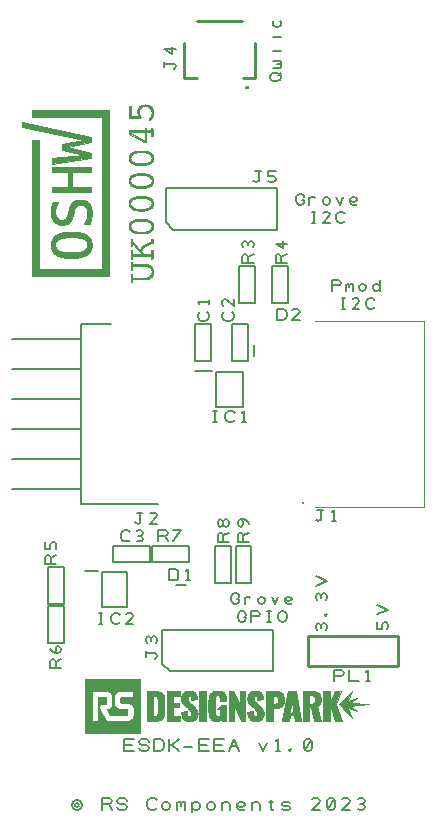
<source format=gbr>
G04 DesignSpark PCB PRO Gerber Version 10.0 Build 5299*
G04 #@! TF.Part,Single*
G04 #@! TF.FileFunction,Legend,Top*
G04 #@! TF.FilePolarity,Positive*
%FSLAX35Y35*%
%MOIN*%
%ADD74C,0.00001*%
%ADD73C,0.00100*%
%ADD72C,0.00394*%
%ADD29C,0.00500*%
%ADD18C,0.00787*%
%ADD19C,0.01000*%
G04 #@! TD.AperFunction*
X0Y0D02*
D02*
D18*
X27559Y113189D02*
X4567D01*
X27559Y123189D02*
X4567D01*
X27559Y133189D02*
X4567D01*
X27559Y143189D02*
X4567D01*
X27559Y153189D02*
X4567D01*
X27559Y163189D02*
X4567D01*
X29134Y86024D02*
X33465D01*
X34843Y85728D02*
X43110D01*
Y74114D01*
X34843D01*
Y85728D01*
X53543Y108189D02*
X27559D01*
Y168189D01*
X37559D01*
X59252Y81299D02*
X62795D01*
X65650Y152559D02*
X71260D01*
X72638Y152362D02*
X81693D01*
Y140551D01*
X72638D01*
Y152362D01*
X85236Y157677D02*
Y161220D01*
X101772Y108858D02*
G75*
G02*
Y108465I0J-197D01*
G01*
Y108858D02*
G75*
G02*
Y108465I0J-197D01*
G01*
G75*
G02*
Y108858I0J197D01*
G01*
D02*
D19*
X62205Y261929D02*
Y250197D01*
X66390D01*
X81520Y269291D02*
X66524D01*
X82825Y247079D02*
G75*
G02*
X83301I238J0D01*
G01*
X82825D02*
G75*
G02*
X83301I238J0D01*
G01*
G75*
G02*
X82825I-238J0D01*
G01*
X85827Y261929D02*
Y250197D01*
X81776D01*
X103268Y54449D02*
X133268D01*
Y64449D01*
X103268D01*
Y54449D01*
D02*
D29*
X16641Y87252D02*
X21941D01*
Y74952D01*
X16641D01*
Y87252D01*
X19535Y88189D02*
X15785D01*
Y90376D01*
X16097Y91002D01*
X16722Y91314D01*
X17347Y91002D01*
X17660Y90376D01*
Y88189D01*
Y90376D02*
X19535Y91314D01*
X19222Y93189D02*
X19535Y93814D01*
Y94752D01*
X19222Y95376D01*
X18597Y95689D01*
X18285D01*
X17660Y95376D01*
X17347Y94752D01*
Y93189D01*
X15785D01*
Y95689D01*
X21941Y61960D02*
X16641D01*
Y74260D01*
X21941D01*
Y61960D01*
X21110Y53543D02*
X17360D01*
Y55731D01*
X17672Y56356D01*
X18297Y56669D01*
X18922Y56356D01*
X19235Y55731D01*
Y53543D01*
Y55731D02*
X21110Y56669D01*
X20172Y58543D02*
X19547Y58856D01*
X19235Y59481D01*
Y60106D01*
X19547Y60731D01*
X20172Y61043D01*
X20797Y60731D01*
X21110Y60106D01*
Y59481D01*
X20797Y58856D01*
X20172Y58543D01*
X19235D01*
X18297Y58856D01*
X17672Y59481D01*
X17360Y60106D01*
X24803Y7699D02*
Y8012D01*
X25116Y8949D01*
X25428Y9262D01*
X26053Y9574D01*
X26678D01*
X27303Y9262D01*
X27616Y8949D01*
X27928Y8012D01*
Y7699D01*
X27616Y7074D01*
X27303Y6762D01*
X26678Y6449D01*
X26053D01*
X25428Y6762D01*
X25116Y7074D01*
X24803Y7699D01*
X26991D02*
X26366Y7387D01*
X25741Y7699D01*
Y8324D01*
X26366Y8637D01*
X26991Y8324D01*
X34803Y6449D02*
Y10199D01*
X36991D01*
X37616Y9887D01*
X37928Y9262D01*
X37616Y8637D01*
X36991Y8324D01*
X34803D01*
X36991D02*
X37928Y6449D01*
X39803Y7387D02*
X40116Y6762D01*
X40741Y6449D01*
X41991D01*
X42616Y6762D01*
X42928Y7387D01*
X42616Y8012D01*
X41991Y8324D01*
X40741D01*
X40116Y8637D01*
X39803Y9262D01*
X40116Y9887D01*
X40741Y10199D01*
X41991D01*
X42616Y9887D01*
X42928Y9262D01*
X52928Y7074D02*
X52616Y6762D01*
X51991Y6449D01*
X51053D01*
X50428Y6762D01*
X50116Y7074D01*
X49803Y7699D01*
Y8949D01*
X50116Y9574D01*
X50428Y9887D01*
X51053Y10199D01*
X51991D01*
X52616Y9887D01*
X52928Y9574D01*
X54803Y7387D02*
X55116Y6762D01*
X55741Y6449D01*
X56366D01*
X56991Y6762D01*
X57303Y7387D01*
Y8012D01*
X56991Y8637D01*
X56366Y8949D01*
X55741D01*
X55116Y8637D01*
X54803Y8012D01*
Y7387D01*
X59803Y6449D02*
Y8949D01*
Y8637D02*
X60116Y8949D01*
X60741D01*
X61053Y8637D01*
Y7699D01*
Y8637D02*
X61366Y8949D01*
X61991D01*
X62303Y8637D01*
Y6449D01*
X64803Y8949D02*
Y5512D01*
Y7387D02*
X65116Y6762D01*
X65741Y6449D01*
X66366D01*
X66991Y6762D01*
X67303Y7387D01*
Y8012D01*
X66991Y8637D01*
X66366Y8949D01*
X65741D01*
X65116Y8637D01*
X64803Y8012D01*
Y7387D01*
X69803D02*
X70116Y6762D01*
X70741Y6449D01*
X71366D01*
X71991Y6762D01*
X72303Y7387D01*
Y8012D01*
X71991Y8637D01*
X71366Y8949D01*
X70741D01*
X70116Y8637D01*
X69803Y8012D01*
Y7387D01*
X74803Y6449D02*
Y8949D01*
Y8012D02*
X75116Y8637D01*
X75741Y8949D01*
X76366D01*
X76991Y8637D01*
X77303Y8012D01*
Y6449D01*
X82303Y6762D02*
X81991Y6449D01*
X81366D01*
X80741D01*
X80116Y6762D01*
X79803Y7387D01*
Y8324D01*
X80116Y8637D01*
X80741Y8949D01*
X81366D01*
X81991Y8637D01*
X82303Y8324D01*
Y8012D01*
X81991Y7699D01*
X81366Y7387D01*
X80741D01*
X80116Y7699D01*
X79803Y8012D01*
X84803Y6449D02*
Y8949D01*
Y8012D02*
X85116Y8637D01*
X85741Y8949D01*
X86366D01*
X86991Y8637D01*
X87303Y8012D01*
Y6449D01*
X90324Y8949D02*
X91782D01*
X91053Y9574D02*
Y6762D01*
X91366Y6449D01*
X91678D01*
X91991Y6762D01*
X94803D02*
X95428Y6449D01*
X96678D01*
X97303Y6762D01*
Y7387D01*
X96678Y7699D01*
X95428D01*
X94803Y8012D01*
Y8637D01*
X95428Y8949D01*
X96678D01*
X97303Y8637D01*
X107303Y6449D02*
X104803D01*
X106991Y8637D01*
X107303Y9262D01*
X106991Y9887D01*
X106366Y10199D01*
X105428D01*
X104803Y9887D01*
X110116Y6762D02*
X110741Y6449D01*
X111366D01*
X111991Y6762D01*
X112303Y7387D01*
Y9262D01*
X111991Y9887D01*
X111366Y10199D01*
X110741D01*
X110116Y9887D01*
X109803Y9262D01*
Y7387D01*
X110116Y6762D01*
X111991Y9887D01*
X117303Y6449D02*
X114803D01*
X116991Y8637D01*
X117303Y9262D01*
X116991Y9887D01*
X116366Y10199D01*
X115428D01*
X114803Y9887D01*
X120116Y6762D02*
X120741Y6449D01*
X121366D01*
X121991Y6762D01*
X122303Y7387D01*
X121991Y8012D01*
X121366Y8324D01*
X120741D01*
X121366D02*
X121991Y8637D01*
X122303Y9262D01*
X121991Y9887D01*
X121366Y10199D01*
X120741D01*
X120116Y9887D01*
X33615Y68260D02*
X34865D01*
X34240D02*
Y72010D01*
X33615D02*
X34865D01*
X40802Y68885D02*
X40490Y68573D01*
X39865Y68260D01*
X38927D01*
X38302Y68573D01*
X37990Y68885D01*
X37677Y69510D01*
Y70760D01*
X37990Y71385D01*
X38302Y71698D01*
X38927Y72010D01*
X39865D01*
X40490Y71698D01*
X40802Y71385D01*
X45177Y68260D02*
X42677D01*
X44865Y70448D01*
X45177Y71073D01*
X44865Y71698D01*
X44240Y72010D01*
X43302D01*
X42677Y71698D01*
X44070Y96444D02*
X43757Y96132D01*
X43132Y95819D01*
X42195D01*
X41570Y96132D01*
X41257Y96444D01*
X40945Y97069D01*
Y98319D01*
X41257Y98944D01*
X41570Y99257D01*
X42195Y99569D01*
X43132D01*
X43757Y99257D01*
X44070Y98944D01*
X46257Y96132D02*
X46882Y95819D01*
X47507D01*
X48132Y96132D01*
X48445Y96757D01*
X48132Y97382D01*
X47507Y97694D01*
X46882D01*
X47507D02*
X48132Y98007D01*
X48445Y98632D01*
X48132Y99257D01*
X47507Y99569D01*
X46882D01*
X46257Y99257D01*
X42126Y26134D02*
Y29884D01*
X45251D01*
X44626Y28009D02*
X42126D01*
Y26134D02*
X45251D01*
X47126Y27072D02*
X47439Y26447D01*
X48063Y26134D01*
X49313D01*
X49939Y26447D01*
X50251Y27072D01*
X49939Y27697D01*
X49313Y28009D01*
X48063D01*
X47439Y28322D01*
X47126Y28947D01*
X47439Y29572D01*
X48063Y29884D01*
X49313D01*
X49939Y29572D01*
X50251Y28947D01*
X52126Y26134D02*
Y29884D01*
X54001D01*
X54626Y29572D01*
X54939Y29259D01*
X55251Y28634D01*
Y27384D01*
X54939Y26759D01*
X54626Y26447D01*
X54001Y26134D01*
X52126D01*
X57126D02*
Y29884D01*
Y28009D02*
X58063D01*
X60251Y29884D01*
X58063Y28009D02*
X60251Y26134D01*
X62126Y27384D02*
X64626D01*
X67126Y26134D02*
Y29884D01*
X70251D01*
X69626Y28009D02*
X67126D01*
Y26134D02*
X70251D01*
X72126D02*
Y29884D01*
X75251D01*
X74626Y28009D02*
X72126D01*
Y26134D02*
X75251D01*
X77126D02*
X78689Y29884D01*
X80251Y26134D01*
X77751Y27697D02*
X79626D01*
X87126Y28634D02*
X88376Y26134D01*
X89626Y28634D01*
X92751Y26134D02*
X94001D01*
X93376D02*
Y29884D01*
X92751Y29259D01*
X97439Y26134D02*
X97751Y26447D01*
X97439Y26759D01*
X97126Y26447D01*
X97439Y26134D01*
X102439Y26447D02*
X103063Y26134D01*
X103689D01*
X104313Y26447D01*
X104626Y27072D01*
Y28947D01*
X104313Y29572D01*
X103689Y29884D01*
X103063D01*
X102439Y29572D01*
X102126Y28947D01*
Y27072D01*
X102439Y26447D01*
X104313Y29572D01*
X45669Y102350D02*
X45982Y102037D01*
X46607Y101725D01*
X47232Y102037D01*
X47544Y102350D01*
Y105475D01*
X48169D01*
X47544D02*
X46294D01*
X53169Y101725D02*
X50669D01*
X52857Y103913D01*
X53169Y104537D01*
X52857Y105163D01*
X52232Y105475D01*
X51294D01*
X50669Y105163D01*
X50638Y94382D02*
Y89082D01*
X38338D01*
Y94382D01*
X50638D01*
X53543Y95819D02*
Y99569D01*
X55731D01*
X56356Y99257D01*
X56669Y98632D01*
X56356Y98007D01*
X55731Y97694D01*
X53543D01*
X55731D02*
X56669Y95819D01*
X58543D02*
X61043Y99569D01*
X58543D01*
X52374Y56693D02*
X52687Y57006D01*
X53000Y57630D01*
X52687Y58256D01*
X52374Y58568D01*
X49250D01*
Y59193D01*
Y58568D02*
Y57318D01*
X52687Y62006D02*
X53000Y62630D01*
Y63256D01*
X52687Y63880D01*
X52062Y64193D01*
X51437Y63880D01*
X51124Y63256D01*
Y62630D01*
Y63256D02*
X50812Y63880D01*
X50187Y64193D01*
X49562Y63880D01*
X49250Y63256D01*
Y62630D01*
X49562Y62006D01*
X54724Y66386D02*
X91732D01*
Y52512D01*
X57224D01*
X54724Y55012D01*
Y66386D01*
X55906Y213630D02*
X92913D01*
Y199756D01*
X58406D01*
X55906Y202256D01*
Y213630D01*
X57087Y82827D02*
Y86577D01*
X58962D01*
X59587Y86265D01*
X59899Y85952D01*
X60212Y85327D01*
Y84077D01*
X59899Y83452D01*
X59587Y83140D01*
X58962Y82827D01*
X57087D01*
X62712D02*
X63962D01*
X63337D02*
Y86577D01*
X62712Y85952D01*
X58674Y253268D02*
X58986Y253580D01*
X59299Y254205D01*
X58986Y254830D01*
X58674Y255143D01*
X55549D01*
Y255768D01*
Y255143D02*
Y253893D01*
X59299Y259830D02*
X55549D01*
X58049Y258268D01*
Y260768D01*
X63630Y94382D02*
Y89082D01*
X51330D01*
Y94382D01*
X63630D01*
X71804Y135583D02*
X73054D01*
X72429D02*
Y139333D01*
X71804D02*
X73054D01*
X78991Y136208D02*
X78679Y135896D01*
X78054Y135583D01*
X77116D01*
X76491Y135896D01*
X76179Y136208D01*
X75866Y136833D01*
Y138083D01*
X76179Y138708D01*
X76491Y139021D01*
X77116Y139333D01*
X78054D01*
X78679Y139021D01*
X78991Y138708D01*
X81491Y135583D02*
X82741D01*
X82116D02*
Y139333D01*
X81491Y138708D01*
X71154Y156055D02*
X65854D01*
Y168355D01*
X71154D01*
Y156055D01*
X69697Y172417D02*
X70010Y172104D01*
X70322Y171479D01*
Y170541D01*
X70010Y169917D01*
X69697Y169604D01*
X69072Y169291D01*
X67822D01*
X67197Y169604D01*
X66885Y169917D01*
X66572Y170541D01*
Y171479D01*
X66885Y172104D01*
X67197Y172417D01*
X70322Y174917D02*
Y176167D01*
Y175541D02*
X66572D01*
X67197Y174917D01*
X72547Y94339D02*
X77847D01*
Y82039D01*
X72547D01*
Y94339D01*
X77015Y95669D02*
X73265D01*
Y97857D01*
X73578Y98482D01*
X74203Y98794D01*
X74828Y98482D01*
X75140Y97857D01*
Y95669D01*
Y97857D02*
X77015Y98794D01*
X75140Y101607D02*
Y102232D01*
X74828Y102857D01*
X74203Y103169D01*
X73578Y102857D01*
X73265Y102232D01*
Y101607D01*
X73578Y100982D01*
X74203Y100669D01*
X74828Y100982D01*
X75140Y101607D01*
X75453Y100982D01*
X76078Y100669D01*
X76703Y100982D01*
X77015Y101607D01*
Y102232D01*
X76703Y102857D01*
X76078Y103169D01*
X75453Y102857D01*
X75140Y102232D01*
X79240Y94339D02*
X84540D01*
Y82039D01*
X79240D01*
Y94339D01*
X77965Y172417D02*
X78278Y172104D01*
X78590Y171479D01*
Y170541D01*
X78278Y169917D01*
X77965Y169604D01*
X77340Y169291D01*
X76090D01*
X75465Y169604D01*
X75152Y169917D01*
X74840Y170541D01*
Y171479D01*
X75152Y172104D01*
X75465Y172417D01*
X78590Y176791D02*
Y174291D01*
X76402Y176479D01*
X75778Y176791D01*
X75152Y176479D01*
X74840Y175854D01*
Y174917D01*
X75152Y174291D01*
X80421Y187646D02*
X85721D01*
Y175346D01*
X80421D01*
Y187646D01*
X83359Y156055D02*
X78059D01*
Y168355D01*
X83359D01*
Y156055D01*
X83708Y95669D02*
X79958D01*
Y97857D01*
X80270Y98482D01*
X80896Y98794D01*
X81520Y98482D01*
X81833Y97857D01*
Y95669D01*
Y97857D02*
X83708Y98794D01*
Y101607D02*
X83396Y102232D01*
X82770Y102857D01*
X81833Y103169D01*
X80896D01*
X80270Y102857D01*
X79958Y102232D01*
Y101607D01*
X80270Y100982D01*
X80896Y100669D01*
X81520Y100982D01*
X81833Y101607D01*
Y102232D01*
X81520Y102857D01*
X80896Y103169D01*
X85283Y188583D02*
X81533D01*
Y190770D01*
X81845Y191395D01*
X82470Y191708D01*
X83095Y191395D01*
X83408Y190770D01*
Y188583D01*
Y190770D02*
X85283Y191708D01*
X84970Y193895D02*
X85283Y194520D01*
Y195145D01*
X84970Y195770D01*
X84345Y196083D01*
X83720Y195770D01*
X83408Y195145D01*
Y194520D01*
Y195145D02*
X83095Y195770D01*
X82470Y196083D01*
X81845Y195770D01*
X81533Y195145D01*
Y194520D01*
X81845Y193895D01*
X79695Y76516D02*
X80539D01*
Y76203D01*
X80258Y75578D01*
X79976Y75266D01*
X79414Y74953D01*
X78852D01*
X78289Y75266D01*
X78008Y75578D01*
X77726Y76203D01*
Y77453D01*
X78008Y78078D01*
X78289Y78391D01*
X78852Y78703D01*
X79414D01*
X79976Y78391D01*
X80258Y78078D01*
X80539Y77453D01*
X82226Y74953D02*
Y77453D01*
Y76516D02*
X82508Y77141D01*
X83070Y77453D01*
X83633D01*
X84195Y77141D01*
X86726Y75891D02*
X87008Y75266D01*
X87570Y74953D01*
X88133D01*
X88695Y75266D01*
X88976Y75891D01*
Y76516D01*
X88695Y77141D01*
X88133Y77453D01*
X87570D01*
X87008Y77141D01*
X86726Y76516D01*
Y75891D01*
X91226Y77453D02*
X92352Y74953D01*
X93476Y77453D01*
X97976Y75266D02*
X97695Y74953D01*
X97133D01*
X96570D01*
X96008Y75266D01*
X95726Y75891D01*
Y76828D01*
X96008Y77141D01*
X96570Y77453D01*
X97133D01*
X97695Y77141D01*
X97976Y76828D01*
Y76516D01*
X97695Y76203D01*
X97133Y75891D01*
X96570D01*
X96008Y76203D01*
X95726Y76516D01*
X81945Y70516D02*
X82789D01*
Y70203D01*
X82508Y69578D01*
X82226Y69266D01*
X81664Y68953D01*
X81102D01*
X80539Y69266D01*
X80258Y69578D01*
X79976Y70203D01*
Y71453D01*
X80258Y72078D01*
X80539Y72391D01*
X81102Y72703D01*
X81664D01*
X82226Y72391D01*
X82508Y72078D01*
X82789Y71453D01*
X84476Y68953D02*
Y72703D01*
X86445D01*
X87008Y72391D01*
X87289Y71766D01*
X87008Y71141D01*
X86445Y70828D01*
X84476D01*
X89820Y68953D02*
X90945D01*
X90383D02*
Y72703D01*
X89820D02*
X90945D01*
X93476Y70203D02*
Y71453D01*
X93758Y72078D01*
X94039Y72391D01*
X94602Y72703D01*
X95164D01*
X95726Y72391D01*
X96008Y72078D01*
X96289Y71453D01*
Y70203D01*
X96008Y69578D01*
X95726Y69266D01*
X95164Y68953D01*
X94602D01*
X94039Y69266D01*
X93758Y69578D01*
X93476Y70203D01*
X85157Y216130D02*
X85470Y215817D01*
X86095Y215504D01*
X86720Y215817D01*
X87033Y216130D01*
Y219254D01*
X87657D01*
X87033D02*
X85783D01*
X90157Y215817D02*
X90783Y215504D01*
X91720D01*
X92345Y215817D01*
X92657Y216442D01*
Y216754D01*
X92345Y217380D01*
X91720Y217692D01*
X90157D01*
Y219254D01*
X92657D01*
X91444Y187646D02*
X96744D01*
Y175346D01*
X91444D01*
Y187646D01*
X93110Y169638D02*
Y173388D01*
X94985D01*
X95610Y173076D01*
X95923Y172763D01*
X96235Y172138D01*
Y170888D01*
X95923Y170263D01*
X95610Y169951D01*
X94985Y169638D01*
X93110D01*
X100610D02*
X98110D01*
X100298Y171826D01*
X100610Y172451D01*
X100298Y173076D01*
X99673Y173388D01*
X98735D01*
X98110Y173076D01*
X93088Y249213D02*
X91838D01*
X91213Y249494D01*
X90900Y249775D01*
X90588Y250338D01*
Y250900D01*
X90900Y251463D01*
X91213Y251744D01*
X91838Y252025D01*
X93088D01*
X93713Y251744D01*
X94026Y251463D01*
X94338Y250900D01*
Y250338D01*
X94026Y249775D01*
X93713Y249494D01*
X93088Y249213D01*
X93400Y251181D02*
X94338Y252025D01*
X91838Y253713D02*
X94026D01*
X94338Y253994D01*
Y254556D01*
X94026Y254838D01*
X93088D01*
X94026D02*
X94338Y255119D01*
Y255681D01*
X94026Y255963D01*
X91838D01*
X94338Y259338D02*
X91838D01*
X90900D02*
X94338Y263838D02*
X91838D01*
X90900D02*
X92150Y269463D02*
X91838Y268900D01*
Y268056D01*
X92150Y267494D01*
X92776Y267213D01*
X93400D01*
X94026Y267494D01*
X94338Y268056D01*
Y268900D01*
X94026Y269463D01*
X96307Y188583D02*
X92557D01*
Y190770D01*
X92869Y191395D01*
X93494Y191708D01*
X94119Y191395D01*
X94431Y190770D01*
Y188583D01*
Y190770D02*
X96307Y191708D01*
Y195145D02*
X92557D01*
X95057Y193583D01*
Y196083D01*
X105906Y103137D02*
X106218Y102825D01*
X106843Y102512D01*
X107468Y102825D01*
X107781Y103137D01*
Y106262D01*
X108406D01*
X107781D02*
X106531D01*
X111531Y102512D02*
X112781D01*
X112156D02*
Y106262D01*
X111531Y105637D01*
X109380Y66454D02*
X109693Y67079D01*
Y67704D01*
X109380Y68329D01*
X108755Y68642D01*
X108130Y68329D01*
X107817Y67704D01*
Y67079D01*
Y67704D02*
X107505Y68329D01*
X106880Y68642D01*
X106255Y68329D01*
X105943Y67704D01*
Y67079D01*
X106255Y66454D01*
X109693Y71454D02*
X109380Y71767D01*
X109067Y71454D01*
X109380Y71142D01*
X109693Y71454D01*
X109380Y76454D02*
X109693Y77079D01*
Y77704D01*
X109380Y78329D01*
X108755Y78642D01*
X108130Y78329D01*
X107817Y77704D01*
Y77079D01*
Y77704D02*
X107505Y78329D01*
X106880Y78642D01*
X106255Y78329D01*
X105943Y77704D01*
Y77079D01*
X106255Y76454D01*
X105943Y81142D02*
X109693Y82704D01*
X105943Y84267D01*
X101348Y209587D02*
X102193D01*
Y209274D01*
X101911Y208649D01*
X101630Y208337D01*
X101068Y208024D01*
X100505D01*
X99943Y208337D01*
X99661Y208649D01*
X99380Y209274D01*
Y210524D01*
X99661Y211149D01*
X99943Y211462D01*
X100505Y211774D01*
X101068D01*
X101630Y211462D01*
X101911Y211149D01*
X102193Y210524D01*
X103880Y208024D02*
Y210524D01*
Y209587D02*
X104161Y210212D01*
X104724Y210524D01*
X105286D01*
X105848Y210212D01*
X108380Y208962D02*
X108661Y208337D01*
X109224Y208024D01*
X109786D01*
X110348Y208337D01*
X110630Y208962D01*
Y209587D01*
X110348Y210212D01*
X109786Y210524D01*
X109224D01*
X108661Y210212D01*
X108380Y209587D01*
Y208962D01*
X112880Y210524D02*
X114005Y208024D01*
X115130Y210524D01*
X119630Y208337D02*
X119348Y208024D01*
X118786D01*
X118224D01*
X117661Y208337D01*
X117380Y208962D01*
Y209899D01*
X117661Y210212D01*
X118224Y210524D01*
X118786D01*
X119348Y210212D01*
X119630Y209899D01*
Y209587D01*
X119348Y209274D01*
X118786Y208962D01*
X118224D01*
X117661Y209274D01*
X117380Y209587D01*
X104724Y202024D02*
X105848D01*
X105286D02*
Y205774D01*
X104724D02*
X105848D01*
X110630Y202024D02*
X108380D01*
X110348Y204212D01*
X110630Y204837D01*
X110348Y205462D01*
X109786Y205774D01*
X108943D01*
X108380Y205462D01*
X115693Y202649D02*
X115411Y202337D01*
X114848Y202024D01*
X114005D01*
X113443Y202337D01*
X113161Y202649D01*
X112880Y203274D01*
Y204524D01*
X113161Y205149D01*
X113443Y205462D01*
X114005Y205774D01*
X114848D01*
X115411Y205462D01*
X115693Y205149D01*
X112205Y49166D02*
Y52916D01*
X114392D01*
X115017Y52604D01*
X115330Y51978D01*
X115017Y51354D01*
X114392Y51041D01*
X112205D01*
X117205Y52916D02*
Y49166D01*
X120330D01*
X122830D02*
X124080D01*
X123455D02*
Y52916D01*
X122830Y52291D01*
X111472Y179284D02*
Y183034D01*
X113441D01*
X114004Y182722D01*
X114285Y182096D01*
X114004Y181472D01*
X113441Y181159D01*
X111472D01*
X115972Y179284D02*
Y181784D01*
Y181472D02*
X116254Y181784D01*
X116816D01*
X117098Y181472D01*
Y180534D01*
Y181472D02*
X117379Y181784D01*
X117941D01*
X118222Y181472D01*
Y179284D01*
X120472Y180222D02*
X120754Y179596D01*
X121316Y179284D01*
X121879D01*
X122441Y179596D01*
X122722Y180222D01*
Y180846D01*
X122441Y181472D01*
X121879Y181784D01*
X121316D01*
X120754Y181472D01*
X120472Y180846D01*
Y180222D01*
X127222Y180846D02*
X126941Y181472D01*
X126379Y181784D01*
X125816D01*
X125254Y181472D01*
X124972Y180846D01*
Y180222D01*
X125254Y179596D01*
X125816Y179284D01*
X126379D01*
X126941Y179596D01*
X127222Y180222D01*
Y179284D02*
Y183034D01*
X114566Y173284D02*
X115691D01*
X115129D02*
Y177034D01*
X114566D02*
X115691D01*
X120472Y173284D02*
X118222D01*
X120191Y175472D01*
X120472Y176096D01*
X120191Y176722D01*
X119629Y177034D01*
X118785D01*
X118222Y176722D01*
X125535Y173909D02*
X125254Y173596D01*
X124691Y173284D01*
X123848D01*
X123285Y173596D01*
X123004Y173909D01*
X122722Y174534D01*
Y175784D01*
X123004Y176409D01*
X123285Y176722D01*
X123848Y177034D01*
X124691D01*
X125254Y176722D01*
X125535Y176409D01*
X129852Y66535D02*
X130165Y67161D01*
Y68098D01*
X129852Y68723D01*
X129227Y69035D01*
X128915D01*
X128290Y68723D01*
X127977Y68098D01*
Y66535D01*
X126415D01*
Y69035D01*
Y71535D02*
X130165Y73098D01*
X126415Y74661D01*
D02*
D72*
X105689Y169193D02*
X142146D01*
Y107185D01*
X105689D01*
D02*
D73*
X29134Y50101D02*
Y31890D01*
X47344D01*
Y50101D01*
X29134D01*
X44668Y41430D02*
X44817Y41264D01*
X44944Y41090D01*
X45048Y40903D01*
X45131Y40702D01*
X45195Y40484D01*
X45239Y40246D01*
X45265Y39987D01*
X45273Y39701D01*
Y38382D01*
X45265Y38109D01*
X45238Y37851D01*
X45191Y37609D01*
X45124Y37382D01*
X45039Y37172D01*
X44934Y36979D01*
X44812Y36803D01*
X44671Y36644D01*
X44513Y36502D01*
X44337Y36380D01*
X44144Y36276D01*
X43934Y36189D01*
X43707Y36123D01*
X43465Y36076D01*
X43207Y36049D01*
X42933Y36042D01*
X36432D01*
X36279Y36060D01*
X36143Y36112D01*
X36031Y36195D01*
X35944Y36307D01*
X34050Y39676D01*
X33955Y39849D01*
X33878Y40037D01*
X33824Y40233D01*
X33793Y40435D01*
X33788Y40637D01*
X33812Y40834D01*
X33867Y41023D01*
X33957Y41198D01*
X34112Y41394D01*
X34289Y41531D01*
X34483Y41619D01*
X34693Y41669D01*
X34916Y41689D01*
X35149Y41693D01*
X35632Y41690D01*
X35741Y41698D01*
X35837Y41720D01*
X35919Y41757D01*
X35987Y41810D01*
X36039Y41876D01*
X36078Y41957D01*
X36100Y42053D01*
X36107Y42163D01*
Y43431D01*
X36100Y43543D01*
X36078Y43637D01*
X36040Y43717D01*
X35985Y43784D01*
X35917Y43838D01*
X35837Y43876D01*
X35742Y43898D01*
X35632Y43906D01*
X33361D01*
Y36043D01*
X31262D01*
Y45976D01*
X35843D01*
X36126Y45967D01*
X36387Y45939D01*
X36626Y45893D01*
X36846Y45828D01*
X37049Y45742D01*
X37237Y45635D01*
X37413Y45507D01*
X37577Y45359D01*
X37726Y45193D01*
X37853Y45018D01*
X37957Y44832D01*
X38041Y44631D01*
X38104Y44413D01*
X38148Y44176D01*
X38174Y43915D01*
X38182Y43630D01*
Y41900D01*
X38178Y41670D01*
X38156Y41452D01*
X38118Y41249D01*
X38062Y41057D01*
X37991Y40881D01*
X37903Y40718D01*
X37800Y40569D01*
X37682Y40434D01*
X37549Y40314D01*
X37402Y40209D01*
X37241Y40119D01*
X37066Y40044D01*
X36878Y39985D01*
X36677Y39942D01*
X36464Y39914D01*
X36239Y39904D01*
X37333Y38107D01*
X42706D01*
X42818Y38114D01*
X42912Y38135D01*
X42991Y38174D01*
X43059Y38229D01*
X43113Y38296D01*
X43150Y38378D01*
X43172Y38472D01*
X43180Y38582D01*
Y39574D01*
X43173Y39684D01*
X43150Y39780D01*
X43112Y39862D01*
X43059Y39929D01*
X42992Y39981D01*
X42910Y40019D01*
X42814Y40042D01*
X42704Y40049D01*
X40926D01*
X40654Y40057D01*
X40404Y40083D01*
X40175Y40126D01*
X39964Y40189D01*
X39769Y40270D01*
X39589Y40371D01*
X39420Y40493D01*
X39262Y40635D01*
X39119Y40794D01*
X38998Y40962D01*
X38897Y41141D01*
X38817Y41333D01*
X38757Y41542D01*
X38714Y41769D01*
X38690Y42019D01*
X38681Y42291D01*
Y43637D01*
X38688Y43911D01*
X38715Y44169D01*
X38762Y44411D01*
X38828Y44638D01*
X38914Y44846D01*
X39019Y45040D01*
X39142Y45215D01*
X39283Y45374D01*
X39442Y45514D01*
X39618Y45638D01*
X39811Y45742D01*
X40022Y45826D01*
X40248Y45893D01*
X40490Y45941D01*
X40748Y45968D01*
X41021Y45976D01*
X45061D01*
Y43906D01*
X41233D01*
X41124Y43898D01*
X41028Y43876D01*
X40946Y43838D01*
X40879Y43785D01*
X40826Y43719D01*
X40788Y43637D01*
X40765Y43541D01*
X40758Y43431D01*
Y42515D01*
X40765Y42406D01*
X40788Y42310D01*
X40826Y42229D01*
X40879Y42161D01*
X40946Y42109D01*
X41028Y42071D01*
X41124Y42049D01*
X41233Y42041D01*
X42925D01*
X43209Y42032D01*
X43470Y42006D01*
X43711Y41961D01*
X43932Y41895D01*
X44137Y41811D01*
X44326Y41706D01*
X44503Y41579D01*
X44668Y41430D01*
X29184Y41009D02*
G36*
X29184Y41009D02*
Y31940D01*
X47294D01*
Y41009D01*
X44989D01*
X45048Y40903D01*
X45131Y40702D01*
X45195Y40484D01*
X45239Y40246D01*
X45265Y39987D01*
X45273Y39701D01*
Y38382D01*
X45265Y38109D01*
X45238Y37851D01*
X45191Y37609D01*
X45124Y37382D01*
X45039Y37172D01*
X44934Y36979D01*
X44812Y36803D01*
X44671Y36644D01*
X44513Y36502D01*
X44337Y36380D01*
X44144Y36276D01*
X43934Y36189D01*
X43707Y36123D01*
X43465Y36076D01*
X43207Y36049D01*
X42933Y36042D01*
X36432D01*
X36279Y36060D01*
X36143Y36112D01*
X36031Y36195D01*
X35944Y36307D01*
X34050Y39676D01*
X33955Y39849D01*
X33878Y40037D01*
X33824Y40233D01*
X33793Y40435D01*
X33788Y40637D01*
X33812Y40834D01*
X33863Y41009D01*
X33361D01*
Y36043D01*
X31262D01*
Y41009D01*
X29184D01*
G37*
X36464Y39914D02*
G36*
X36464Y39914D02*
X36239Y39904D01*
X37333Y38107D01*
X42706D01*
X42818Y38114D01*
X42912Y38135D01*
X42991Y38174D01*
X43059Y38229D01*
X43113Y38296D01*
X43150Y38378D01*
X43172Y38472D01*
X43180Y38582D01*
Y39574D01*
X43173Y39684D01*
X43150Y39780D01*
X43112Y39862D01*
X43059Y39929D01*
X42992Y39981D01*
X42910Y40019D01*
X42814Y40042D01*
X42704Y40049D01*
X40926D01*
X40654Y40057D01*
X40404Y40083D01*
X40175Y40126D01*
X39964Y40189D01*
X39769Y40270D01*
X39589Y40371D01*
X39420Y40493D01*
X39262Y40635D01*
X39119Y40794D01*
X38998Y40962D01*
X38972Y41009D01*
X38043D01*
X37991Y40881D01*
X37903Y40718D01*
X37800Y40569D01*
X37682Y40434D01*
X37549Y40314D01*
X37402Y40209D01*
X37241Y40119D01*
X37066Y40044D01*
X36878Y39985D01*
X36677Y39942D01*
X36464Y39914D01*
G37*
X29184Y50051D02*
G36*
X29184Y50051D02*
Y41009D01*
X31262D01*
Y45976D01*
X35843D01*
X36126Y45967D01*
X36387Y45939D01*
X36626Y45893D01*
X36846Y45828D01*
X37049Y45742D01*
X37237Y45635D01*
X37413Y45507D01*
X37577Y45359D01*
X37726Y45193D01*
X37853Y45018D01*
X37957Y44832D01*
X38041Y44631D01*
X38104Y44413D01*
X38148Y44176D01*
X38174Y43915D01*
X38182Y43630D01*
Y41900D01*
X38178Y41670D01*
X38156Y41452D01*
X38118Y41249D01*
X38062Y41057D01*
X38043Y41009D01*
X38972D01*
X38897Y41141D01*
X38817Y41333D01*
X38757Y41542D01*
X38714Y41769D01*
X38690Y42019D01*
X38681Y42291D01*
Y43637D01*
X38688Y43911D01*
X38715Y44169D01*
X38762Y44411D01*
X38828Y44638D01*
X38914Y44846D01*
X39019Y45040D01*
X39142Y45215D01*
X39283Y45374D01*
X39442Y45514D01*
X39618Y45638D01*
X39811Y45742D01*
X40022Y45826D01*
X40248Y45893D01*
X40490Y45941D01*
X40748Y45968D01*
X41021Y45976D01*
X45061D01*
Y43906D01*
X41233D01*
X41124Y43898D01*
X41028Y43876D01*
X40946Y43838D01*
X40879Y43785D01*
X40826Y43719D01*
X40788Y43637D01*
X40765Y43541D01*
X40758Y43431D01*
Y42515D01*
X40765Y42406D01*
X40788Y42310D01*
X40826Y42229D01*
X40879Y42161D01*
X40946Y42109D01*
X41028Y42071D01*
X41124Y42049D01*
X41233Y42041D01*
X42925D01*
X43209Y42032D01*
X43470Y42006D01*
X43711Y41961D01*
X43932Y41895D01*
X44137Y41811D01*
X44326Y41706D01*
X44503Y41579D01*
X44668Y41430D01*
X44817Y41264D01*
X44944Y41090D01*
X44989Y41009D01*
X47294D01*
Y50051D01*
X29184D01*
G37*
X33361Y43906D02*
G36*
X33361Y43906D02*
Y41009D01*
X33863D01*
X33867Y41023D01*
X33957Y41198D01*
X34112Y41394D01*
X34289Y41531D01*
X34483Y41619D01*
X34693Y41669D01*
X34916Y41689D01*
X35149Y41693D01*
X35632Y41690D01*
X35741Y41698D01*
X35837Y41720D01*
X35919Y41757D01*
X35987Y41810D01*
X36039Y41876D01*
X36078Y41957D01*
X36100Y42053D01*
X36107Y42163D01*
Y43431D01*
X36100Y43543D01*
X36078Y43637D01*
X36040Y43717D01*
X35985Y43784D01*
X35917Y43838D01*
X35837Y43876D01*
X35742Y43898D01*
X35632Y43906D01*
X33361D01*
G37*
X49628Y45976D02*
Y36043D01*
X52167D01*
X52626Y36054D01*
X53045Y36088D01*
X53424Y36145D01*
X53765Y36226D01*
X54070Y36333D01*
X54341Y36463D01*
X54578Y36619D01*
X54783Y36800D01*
X54959Y37007D01*
X55106Y37241D01*
X55226Y37502D01*
X55320Y37791D01*
X55392Y38107D01*
X55441Y38453D01*
X55469Y38828D01*
X55478Y39231D01*
Y42837D01*
X55469Y43235D01*
X55441Y43604D01*
X55391Y43945D01*
X55320Y44257D01*
X55225Y44542D01*
X55104Y44799D01*
X54957Y45030D01*
X54780Y45233D01*
X54573Y45411D01*
X54335Y45564D01*
X54062Y45692D01*
X53755Y45795D01*
X53411Y45874D01*
X53028Y45931D01*
X52606Y45964D01*
X52142Y45976D01*
X49628D01*
X52167Y37563D02*
X51823D01*
Y44442D01*
X52154D01*
X52478Y44426D01*
X52730Y44373D01*
X52918Y44284D01*
X53051Y44156D01*
X53139Y43987D01*
X53191Y43776D01*
X53215Y43519D01*
X53221Y43217D01*
Y38888D01*
X53217Y38573D01*
X53196Y38303D01*
X53149Y38076D01*
X53067Y37890D01*
X53008Y37813D01*
X52937Y37746D01*
X52851Y37690D01*
X52750Y37644D01*
X52497Y37583D01*
X52167Y37563D01*
X49678Y41003D02*
G36*
X49678Y41003D02*
Y36093D01*
X53081D01*
X53424Y36145D01*
X53765Y36226D01*
X54070Y36333D01*
X54341Y36463D01*
X54578Y36619D01*
X54783Y36800D01*
X54959Y37007D01*
X55106Y37241D01*
X55226Y37502D01*
X55320Y37791D01*
X55392Y38107D01*
X55428Y38361D01*
Y41003D01*
X53221D01*
Y38888D01*
X53217Y38573D01*
X53196Y38303D01*
X53149Y38076D01*
X53067Y37890D01*
X53008Y37813D01*
X52937Y37746D01*
X52851Y37690D01*
X52750Y37644D01*
X52497Y37583D01*
X52167Y37563D01*
X51823D01*
Y41003D01*
X49678D01*
G37*
Y45926D02*
G36*
X49678Y45926D02*
Y41003D01*
X51823D01*
Y44442D01*
X52154D01*
X52478Y44426D01*
X52730Y44373D01*
X52918Y44284D01*
X53051Y44156D01*
X53139Y43987D01*
X53191Y43776D01*
X53215Y43519D01*
X53221Y43217D01*
Y41003D01*
X55428D01*
Y43694D01*
X55391Y43945D01*
X55320Y44257D01*
X55225Y44542D01*
X55104Y44799D01*
X54957Y45030D01*
X54780Y45233D01*
X54573Y45411D01*
X54335Y45564D01*
X54062Y45692D01*
X53755Y45795D01*
X53411Y45874D01*
X53065Y45926D01*
X49678D01*
G37*
X56324Y45976D02*
X60787D01*
Y44479D01*
X58519D01*
Y42014D01*
X60248D01*
Y40494D01*
X58519D01*
Y37526D01*
X60812D01*
Y36043D01*
X56324D01*
Y45976D01*
G36*
X56324Y45976D02*
X60787D01*
Y44479D01*
X58519D01*
Y42014D01*
X60248D01*
Y40494D01*
X58519D01*
Y37526D01*
X60812D01*
Y36043D01*
X56324D01*
Y45976D01*
G37*
X61094Y39046D02*
X62970Y39329D01*
X62992Y38883D01*
X63039Y38510D01*
X63111Y38204D01*
X63207Y37963D01*
X63329Y37782D01*
X63475Y37657D01*
X63646Y37587D01*
X63841Y37563D01*
X63994Y37580D01*
X64118Y37628D01*
X64215Y37702D01*
X64287Y37796D01*
X64337Y37907D01*
X64370Y38029D01*
X64393Y38287D01*
X64373Y38580D01*
X64317Y38848D01*
X64225Y39093D01*
X64100Y39323D01*
X63943Y39541D01*
X63756Y39752D01*
X63542Y39962D01*
X63301Y40176D01*
X62443Y40923D01*
X62167Y41168D01*
X61913Y41428D01*
X61686Y41706D01*
X61489Y42006D01*
X61328Y42332D01*
X61208Y42689D01*
X61132Y43081D01*
X61106Y43511D01*
X61119Y43817D01*
X61155Y44104D01*
X61216Y44374D01*
X61300Y44626D01*
X61406Y44857D01*
X61534Y45071D01*
X61684Y45265D01*
X61854Y45440D01*
X62044Y45595D01*
X62254Y45731D01*
X62483Y45845D01*
X62730Y45940D01*
X62995Y46014D01*
X63277Y46068D01*
X63576Y46100D01*
X63890Y46110D01*
X64267Y46091D01*
X64603Y46037D01*
X64902Y45950D01*
X65165Y45833D01*
X65394Y45691D01*
X65592Y45526D01*
X65761Y45339D01*
X65904Y45137D01*
X66022Y44921D01*
X66118Y44694D01*
X66194Y44460D01*
X66252Y44222D01*
X66325Y43745D01*
X66354Y43290D01*
X64466Y43057D01*
X64433Y43656D01*
X64398Y43903D01*
X64343Y44111D01*
X64263Y44279D01*
X64152Y44402D01*
X64005Y44478D01*
X63816Y44504D01*
X63674Y44484D01*
X63553Y44431D01*
X63452Y44350D01*
X63370Y44246D01*
X63307Y44126D01*
X63263Y43996D01*
X63236Y43863D01*
X63228Y43731D01*
X63245Y43471D01*
X63296Y43237D01*
X63378Y43024D01*
X63490Y42829D01*
X63628Y42643D01*
X63791Y42464D01*
X64184Y42100D01*
X65006Y41376D01*
X65319Y41094D01*
X65609Y40794D01*
X65872Y40473D01*
X66100Y40126D01*
X66288Y39750D01*
X66430Y39339D01*
X66519Y38889D01*
X66551Y38398D01*
X66539Y38137D01*
X66504Y37884D01*
X66446Y37642D01*
X66367Y37411D01*
X66266Y37192D01*
X66145Y36985D01*
X66004Y36794D01*
X65844Y36618D01*
X65665Y36457D01*
X65469Y36315D01*
X65255Y36192D01*
X65024Y36088D01*
X64778Y36006D01*
X64517Y35945D01*
X64241Y35907D01*
X63951Y35895D01*
X63611Y35907D01*
X63293Y35940D01*
X62997Y35998D01*
X62723Y36078D01*
X62472Y36182D01*
X62242Y36311D01*
X62033Y36464D01*
X61846Y36643D01*
X61680Y36849D01*
X61535Y37080D01*
X61411Y37338D01*
X61307Y37623D01*
X61224Y37937D01*
X61161Y38278D01*
X61117Y38648D01*
X61094Y39046D01*
G36*
X61094Y39046D02*
X62970Y39329D01*
X62992Y38883D01*
X63039Y38510D01*
X63111Y38204D01*
X63207Y37963D01*
X63329Y37782D01*
X63475Y37657D01*
X63646Y37587D01*
X63841Y37563D01*
X63994Y37580D01*
X64118Y37628D01*
X64215Y37702D01*
X64287Y37796D01*
X64337Y37907D01*
X64370Y38029D01*
X64393Y38287D01*
X64373Y38580D01*
X64317Y38848D01*
X64225Y39093D01*
X64100Y39323D01*
X63943Y39541D01*
X63756Y39752D01*
X63542Y39962D01*
X63301Y40176D01*
X62443Y40923D01*
X62167Y41168D01*
X61913Y41428D01*
X61686Y41706D01*
X61489Y42006D01*
X61328Y42332D01*
X61208Y42689D01*
X61132Y43081D01*
X61106Y43511D01*
X61119Y43817D01*
X61155Y44104D01*
X61216Y44374D01*
X61300Y44626D01*
X61406Y44857D01*
X61534Y45071D01*
X61684Y45265D01*
X61854Y45440D01*
X62044Y45595D01*
X62254Y45731D01*
X62483Y45845D01*
X62730Y45940D01*
X62995Y46014D01*
X63277Y46068D01*
X63576Y46100D01*
X63890Y46110D01*
X64267Y46091D01*
X64603Y46037D01*
X64902Y45950D01*
X65165Y45833D01*
X65394Y45691D01*
X65592Y45526D01*
X65761Y45339D01*
X65904Y45137D01*
X66022Y44921D01*
X66118Y44694D01*
X66194Y44460D01*
X66252Y44222D01*
X66325Y43745D01*
X66354Y43290D01*
X64466Y43057D01*
X64433Y43656D01*
X64398Y43903D01*
X64343Y44111D01*
X64263Y44279D01*
X64152Y44402D01*
X64005Y44478D01*
X63816Y44504D01*
X63674Y44484D01*
X63553Y44431D01*
X63452Y44350D01*
X63370Y44246D01*
X63307Y44126D01*
X63263Y43996D01*
X63236Y43863D01*
X63228Y43731D01*
X63245Y43471D01*
X63296Y43237D01*
X63378Y43024D01*
X63490Y42829D01*
X63628Y42643D01*
X63791Y42464D01*
X64184Y42100D01*
X65006Y41376D01*
X65319Y41094D01*
X65609Y40794D01*
X65872Y40473D01*
X66100Y40126D01*
X66288Y39750D01*
X66430Y39339D01*
X66519Y38889D01*
X66551Y38398D01*
X66539Y38137D01*
X66504Y37884D01*
X66446Y37642D01*
X66367Y37411D01*
X66266Y37192D01*
X66145Y36985D01*
X66004Y36794D01*
X65844Y36618D01*
X65665Y36457D01*
X65469Y36315D01*
X65255Y36192D01*
X65024Y36088D01*
X64778Y36006D01*
X64517Y35945D01*
X64241Y35907D01*
X63951Y35895D01*
X63611Y35907D01*
X63293Y35940D01*
X62997Y35998D01*
X62723Y36078D01*
X62472Y36182D01*
X62242Y36311D01*
X62033Y36464D01*
X61846Y36643D01*
X61680Y36849D01*
X61535Y37080D01*
X61411Y37338D01*
X61307Y37623D01*
X61224Y37937D01*
X61161Y38278D01*
X61117Y38648D01*
X61094Y39046D01*
G37*
X67139Y45976D02*
X69334D01*
Y36043D01*
X67139D01*
Y45976D01*
G36*
X67139Y45976D02*
X69334D01*
Y36043D01*
X67139D01*
Y45976D01*
G37*
X74320Y41193D02*
X73083Y39904D01*
X74116D01*
Y38741D01*
X74107Y38491D01*
X74077Y38254D01*
X74022Y38037D01*
X73940Y37843D01*
X73826Y37682D01*
X73676Y37559D01*
X73488Y37481D01*
X73258Y37453D01*
X73029Y37480D01*
X72845Y37556D01*
X72702Y37674D01*
X72594Y37831D01*
X72519Y38020D01*
X72470Y38234D01*
X72444Y38468D01*
X72436Y38715D01*
Y43314D01*
X72455Y43763D01*
X72489Y43974D01*
X72550Y44165D01*
X72644Y44328D01*
X72778Y44454D01*
X72863Y44501D01*
X72960Y44537D01*
X73197Y44565D01*
X73426Y44540D01*
X73601Y44468D01*
X73731Y44353D01*
X73822Y44206D01*
X73881Y44026D01*
X73914Y43826D01*
X73932Y43376D01*
Y42567D01*
X76078D01*
Y43204D01*
X76070Y43521D01*
X76043Y43826D01*
X75998Y44114D01*
X75933Y44388D01*
X75846Y44644D01*
X75737Y44883D01*
X75605Y45104D01*
X75448Y45306D01*
X75266Y45487D01*
X75056Y45646D01*
X74819Y45784D01*
X74552Y45899D01*
X74256Y45990D01*
X73927Y46057D01*
X73566Y46096D01*
X73172Y46110D01*
X72765Y46094D01*
X72393Y46049D01*
X72055Y45973D01*
X71749Y45869D01*
X71476Y45735D01*
X71232Y45576D01*
X71018Y45390D01*
X70831Y45179D01*
X70671Y44942D01*
X70537Y44682D01*
X70426Y44399D01*
X70339Y44093D01*
X70273Y43765D01*
X70227Y43418D01*
X70201Y43051D01*
X70192Y42664D01*
Y39329D01*
X70200Y38953D01*
X70224Y38593D01*
X70267Y38251D01*
X70328Y37929D01*
X70409Y37626D01*
X70511Y37342D01*
X70634Y37082D01*
X70781Y36844D01*
X70952Y36631D01*
X71148Y36442D01*
X71370Y36280D01*
X71620Y36144D01*
X71898Y36037D01*
X72206Y35959D01*
X72544Y35912D01*
X72915Y35895D01*
X73222Y35914D01*
X73495Y35968D01*
X73734Y36053D01*
X73943Y36169D01*
X74124Y36310D01*
X74278Y36476D01*
X74410Y36661D01*
X74520Y36864D01*
X74644Y36043D01*
X76091D01*
Y41193D01*
X74320D01*
G36*
X74320Y41193D02*
X73083Y39904D01*
X74116D01*
Y38741D01*
X74107Y38491D01*
X74077Y38254D01*
X74022Y38037D01*
X73940Y37843D01*
X73826Y37682D01*
X73676Y37559D01*
X73488Y37481D01*
X73258Y37453D01*
X73029Y37480D01*
X72845Y37556D01*
X72702Y37674D01*
X72594Y37831D01*
X72519Y38020D01*
X72470Y38234D01*
X72444Y38468D01*
X72436Y38715D01*
Y43314D01*
X72455Y43763D01*
X72489Y43974D01*
X72550Y44165D01*
X72644Y44328D01*
X72778Y44454D01*
X72863Y44501D01*
X72960Y44537D01*
X73197Y44565D01*
X73426Y44540D01*
X73601Y44468D01*
X73731Y44353D01*
X73822Y44206D01*
X73881Y44026D01*
X73914Y43826D01*
X73932Y43376D01*
Y42567D01*
X76078D01*
Y43204D01*
X76070Y43521D01*
X76043Y43826D01*
X75998Y44114D01*
X75933Y44388D01*
X75846Y44644D01*
X75737Y44883D01*
X75605Y45104D01*
X75448Y45306D01*
X75266Y45487D01*
X75056Y45646D01*
X74819Y45784D01*
X74552Y45899D01*
X74256Y45990D01*
X73927Y46057D01*
X73566Y46096D01*
X73172Y46110D01*
X72765Y46094D01*
X72393Y46049D01*
X72055Y45973D01*
X71749Y45869D01*
X71476Y45735D01*
X71232Y45576D01*
X71018Y45390D01*
X70831Y45179D01*
X70671Y44942D01*
X70537Y44682D01*
X70426Y44399D01*
X70339Y44093D01*
X70273Y43765D01*
X70227Y43418D01*
X70201Y43051D01*
X70192Y42664D01*
Y39329D01*
X70200Y38953D01*
X70224Y38593D01*
X70267Y38251D01*
X70328Y37929D01*
X70409Y37626D01*
X70511Y37342D01*
X70634Y37082D01*
X70781Y36844D01*
X70952Y36631D01*
X71148Y36442D01*
X71370Y36280D01*
X71620Y36144D01*
X71898Y36037D01*
X72206Y35959D01*
X72544Y35912D01*
X72915Y35895D01*
X73222Y35914D01*
X73495Y35968D01*
X73734Y36053D01*
X73943Y36169D01*
X74124Y36310D01*
X74278Y36476D01*
X74410Y36661D01*
X74520Y36864D01*
X74644Y36043D01*
X76091D01*
Y41193D01*
X74320D01*
G37*
X76974Y45976D02*
X78519D01*
X80554Y41193D01*
Y45976D01*
X82369D01*
Y36043D01*
X80885D01*
X78850Y41193D01*
Y36043D01*
X76974D01*
Y45976D01*
G36*
X76974Y45976D02*
X78519D01*
X80554Y41193D01*
Y45976D01*
X82369D01*
Y36043D01*
X80885D01*
X78850Y41193D01*
Y36043D01*
X76974D01*
Y45976D01*
G37*
X83141Y39046D02*
X85017Y39329D01*
X85039Y38883D01*
X85086Y38510D01*
X85158Y38204D01*
X85255Y37963D01*
X85376Y37782D01*
X85523Y37657D01*
X85693Y37587D01*
X85888Y37563D01*
X86042Y37580D01*
X86166Y37628D01*
X86262Y37702D01*
X86334Y37796D01*
X86385Y37907D01*
X86417Y38029D01*
X86440Y38287D01*
X86420Y38580D01*
X86364Y38848D01*
X86272Y39093D01*
X86147Y39323D01*
X85990Y39541D01*
X85804Y39752D01*
X85589Y39962D01*
X85349Y40176D01*
X84490Y40923D01*
X84214Y41168D01*
X83961Y41428D01*
X83733Y41706D01*
X83537Y42006D01*
X83376Y42332D01*
X83256Y42689D01*
X83180Y43081D01*
X83154Y43511D01*
X83166Y43817D01*
X83203Y44104D01*
X83263Y44374D01*
X83347Y44626D01*
X83453Y44857D01*
X83581Y45071D01*
X83731Y45265D01*
X83902Y45440D01*
X84092Y45595D01*
X84302Y45731D01*
X84531Y45845D01*
X84778Y45940D01*
X85043Y46014D01*
X85325Y46068D01*
X85623Y46100D01*
X85937Y46110D01*
X86314Y46091D01*
X86650Y46037D01*
X86949Y45950D01*
X87212Y45833D01*
X87441Y45691D01*
X87639Y45526D01*
X87809Y45339D01*
X87951Y45137D01*
X88069Y44921D01*
X88165Y44694D01*
X88241Y44460D01*
X88300Y44222D01*
X88372Y43745D01*
X88402Y43290D01*
X86513Y43057D01*
X86481Y43656D01*
X86446Y43903D01*
X86391Y44111D01*
X86311Y44279D01*
X86200Y44402D01*
X86052Y44478D01*
X85863Y44504D01*
X85722Y44484D01*
X85601Y44431D01*
X85500Y44350D01*
X85418Y44246D01*
X85355Y44126D01*
X85310Y43996D01*
X85283Y43863D01*
X85275Y43731D01*
X85293Y43471D01*
X85343Y43237D01*
X85426Y43024D01*
X85537Y42829D01*
X85676Y42643D01*
X85839Y42464D01*
X86231Y42100D01*
X87053Y41376D01*
X87366Y41094D01*
X87657Y40794D01*
X87919Y40473D01*
X88147Y40126D01*
X88335Y39750D01*
X88478Y39339D01*
X88567Y38889D01*
X88598Y38398D01*
X88586Y38137D01*
X88551Y37884D01*
X88494Y37642D01*
X88415Y37411D01*
X88314Y37192D01*
X88193Y36985D01*
X88052Y36794D01*
X87892Y36618D01*
X87713Y36457D01*
X87516Y36315D01*
X87302Y36192D01*
X87072Y36088D01*
X86826Y36006D01*
X86564Y35945D01*
X86288Y35907D01*
X85998Y35895D01*
X85658Y35907D01*
X85340Y35940D01*
X85044Y35998D01*
X84771Y36078D01*
X84519Y36182D01*
X84289Y36311D01*
X84081Y36464D01*
X83894Y36643D01*
X83728Y36849D01*
X83583Y37080D01*
X83459Y37338D01*
X83355Y37623D01*
X83271Y37937D01*
X83208Y38278D01*
X83165Y38648D01*
X83141Y39046D01*
G36*
X83141Y39046D02*
X85017Y39329D01*
X85039Y38883D01*
X85086Y38510D01*
X85158Y38204D01*
X85255Y37963D01*
X85376Y37782D01*
X85523Y37657D01*
X85693Y37587D01*
X85888Y37563D01*
X86042Y37580D01*
X86166Y37628D01*
X86262Y37702D01*
X86334Y37796D01*
X86385Y37907D01*
X86417Y38029D01*
X86440Y38287D01*
X86420Y38580D01*
X86364Y38848D01*
X86272Y39093D01*
X86147Y39323D01*
X85990Y39541D01*
X85804Y39752D01*
X85589Y39962D01*
X85349Y40176D01*
X84490Y40923D01*
X84214Y41168D01*
X83961Y41428D01*
X83733Y41706D01*
X83537Y42006D01*
X83376Y42332D01*
X83256Y42689D01*
X83180Y43081D01*
X83154Y43511D01*
X83166Y43817D01*
X83203Y44104D01*
X83263Y44374D01*
X83347Y44626D01*
X83453Y44857D01*
X83581Y45071D01*
X83731Y45265D01*
X83902Y45440D01*
X84092Y45595D01*
X84302Y45731D01*
X84531Y45845D01*
X84778Y45940D01*
X85043Y46014D01*
X85325Y46068D01*
X85623Y46100D01*
X85937Y46110D01*
X86314Y46091D01*
X86650Y46037D01*
X86949Y45950D01*
X87212Y45833D01*
X87441Y45691D01*
X87639Y45526D01*
X87809Y45339D01*
X87951Y45137D01*
X88069Y44921D01*
X88165Y44694D01*
X88241Y44460D01*
X88300Y44222D01*
X88372Y43745D01*
X88402Y43290D01*
X86513Y43057D01*
X86481Y43656D01*
X86446Y43903D01*
X86391Y44111D01*
X86311Y44279D01*
X86200Y44402D01*
X86052Y44478D01*
X85863Y44504D01*
X85722Y44484D01*
X85601Y44431D01*
X85500Y44350D01*
X85418Y44246D01*
X85355Y44126D01*
X85310Y43996D01*
X85283Y43863D01*
X85275Y43731D01*
X85293Y43471D01*
X85343Y43237D01*
X85426Y43024D01*
X85537Y42829D01*
X85676Y42643D01*
X85839Y42464D01*
X86231Y42100D01*
X87053Y41376D01*
X87366Y41094D01*
X87657Y40794D01*
X87919Y40473D01*
X88147Y40126D01*
X88335Y39750D01*
X88478Y39339D01*
X88567Y38889D01*
X88598Y38398D01*
X88586Y38137D01*
X88551Y37884D01*
X88494Y37642D01*
X88415Y37411D01*
X88314Y37192D01*
X88193Y36985D01*
X88052Y36794D01*
X87892Y36618D01*
X87713Y36457D01*
X87516Y36315D01*
X87302Y36192D01*
X87072Y36088D01*
X86826Y36006D01*
X86564Y35945D01*
X86288Y35907D01*
X85998Y35895D01*
X85658Y35907D01*
X85340Y35940D01*
X85044Y35998D01*
X84771Y36078D01*
X84519Y36182D01*
X84289Y36311D01*
X84081Y36464D01*
X83894Y36643D01*
X83728Y36849D01*
X83583Y37080D01*
X83459Y37338D01*
X83355Y37623D01*
X83271Y37937D01*
X83208Y38278D01*
X83165Y38648D01*
X83141Y39046D01*
G37*
X89420Y45976D02*
Y36043D01*
X91615D01*
Y40261D01*
X92497D01*
X93082Y40289D01*
X93359Y40326D01*
X93624Y40381D01*
X93875Y40457D01*
X94111Y40552D01*
X94331Y40672D01*
X94535Y40818D01*
X94719Y40989D01*
X94882Y41190D01*
X95025Y41421D01*
X95144Y41683D01*
X95240Y41981D01*
X95309Y42313D01*
X95352Y42684D01*
X95367Y43093D01*
X95357Y43429D01*
X95328Y43745D01*
X95278Y44042D01*
X95209Y44320D01*
X95119Y44576D01*
X95009Y44813D01*
X94879Y45030D01*
X94728Y45224D01*
X94556Y45398D01*
X94363Y45549D01*
X94149Y45678D01*
X93913Y45783D01*
X93656Y45867D01*
X93378Y45926D01*
X93077Y45963D01*
X92755Y45976D01*
X89420D01*
X92350Y41793D02*
X91615D01*
Y44430D01*
X92338D01*
X92633Y44406D01*
X92862Y44332D01*
X93033Y44217D01*
X93154Y44061D01*
X93233Y43870D01*
X93280Y43649D01*
X93301Y43401D01*
X93307Y43130D01*
X93299Y42812D01*
X93271Y42539D01*
X93218Y42309D01*
X93132Y42122D01*
X93009Y41978D01*
X92841Y41876D01*
X92624Y41814D01*
X92350Y41793D01*
X89470Y43111D02*
G36*
X89470Y43111D02*
Y36093D01*
X91615D01*
Y40261D01*
X92497D01*
X93082Y40289D01*
X93359Y40326D01*
X93624Y40381D01*
X93875Y40457D01*
X94111Y40552D01*
X94331Y40672D01*
X94535Y40818D01*
X94719Y40989D01*
X94882Y41190D01*
X95025Y41421D01*
X95144Y41683D01*
X95240Y41981D01*
X95309Y42313D01*
X95317Y42378D01*
Y43111D01*
X93306D01*
X93299Y42812D01*
X93271Y42539D01*
X93218Y42309D01*
X93132Y42122D01*
X93009Y41978D01*
X92841Y41876D01*
X92624Y41814D01*
X92350Y41793D01*
X91615D01*
Y43111D01*
X89470D01*
G37*
Y45926D02*
G36*
X89470Y45926D02*
Y43111D01*
X91615D01*
Y44430D01*
X92338D01*
X92633Y44406D01*
X92862Y44332D01*
X93033Y44217D01*
X93154Y44061D01*
X93233Y43870D01*
X93280Y43649D01*
X93301Y43401D01*
X93307Y43130D01*
X93306Y43111D01*
X95317D01*
Y43809D01*
X95278Y44042D01*
X95209Y44320D01*
X95119Y44576D01*
X95009Y44813D01*
X94879Y45030D01*
X94728Y45224D01*
X94556Y45398D01*
X94363Y45549D01*
X94149Y45678D01*
X93913Y45783D01*
X93656Y45867D01*
X93381Y45926D01*
X89470D01*
G37*
X99254Y45976D02*
X96752D01*
X94876Y36043D01*
X96948D01*
X97292Y38140D01*
X97488Y39451D01*
X98015Y43326D01*
X98543Y39451D01*
X97292Y38140D01*
X98752D01*
X99083Y36043D01*
X101106D01*
X99254Y45976D01*
G36*
X99254Y45976D02*
X96752D01*
X94876Y36043D01*
X96948D01*
X97292Y38140D01*
X97488Y39451D01*
X98015Y43326D01*
X98543Y39451D01*
X97292Y38140D01*
X98752D01*
X99083Y36043D01*
X101106D01*
X99254Y45976D01*
G37*
X101620D02*
Y36043D01*
X103815D01*
Y40494D01*
X104441D01*
X105532Y36043D01*
X107801D01*
X106440Y40850D01*
X106774Y41041D01*
X107043Y41264D01*
X107255Y41522D01*
X107415Y41815D01*
X107528Y42143D01*
X107602Y42509D01*
X107642Y42911D01*
X107654Y43351D01*
X107639Y43724D01*
X107594Y44062D01*
X107520Y44368D01*
X107419Y44641D01*
X107291Y44883D01*
X107137Y45098D01*
X106958Y45284D01*
X106754Y45445D01*
X106527Y45581D01*
X106277Y45694D01*
X106006Y45787D01*
X105714Y45859D01*
X105402Y45912D01*
X105071Y45948D01*
X104355Y45976D01*
X101620D01*
X104429Y41757D02*
X103815D01*
Y44504D01*
X104527D01*
X104813Y44481D01*
X105049Y44412D01*
X105239Y44300D01*
X105385Y44146D01*
X105493Y43953D01*
X105565Y43722D01*
X105606Y43456D01*
X105618Y43156D01*
X105605Y42841D01*
X105562Y42564D01*
X105484Y42324D01*
X105369Y42124D01*
X105209Y41967D01*
X105003Y41851D01*
X104744Y41781D01*
X104429Y41757D01*
X101670Y43130D02*
G36*
X101670Y43130D02*
Y36093D01*
X103815D01*
Y40494D01*
X104441D01*
X105520Y36093D01*
X107751D01*
Y36220D01*
X106440Y40850D01*
X106774Y41041D01*
X107043Y41264D01*
X107255Y41522D01*
X107415Y41815D01*
X107528Y42143D01*
X107602Y42509D01*
X107642Y42911D01*
X107648Y43130D01*
X105617D01*
X105605Y42841D01*
X105562Y42564D01*
X105484Y42324D01*
X105369Y42124D01*
X105209Y41967D01*
X105003Y41851D01*
X104744Y41781D01*
X104429Y41757D01*
X103815D01*
Y43130D01*
X101670D01*
G37*
Y45926D02*
G36*
X101670Y45926D02*
Y43130D01*
X103815D01*
Y44504D01*
X104527D01*
X104813Y44481D01*
X105049Y44412D01*
X105239Y44300D01*
X105385Y44146D01*
X105493Y43953D01*
X105565Y43722D01*
X105606Y43456D01*
X105618Y43156D01*
X105617Y43130D01*
X107648D01*
X107654Y43351D01*
X107639Y43724D01*
X107594Y44062D01*
X107520Y44368D01*
X107419Y44641D01*
X107291Y44883D01*
X107137Y45098D01*
X106958Y45284D01*
X106754Y45445D01*
X106527Y45581D01*
X106277Y45694D01*
X106006Y45787D01*
X105714Y45859D01*
X105402Y45912D01*
X105277Y45926D01*
X101670D01*
G37*
X108487Y45976D02*
X110683D01*
Y41917D01*
X112350Y45976D01*
X114496D01*
X112657Y41488D01*
X114582Y36043D01*
X112350D01*
X110915Y40433D01*
X110683Y40040D01*
Y36043D01*
X108487D01*
Y45976D01*
G36*
X108487Y45976D02*
X110683D01*
Y41917D01*
X112350Y45976D01*
X114496D01*
X112657Y41488D01*
X114582Y36043D01*
X112350D01*
X110915Y40433D01*
X110683Y40040D01*
Y36043D01*
X108487D01*
Y45976D01*
G37*
X113685Y41484D02*
X123615Y41485D02*
X123622D01*
X123615D02*
X123622D01*
X123609D01*
X117287Y41976D01*
X119757Y43784D01*
X116676Y42772D01*
X118142Y45984D01*
X113685Y41484D01*
X118142Y36984D01*
X116676Y40196D01*
X119757Y39185D01*
X117287Y40992D01*
X123609Y41484D01*
X123622D01*
Y41485D01*
G36*
X123622Y41485D02*
X123609D01*
X117287Y41976D01*
X119757Y43784D01*
X116676Y42772D01*
X118142Y45984D01*
X113685Y41484D01*
X118142Y36984D01*
X116676Y40196D01*
X119757Y39185D01*
X117287Y40992D01*
X123609Y41484D01*
X123622D01*
Y41485D01*
G37*
D02*
D74*
X11417Y184252D02*
X36970D01*
Y239652D01*
X11417D01*
Y237447D01*
X34718Y237399D01*
Y186505D01*
X13670D01*
Y229807D01*
X11417D01*
Y184252D01*
G36*
X11417Y184252D02*
X36970D01*
Y239652D01*
X11417D01*
Y237447D01*
X34718Y237399D01*
Y186505D01*
X13670D01*
Y229807D01*
X11417D01*
Y184252D01*
G37*
X17886Y212173D02*
Y213959D01*
X23272D01*
Y218826D01*
X17886D01*
Y220612D01*
X31024D01*
Y218826D01*
X24767D01*
Y213959D01*
X31024D01*
Y212173D01*
X17886D01*
G36*
X17886Y212173D02*
Y213959D01*
X23272D01*
Y218826D01*
X17886D01*
Y220612D01*
X31024D01*
Y218826D01*
X24767D01*
Y213959D01*
X31024D01*
Y212173D01*
X17886D01*
G37*
Y221811D02*
Y223544D01*
X28551Y224803D01*
X21494Y226298D01*
Y228156D01*
X28569Y229669D01*
X8125Y233931D01*
Y235664D01*
X31024Y230698D01*
Y229017D01*
X23219Y227231D01*
X31024Y225454D01*
Y223773D01*
X17886Y221811D01*
G36*
X17886Y221811D02*
Y223544D01*
X28551Y224803D01*
X21494Y226298D01*
Y228156D01*
X28569Y229669D01*
X8125Y233931D01*
Y235664D01*
X31024Y230698D01*
Y229017D01*
X23219Y227231D01*
X31024Y225454D01*
Y223773D01*
X17886Y221811D01*
G37*
X18337Y209035D02*
X20141D01*
X20107Y208982D01*
X20075Y208930D01*
X20043Y208878D01*
X20011Y208826D01*
X19980Y208773D01*
X19949Y208721D01*
X19919Y208669D01*
X19890Y208616D01*
X19861Y208564D01*
X19832Y208511D01*
X19804Y208459D01*
X19750Y208354D01*
X19724Y208302D01*
X19698Y208249D01*
X19673Y208197D01*
X19648Y208144D01*
X19624Y208092D01*
X19600Y208039D01*
X19577Y207987D01*
X19554Y207934D01*
X19532Y207881D01*
X19511Y207829D01*
X19490Y207776D01*
X19469Y207723D01*
X19449Y207670D01*
X19430Y207618D01*
X19411Y207565D01*
X19393Y207512D01*
X19375Y207459D01*
X19357Y207407D01*
X19341Y207355D01*
X19324Y207302D01*
X19294Y207198D01*
X19279Y207145D01*
X19265Y207093D01*
X19252Y207040D01*
X19239Y206988D01*
X19226Y206935D01*
X19215Y206883D01*
X19204Y206830D01*
X19193Y206778D01*
X19183Y206725D01*
X19173Y206672D01*
X19164Y206619D01*
X19147Y206514D01*
X19140Y206461D01*
X19133Y206408D01*
X19127Y206355D01*
X19121Y206302D01*
X19116Y206249D01*
X19111Y206196D01*
X19107Y206143D01*
X19104Y206090D01*
X19100Y206037D01*
X19098Y205983D01*
X19096Y205930D01*
X19094Y205877D01*
X19094Y205824D01*
Y205770D01*
X19094Y205689D01*
X19096Y205610D01*
X19099Y205531D01*
X19104Y205454D01*
X19109Y205378D01*
X19116Y205303D01*
X19124Y205229D01*
X19133Y205156D01*
X19143Y205084D01*
X19155Y205013D01*
X19168Y204944D01*
X19182Y204875D01*
X19197Y204807D01*
X19214Y204741D01*
X19231Y204676D01*
X19251Y204612D01*
X19271Y204549D01*
X19293Y204487D01*
X19315Y204426D01*
X19339Y204366D01*
X19364Y204307D01*
X19391Y204250D01*
X19418Y204194D01*
X19447Y204138D01*
X19477Y204084D01*
X19508Y204031D01*
X19541Y203979D01*
X19574Y203928D01*
X19609Y203878D01*
X19646Y203829D01*
X19683Y203781D01*
X19721Y203735D01*
X19760Y203690D01*
X19799Y203647D01*
X19840Y203605D01*
X19881Y203565D01*
X19924Y203526D01*
X19967Y203489D01*
X20010Y203453D01*
X20055Y203419D01*
X20101Y203386D01*
X20147Y203355D01*
X20195Y203326D01*
X20243Y203297D01*
X20292Y203271D01*
X20342Y203246D01*
X20393Y203222D01*
X20444Y203200D01*
X20497Y203180D01*
X20550Y203161D01*
X20605Y203143D01*
X20660Y203127D01*
X20716Y203113D01*
X20772Y203100D01*
X20830Y203089D01*
X20889Y203078D01*
X20948Y203070D01*
X21009Y203063D01*
X21070Y203058D01*
X21131Y203054D01*
X21194Y203052D01*
X21258Y203051D01*
X21314Y203052D01*
X21369Y203053D01*
X21423Y203056D01*
X21476Y203059D01*
X21528Y203063D01*
X21580Y203069D01*
X21631Y203075D01*
X21680Y203083D01*
X21729Y203091D01*
X21777Y203101D01*
X21824Y203111D01*
X21870Y203122D01*
X21916Y203135D01*
X21961Y203148D01*
X22004Y203163D01*
X22047Y203178D01*
X22089Y203194D01*
X22130Y203211D01*
X22171Y203230D01*
X22210Y203249D01*
X22249Y203269D01*
X22286Y203291D01*
X22323Y203313D01*
X22359Y203336D01*
X22394Y203360D01*
X22429Y203385D01*
X22462Y203411D01*
X22494Y203439D01*
X22526Y203467D01*
X22557Y203496D01*
X22587Y203526D01*
X22616Y203558D01*
X22645Y203592D01*
X22674Y203628D01*
X22702Y203665D01*
X22731Y203704D01*
X22758Y203744D01*
X22786Y203787D01*
X22813Y203831D01*
X22840Y203877D01*
X22867Y203925D01*
X22893Y203974D01*
X22919Y204025D01*
X22944Y204078D01*
X22970Y204132D01*
X22995Y204188D01*
X23019Y204246D01*
X23044Y204306D01*
X23068Y204367D01*
X23092Y204430D01*
X23115Y204495D01*
X23138Y204561D01*
X23161Y204630D01*
X23183Y204700D01*
X23206Y204771D01*
X23228Y204845D01*
X23249Y204920D01*
X23270Y204997D01*
X23291Y205075D01*
X23312Y205156D01*
X23332Y205238D01*
X23352Y205321D01*
X23564Y206254D01*
X23592Y206372D01*
X23621Y206488D01*
X23652Y206602D01*
X23683Y206714D01*
X23716Y206824D01*
X23749Y206932D01*
X23783Y207037D01*
X23819Y207141D01*
X23856Y207243D01*
X23893Y207342D01*
X23931Y207439D01*
X23971Y207534D01*
X24012Y207628D01*
X24054Y207719D01*
X24096Y207807D01*
X24140Y207894D01*
X24185Y207979D01*
X24230Y208062D01*
X24277Y208143D01*
X24325Y208221D01*
X24374Y208297D01*
X24424Y208372D01*
X24475Y208444D01*
X24527Y208514D01*
X24580Y208582D01*
X24633Y208648D01*
X24689Y208712D01*
X24744Y208774D01*
X24802Y208833D01*
X24860Y208891D01*
X24919Y208947D01*
X24979Y209000D01*
X25041Y209052D01*
X25104Y209102D01*
X25169Y209151D01*
X25234Y209197D01*
X25302Y209242D01*
X25370Y209285D01*
X25440Y209326D01*
X25511Y209366D01*
X25584Y209404D01*
X25659Y209440D01*
X25734Y209474D01*
X25811Y209507D01*
X25890Y209537D01*
X25969Y209567D01*
X26051Y209594D01*
X26133Y209619D01*
X26217Y209643D01*
X26302Y209665D01*
X26389Y209685D01*
X26478Y209704D01*
X26567Y209720D01*
X26658Y209735D01*
X26750Y209748D01*
X26844Y209760D01*
X26939Y209769D01*
X27035Y209778D01*
X27133Y209783D01*
X27233Y209788D01*
X27333Y209791D01*
X27435Y209791D01*
X27556Y209790D01*
X27674Y209787D01*
X27790Y209781D01*
X27904Y209772D01*
X28017Y209761D01*
X28128Y209748D01*
X28237Y209732D01*
X28344Y209714D01*
X28449Y209694D01*
X28552Y209670D01*
X28654Y209645D01*
X28753Y209617D01*
X28851Y209587D01*
X28947Y209554D01*
X29041Y209519D01*
X29133Y209482D01*
X29224Y209442D01*
X29312Y209400D01*
X29399Y209355D01*
X29484Y209308D01*
X29567Y209258D01*
X29648Y209206D01*
X29727Y209152D01*
X29805Y209095D01*
X29880Y209036D01*
X29954Y208974D01*
X30026Y208910D01*
X30096Y208844D01*
X30164Y208775D01*
X30231Y208704D01*
X30295Y208630D01*
X30358Y208554D01*
X30418Y208476D01*
X30477Y208395D01*
X30533Y208313D01*
X30587Y208228D01*
X30640Y208141D01*
X30690Y208052D01*
X30738Y207960D01*
X30784Y207867D01*
X30828Y207770D01*
X30870Y207673D01*
X30911Y207572D01*
X30948Y207470D01*
X30984Y207365D01*
X31018Y207259D01*
X31050Y207150D01*
X31080Y207039D01*
X31107Y206925D01*
X31133Y206809D01*
X31157Y206692D01*
X31178Y206572D01*
X31198Y206450D01*
X31215Y206325D01*
X31230Y206198D01*
X31244Y206070D01*
X31255Y205939D01*
X31264Y205806D01*
X31271Y205670D01*
X31276Y205533D01*
X31280Y205393D01*
X31281Y205251D01*
X31280Y205132D01*
X31279Y205072D01*
X31277Y205012D01*
X31275Y204953D01*
X31273Y204893D01*
X31270Y204833D01*
X31267Y204774D01*
X31264Y204714D01*
X31255Y204594D01*
X31250Y204534D01*
X31239Y204415D01*
X31227Y204295D01*
X31213Y204175D01*
X31205Y204115D01*
X31196Y204055D01*
X31188Y203995D01*
X31179Y203935D01*
X31169Y203875D01*
X31159Y203815D01*
X31149Y203755D01*
X31138Y203695D01*
X31127Y203635D01*
X31104Y203515D01*
X31091Y203454D01*
X31078Y203394D01*
X31066Y203334D01*
X31039Y203214D01*
X31011Y203093D01*
X30981Y202973D01*
X30965Y202912D01*
X30949Y202852D01*
X30932Y202792D01*
X30915Y202731D01*
X30898Y202671D01*
X30880Y202611D01*
X30862Y202550D01*
X30844Y202490D01*
X30805Y202369D01*
X30785Y202308D01*
X30765Y202248D01*
X30744Y202187D01*
X30723Y202127D01*
X30702Y202066D01*
X30680Y202006D01*
X30657Y201945D01*
X30634Y201884D01*
X30611Y201824D01*
X30587Y201763D01*
X30563Y201702D01*
X30539Y201641D01*
X30514Y201581D01*
X30489Y201520D01*
X28597D01*
X28638Y201585D01*
X28678Y201650D01*
X28718Y201715D01*
X28757Y201779D01*
X28795Y201844D01*
X28833Y201907D01*
X28869Y201971D01*
X28906Y202035D01*
X28941Y202098D01*
X28976Y202161D01*
X29009Y202224D01*
X29043Y202286D01*
X29075Y202349D01*
X29107Y202411D01*
X29138Y202472D01*
X29169Y202534D01*
X29198Y202596D01*
X29227Y202657D01*
X29256Y202717D01*
X29283Y202778D01*
X29310Y202839D01*
X29336Y202899D01*
X29361Y202959D01*
X29386Y203019D01*
X29410Y203078D01*
X29433Y203137D01*
X29456Y203196D01*
X29477Y203255D01*
X29498Y203313D01*
X29519Y203372D01*
X29538Y203430D01*
X29557Y203488D01*
X29576Y203546D01*
X29593Y203605D01*
X29611Y203663D01*
X29627Y203722D01*
X29643Y203781D01*
X29658Y203839D01*
X29673Y203898D01*
X29687Y203957D01*
X29700Y204015D01*
X29713Y204074D01*
X29725Y204133D01*
X29737Y204191D01*
X29748Y204250D01*
X29758Y204309D01*
X29767Y204367D01*
X29776Y204426D01*
X29785Y204485D01*
X29793Y204544D01*
X29800Y204603D01*
X29806Y204661D01*
X29812Y204720D01*
X29818Y204779D01*
X29822Y204838D01*
X29826Y204897D01*
X29830Y204956D01*
X29833Y205015D01*
X29835Y205074D01*
X29836Y205133D01*
X29837Y205192D01*
Y205251D01*
X29837Y205337D01*
X29835Y205422D01*
X29832Y205506D01*
X29828Y205589D01*
X29822Y205670D01*
X29815Y205750D01*
X29807Y205828D01*
X29798Y205906D01*
X29787Y205982D01*
X29775Y206057D01*
X29762Y206131D01*
X29748Y206204D01*
X29732Y206275D01*
X29715Y206345D01*
X29698Y206414D01*
X29678Y206481D01*
X29657Y206548D01*
X29636Y206613D01*
X29613Y206676D01*
X29589Y206739D01*
X29563Y206800D01*
X29536Y206861D01*
X29508Y206919D01*
X29479Y206977D01*
X29448Y207033D01*
X29417Y207088D01*
X29383Y207142D01*
X29349Y207195D01*
X29314Y207246D01*
X29277Y207296D01*
X29239Y207345D01*
X29200Y207393D01*
X29159Y207439D01*
X29117Y207483D01*
X29074Y207526D01*
X29031Y207567D01*
X28986Y207607D01*
X28941Y207645D01*
X28894Y207681D01*
X28846Y207717D01*
X28798Y207750D01*
X28748Y207782D01*
X28698Y207812D01*
X28646Y207841D01*
X28594Y207868D01*
X28541Y207894D01*
X28486Y207918D01*
X28430Y207941D01*
X28374Y207961D01*
X28317Y207981D01*
X28258Y207999D01*
X28198Y208015D01*
X28138Y208030D01*
X28077Y208043D01*
X28014Y208055D01*
X27951Y208065D01*
X27887Y208074D01*
X27821Y208081D01*
X27755Y208086D01*
X27687Y208090D01*
X27619Y208093D01*
X27550Y208093D01*
X27487Y208093D01*
X27424Y208091D01*
X27363Y208088D01*
X27303Y208085D01*
X27244Y208080D01*
X27186Y208074D01*
X27128Y208067D01*
X27072Y208059D01*
X27017Y208049D01*
X26963Y208039D01*
X26909Y208028D01*
X26857Y208015D01*
X26805Y208002D01*
X26755Y207987D01*
X26705Y207972D01*
X26657Y207955D01*
X26609Y207937D01*
X26563Y207918D01*
X26517Y207898D01*
X26472Y207877D01*
X26428Y207855D01*
X26386Y207831D01*
X26344Y207807D01*
X26303Y207782D01*
X26263Y207756D01*
X26225Y207728D01*
X26187Y207699D01*
X26150Y207670D01*
X26114Y207639D01*
X26079Y207607D01*
X26045Y207574D01*
X26012Y207540D01*
X25979Y207505D01*
X25947Y207468D01*
X25915Y207430D01*
X25884Y207389D01*
X25853Y207348D01*
X25823Y207304D01*
X25793Y207259D01*
X25764Y207213D01*
X25735Y207165D01*
X25707Y207115D01*
X25679Y207064D01*
X25652Y207011D01*
X25624Y206957D01*
X25598Y206901D01*
X25572Y206843D01*
X25547Y206784D01*
X25522Y206723D01*
X25498Y206661D01*
X25474Y206597D01*
X25451Y206531D01*
X25428Y206464D01*
X25406Y206395D01*
X25383Y206325D01*
X25362Y206253D01*
X25341Y206180D01*
X25321Y206104D01*
X25301Y206028D01*
X25281Y205949D01*
X25263Y205869D01*
X25244Y205788D01*
X25024Y204837D01*
X24997Y204720D01*
X24969Y204606D01*
X24940Y204493D01*
X24911Y204382D01*
X24880Y204273D01*
X24848Y204167D01*
X24816Y204062D01*
X24783Y203959D01*
X24748Y203859D01*
X24713Y203761D01*
X24678Y203665D01*
X24641Y203571D01*
X24603Y203479D01*
X24565Y203389D01*
X24525Y203301D01*
X24485Y203215D01*
X24444Y203132D01*
X24402Y203050D01*
X24359Y202971D01*
X24315Y202893D01*
X24270Y202818D01*
X24224Y202745D01*
X24178Y202674D01*
X24131Y202605D01*
X24083Y202538D01*
X24033Y202473D01*
X23983Y202410D01*
X23933Y202350D01*
X23881Y202291D01*
X23828Y202234D01*
X23775Y202180D01*
X23720Y202128D01*
X23665Y202077D01*
X23607Y202028D01*
X23550Y201980D01*
X23490Y201935D01*
X23430Y201891D01*
X23368Y201849D01*
X23305Y201808D01*
X23241Y201769D01*
X23176Y201732D01*
X23109Y201697D01*
X23042Y201664D01*
X22973Y201632D01*
X22903Y201602D01*
X22832Y201573D01*
X22759Y201546D01*
X22686Y201522D01*
X22611Y201498D01*
X22535Y201477D01*
X22458Y201457D01*
X22380Y201439D01*
X22300Y201422D01*
X22220Y201408D01*
X22138Y201395D01*
X22055Y201384D01*
X21970Y201374D01*
X21885Y201367D01*
X21798Y201361D01*
X21710Y201356D01*
X21621Y201354D01*
X21531Y201353D01*
X21418Y201354D01*
X21307Y201358D01*
X21197Y201364D01*
X21089Y201372D01*
X20981Y201383D01*
X20876Y201397D01*
X20772Y201413D01*
X20670Y201431D01*
X20569Y201452D01*
X20469Y201476D01*
X20371Y201501D01*
X20274Y201530D01*
X20179Y201560D01*
X20085Y201593D01*
X19993Y201629D01*
X19902Y201667D01*
X19813Y201707D01*
X19724Y201750D01*
X19638Y201796D01*
X19553Y201844D01*
X19470Y201894D01*
X19388Y201947D01*
X19307Y202002D01*
X19228Y202059D01*
X19150Y202120D01*
X19074Y202182D01*
X19000Y202247D01*
X18926Y202315D01*
X18854Y202385D01*
X18784Y202457D01*
X18715Y202532D01*
X18648Y202609D01*
X18582Y202689D01*
X18519Y202769D01*
X18458Y202852D01*
X18400Y202935D01*
X18343Y203021D01*
X18289Y203108D01*
X18237Y203197D01*
X18187Y203287D01*
X18139Y203379D01*
X18094Y203472D01*
X18050Y203568D01*
X18009Y203665D01*
X17971Y203763D01*
X17934Y203863D01*
X17900Y203965D01*
X17868Y204068D01*
X17838Y204172D01*
X17810Y204279D01*
X17785Y204387D01*
X17761Y204497D01*
X17740Y204608D01*
X17721Y204721D01*
X17705Y204835D01*
X17691Y204952D01*
X17678Y205069D01*
X17668Y205189D01*
X17661Y205309D01*
X17655Y205432D01*
X17652Y205556D01*
X17650Y205682D01*
X17651Y205731D01*
X17651Y205780D01*
X17652Y205830D01*
X17654Y205879D01*
X17655Y205928D01*
X17657Y205978D01*
X17659Y206028D01*
X17662Y206078D01*
X17665Y206128D01*
X17669Y206179D01*
X17673Y206229D01*
X17677Y206280D01*
X17681Y206331D01*
X17686Y206382D01*
X17697Y206484D01*
X17704Y206536D01*
X17710Y206588D01*
X17717Y206639D01*
X17724Y206692D01*
X17731Y206744D01*
X17739Y206796D01*
X17747Y206849D01*
X17756Y206901D01*
X17765Y206954D01*
X17774Y207007D01*
X17784Y207060D01*
X17804Y207167D01*
X17815Y207221D01*
X17837Y207329D01*
X17849Y207383D01*
X17861Y207437D01*
X17872Y207492D01*
X17898Y207602D01*
X17911Y207657D01*
X17924Y207712D01*
X17953Y207823D01*
X17967Y207879D01*
X17982Y207935D01*
X17998Y207991D01*
X18013Y208048D01*
X18030Y208104D01*
X18046Y208161D01*
X18063Y208218D01*
X18080Y208275D01*
X18115Y208390D01*
X18134Y208448D01*
X18152Y208506D01*
X18171Y208564D01*
X18211Y208680D01*
X18231Y208739D01*
X18251Y208798D01*
X18272Y208857D01*
X18293Y208916D01*
X18315Y208975D01*
X18337Y209035D01*
G36*
X18337Y209035D02*
X20141D01*
X20107Y208982D01*
X20075Y208930D01*
X20043Y208878D01*
X20011Y208826D01*
X19980Y208773D01*
X19949Y208721D01*
X19919Y208669D01*
X19890Y208616D01*
X19861Y208564D01*
X19832Y208511D01*
X19804Y208459D01*
X19750Y208354D01*
X19724Y208302D01*
X19698Y208249D01*
X19673Y208197D01*
X19648Y208144D01*
X19624Y208092D01*
X19600Y208039D01*
X19577Y207987D01*
X19554Y207934D01*
X19532Y207881D01*
X19511Y207829D01*
X19490Y207776D01*
X19469Y207723D01*
X19449Y207670D01*
X19430Y207618D01*
X19411Y207565D01*
X19393Y207512D01*
X19375Y207459D01*
X19357Y207407D01*
X19341Y207355D01*
X19324Y207302D01*
X19294Y207198D01*
X19279Y207145D01*
X19265Y207093D01*
X19252Y207040D01*
X19239Y206988D01*
X19226Y206935D01*
X19215Y206883D01*
X19204Y206830D01*
X19193Y206778D01*
X19183Y206725D01*
X19173Y206672D01*
X19164Y206619D01*
X19147Y206514D01*
X19140Y206461D01*
X19133Y206408D01*
X19127Y206355D01*
X19121Y206302D01*
X19116Y206249D01*
X19111Y206196D01*
X19107Y206143D01*
X19104Y206090D01*
X19100Y206037D01*
X19098Y205983D01*
X19096Y205930D01*
X19094Y205877D01*
X19094Y205824D01*
Y205770D01*
X19094Y205689D01*
X19096Y205610D01*
X19099Y205531D01*
X19104Y205454D01*
X19109Y205378D01*
X19116Y205303D01*
X19124Y205229D01*
X19133Y205156D01*
X19143Y205084D01*
X19155Y205013D01*
X19168Y204944D01*
X19182Y204875D01*
X19197Y204807D01*
X19214Y204741D01*
X19231Y204676D01*
X19251Y204612D01*
X19271Y204549D01*
X19293Y204487D01*
X19315Y204426D01*
X19339Y204366D01*
X19364Y204307D01*
X19391Y204250D01*
X19418Y204194D01*
X19447Y204138D01*
X19477Y204084D01*
X19508Y204031D01*
X19541Y203979D01*
X19574Y203928D01*
X19609Y203878D01*
X19646Y203829D01*
X19683Y203781D01*
X19721Y203735D01*
X19760Y203690D01*
X19799Y203647D01*
X19840Y203605D01*
X19881Y203565D01*
X19924Y203526D01*
X19967Y203489D01*
X20010Y203453D01*
X20055Y203419D01*
X20101Y203386D01*
X20147Y203355D01*
X20195Y203326D01*
X20243Y203297D01*
X20292Y203271D01*
X20342Y203246D01*
X20393Y203222D01*
X20444Y203200D01*
X20497Y203180D01*
X20550Y203161D01*
X20605Y203143D01*
X20660Y203127D01*
X20716Y203113D01*
X20772Y203100D01*
X20830Y203089D01*
X20889Y203078D01*
X20948Y203070D01*
X21009Y203063D01*
X21070Y203058D01*
X21131Y203054D01*
X21194Y203052D01*
X21258Y203051D01*
X21314Y203052D01*
X21369Y203053D01*
X21423Y203056D01*
X21476Y203059D01*
X21528Y203063D01*
X21580Y203069D01*
X21631Y203075D01*
X21680Y203083D01*
X21729Y203091D01*
X21777Y203101D01*
X21824Y203111D01*
X21870Y203122D01*
X21916Y203135D01*
X21961Y203148D01*
X22004Y203163D01*
X22047Y203178D01*
X22089Y203194D01*
X22130Y203211D01*
X22171Y203230D01*
X22210Y203249D01*
X22249Y203269D01*
X22286Y203291D01*
X22323Y203313D01*
X22359Y203336D01*
X22394Y203360D01*
X22429Y203385D01*
X22462Y203411D01*
X22494Y203439D01*
X22526Y203467D01*
X22557Y203496D01*
X22587Y203526D01*
X22616Y203558D01*
X22645Y203592D01*
X22674Y203628D01*
X22702Y203665D01*
X22731Y203704D01*
X22758Y203744D01*
X22786Y203787D01*
X22813Y203831D01*
X22840Y203877D01*
X22867Y203925D01*
X22893Y203974D01*
X22919Y204025D01*
X22944Y204078D01*
X22970Y204132D01*
X22995Y204188D01*
X23019Y204246D01*
X23044Y204306D01*
X23068Y204367D01*
X23092Y204430D01*
X23115Y204495D01*
X23138Y204561D01*
X23161Y204630D01*
X23183Y204700D01*
X23206Y204771D01*
X23228Y204845D01*
X23249Y204920D01*
X23270Y204997D01*
X23291Y205075D01*
X23312Y205156D01*
X23332Y205238D01*
X23352Y205321D01*
X23564Y206254D01*
X23592Y206372D01*
X23621Y206488D01*
X23652Y206602D01*
X23683Y206714D01*
X23716Y206824D01*
X23749Y206932D01*
X23783Y207037D01*
X23819Y207141D01*
X23856Y207243D01*
X23893Y207342D01*
X23931Y207439D01*
X23971Y207534D01*
X24012Y207628D01*
X24054Y207719D01*
X24096Y207807D01*
X24140Y207894D01*
X24185Y207979D01*
X24230Y208062D01*
X24277Y208143D01*
X24325Y208221D01*
X24374Y208297D01*
X24424Y208372D01*
X24475Y208444D01*
X24527Y208514D01*
X24580Y208582D01*
X24633Y208648D01*
X24689Y208712D01*
X24744Y208774D01*
X24802Y208833D01*
X24860Y208891D01*
X24919Y208947D01*
X24979Y209000D01*
X25041Y209052D01*
X25104Y209102D01*
X25169Y209151D01*
X25234Y209197D01*
X25302Y209242D01*
X25370Y209285D01*
X25440Y209326D01*
X25511Y209366D01*
X25584Y209404D01*
X25659Y209440D01*
X25734Y209474D01*
X25811Y209507D01*
X25890Y209537D01*
X25969Y209567D01*
X26051Y209594D01*
X26133Y209619D01*
X26217Y209643D01*
X26302Y209665D01*
X26389Y209685D01*
X26478Y209704D01*
X26567Y209720D01*
X26658Y209735D01*
X26750Y209748D01*
X26844Y209760D01*
X26939Y209769D01*
X27035Y209778D01*
X27133Y209783D01*
X27233Y209788D01*
X27333Y209791D01*
X27435Y209791D01*
X27556Y209790D01*
X27674Y209787D01*
X27790Y209781D01*
X27904Y209772D01*
X28017Y209761D01*
X28128Y209748D01*
X28237Y209732D01*
X28344Y209714D01*
X28449Y209694D01*
X28552Y209670D01*
X28654Y209645D01*
X28753Y209617D01*
X28851Y209587D01*
X28947Y209554D01*
X29041Y209519D01*
X29133Y209482D01*
X29224Y209442D01*
X29312Y209400D01*
X29399Y209355D01*
X29484Y209308D01*
X29567Y209258D01*
X29648Y209206D01*
X29727Y209152D01*
X29805Y209095D01*
X29880Y209036D01*
X29954Y208974D01*
X30026Y208910D01*
X30096Y208844D01*
X30164Y208775D01*
X30231Y208704D01*
X30295Y208630D01*
X30358Y208554D01*
X30418Y208476D01*
X30477Y208395D01*
X30533Y208313D01*
X30587Y208228D01*
X30640Y208141D01*
X30690Y208052D01*
X30738Y207960D01*
X30784Y207867D01*
X30828Y207770D01*
X30870Y207673D01*
X30911Y207572D01*
X30948Y207470D01*
X30984Y207365D01*
X31018Y207259D01*
X31050Y207150D01*
X31080Y207039D01*
X31107Y206925D01*
X31133Y206809D01*
X31157Y206692D01*
X31178Y206572D01*
X31198Y206450D01*
X31215Y206325D01*
X31230Y206198D01*
X31244Y206070D01*
X31255Y205939D01*
X31264Y205806D01*
X31271Y205670D01*
X31276Y205533D01*
X31280Y205393D01*
X31281Y205251D01*
X31280Y205132D01*
X31279Y205072D01*
X31277Y205012D01*
X31275Y204953D01*
X31273Y204893D01*
X31270Y204833D01*
X31267Y204774D01*
X31264Y204714D01*
X31255Y204594D01*
X31250Y204534D01*
X31239Y204415D01*
X31227Y204295D01*
X31213Y204175D01*
X31205Y204115D01*
X31196Y204055D01*
X31188Y203995D01*
X31179Y203935D01*
X31169Y203875D01*
X31159Y203815D01*
X31149Y203755D01*
X31138Y203695D01*
X31127Y203635D01*
X31104Y203515D01*
X31091Y203454D01*
X31078Y203394D01*
X31066Y203334D01*
X31039Y203214D01*
X31011Y203093D01*
X30981Y202973D01*
X30965Y202912D01*
X30949Y202852D01*
X30932Y202792D01*
X30915Y202731D01*
X30898Y202671D01*
X30880Y202611D01*
X30862Y202550D01*
X30844Y202490D01*
X30805Y202369D01*
X30785Y202308D01*
X30765Y202248D01*
X30744Y202187D01*
X30723Y202127D01*
X30702Y202066D01*
X30680Y202006D01*
X30657Y201945D01*
X30634Y201884D01*
X30611Y201824D01*
X30587Y201763D01*
X30563Y201702D01*
X30539Y201641D01*
X30514Y201581D01*
X30489Y201520D01*
X28597D01*
X28638Y201585D01*
X28678Y201650D01*
X28718Y201715D01*
X28757Y201779D01*
X28795Y201844D01*
X28833Y201907D01*
X28869Y201971D01*
X28906Y202035D01*
X28941Y202098D01*
X28976Y202161D01*
X29009Y202224D01*
X29043Y202286D01*
X29075Y202349D01*
X29107Y202411D01*
X29138Y202472D01*
X29169Y202534D01*
X29198Y202596D01*
X29227Y202657D01*
X29256Y202717D01*
X29283Y202778D01*
X29310Y202839D01*
X29336Y202899D01*
X29361Y202959D01*
X29386Y203019D01*
X29410Y203078D01*
X29433Y203137D01*
X29456Y203196D01*
X29477Y203255D01*
X29498Y203313D01*
X29519Y203372D01*
X29538Y203430D01*
X29557Y203488D01*
X29576Y203546D01*
X29593Y203605D01*
X29611Y203663D01*
X29627Y203722D01*
X29643Y203781D01*
X29658Y203839D01*
X29673Y203898D01*
X29687Y203957D01*
X29700Y204015D01*
X29713Y204074D01*
X29725Y204133D01*
X29737Y204191D01*
X29748Y204250D01*
X29758Y204309D01*
X29767Y204367D01*
X29776Y204426D01*
X29785Y204485D01*
X29793Y204544D01*
X29800Y204603D01*
X29806Y204661D01*
X29812Y204720D01*
X29818Y204779D01*
X29822Y204838D01*
X29826Y204897D01*
X29830Y204956D01*
X29833Y205015D01*
X29835Y205074D01*
X29836Y205133D01*
X29837Y205192D01*
Y205251D01*
X29837Y205337D01*
X29835Y205422D01*
X29832Y205506D01*
X29828Y205589D01*
X29822Y205670D01*
X29815Y205750D01*
X29807Y205828D01*
X29798Y205906D01*
X29787Y205982D01*
X29775Y206057D01*
X29762Y206131D01*
X29748Y206204D01*
X29732Y206275D01*
X29715Y206345D01*
X29698Y206414D01*
X29678Y206481D01*
X29657Y206548D01*
X29636Y206613D01*
X29613Y206676D01*
X29589Y206739D01*
X29563Y206800D01*
X29536Y206861D01*
X29508Y206919D01*
X29479Y206977D01*
X29448Y207033D01*
X29417Y207088D01*
X29383Y207142D01*
X29349Y207195D01*
X29314Y207246D01*
X29277Y207296D01*
X29239Y207345D01*
X29200Y207393D01*
X29159Y207439D01*
X29117Y207483D01*
X29074Y207526D01*
X29031Y207567D01*
X28986Y207607D01*
X28941Y207645D01*
X28894Y207681D01*
X28846Y207717D01*
X28798Y207750D01*
X28748Y207782D01*
X28698Y207812D01*
X28646Y207841D01*
X28594Y207868D01*
X28541Y207894D01*
X28486Y207918D01*
X28430Y207941D01*
X28374Y207961D01*
X28317Y207981D01*
X28258Y207999D01*
X28198Y208015D01*
X28138Y208030D01*
X28077Y208043D01*
X28014Y208055D01*
X27951Y208065D01*
X27887Y208074D01*
X27821Y208081D01*
X27755Y208086D01*
X27687Y208090D01*
X27619Y208093D01*
X27550Y208093D01*
X27487Y208093D01*
X27424Y208091D01*
X27363Y208088D01*
X27303Y208085D01*
X27244Y208080D01*
X27186Y208074D01*
X27128Y208067D01*
X27072Y208059D01*
X27017Y208049D01*
X26963Y208039D01*
X26909Y208028D01*
X26857Y208015D01*
X26805Y208002D01*
X26755Y207987D01*
X26705Y207972D01*
X26657Y207955D01*
X26609Y207937D01*
X26563Y207918D01*
X26517Y207898D01*
X26472Y207877D01*
X26428Y207855D01*
X26386Y207831D01*
X26344Y207807D01*
X26303Y207782D01*
X26263Y207756D01*
X26225Y207728D01*
X26187Y207699D01*
X26150Y207670D01*
X26114Y207639D01*
X26079Y207607D01*
X26045Y207574D01*
X26012Y207540D01*
X25979Y207505D01*
X25947Y207468D01*
X25915Y207430D01*
X25884Y207389D01*
X25853Y207348D01*
X25823Y207304D01*
X25793Y207259D01*
X25764Y207213D01*
X25735Y207165D01*
X25707Y207115D01*
X25679Y207064D01*
X25652Y207011D01*
X25624Y206957D01*
X25598Y206901D01*
X25572Y206843D01*
X25547Y206784D01*
X25522Y206723D01*
X25498Y206661D01*
X25474Y206597D01*
X25451Y206531D01*
X25428Y206464D01*
X25406Y206395D01*
X25383Y206325D01*
X25362Y206253D01*
X25341Y206180D01*
X25321Y206104D01*
X25301Y206028D01*
X25281Y205949D01*
X25263Y205869D01*
X25244Y205788D01*
X25024Y204837D01*
X24997Y204720D01*
X24969Y204606D01*
X24940Y204493D01*
X24911Y204382D01*
X24880Y204273D01*
X24848Y204167D01*
X24816Y204062D01*
X24783Y203959D01*
X24748Y203859D01*
X24713Y203761D01*
X24678Y203665D01*
X24641Y203571D01*
X24603Y203479D01*
X24565Y203389D01*
X24525Y203301D01*
X24485Y203215D01*
X24444Y203132D01*
X24402Y203050D01*
X24359Y202971D01*
X24315Y202893D01*
X24270Y202818D01*
X24224Y202745D01*
X24178Y202674D01*
X24131Y202605D01*
X24083Y202538D01*
X24033Y202473D01*
X23983Y202410D01*
X23933Y202350D01*
X23881Y202291D01*
X23828Y202234D01*
X23775Y202180D01*
X23720Y202128D01*
X23665Y202077D01*
X23607Y202028D01*
X23550Y201980D01*
X23490Y201935D01*
X23430Y201891D01*
X23368Y201849D01*
X23305Y201808D01*
X23241Y201769D01*
X23176Y201732D01*
X23109Y201697D01*
X23042Y201664D01*
X22973Y201632D01*
X22903Y201602D01*
X22832Y201573D01*
X22759Y201546D01*
X22686Y201522D01*
X22611Y201498D01*
X22535Y201477D01*
X22458Y201457D01*
X22380Y201439D01*
X22300Y201422D01*
X22220Y201408D01*
X22138Y201395D01*
X22055Y201384D01*
X21970Y201374D01*
X21885Y201367D01*
X21798Y201361D01*
X21710Y201356D01*
X21621Y201354D01*
X21531Y201353D01*
X21418Y201354D01*
X21307Y201358D01*
X21197Y201364D01*
X21089Y201372D01*
X20981Y201383D01*
X20876Y201397D01*
X20772Y201413D01*
X20670Y201431D01*
X20569Y201452D01*
X20469Y201476D01*
X20371Y201501D01*
X20274Y201530D01*
X20179Y201560D01*
X20085Y201593D01*
X19993Y201629D01*
X19902Y201667D01*
X19813Y201707D01*
X19724Y201750D01*
X19638Y201796D01*
X19553Y201844D01*
X19470Y201894D01*
X19388Y201947D01*
X19307Y202002D01*
X19228Y202059D01*
X19150Y202120D01*
X19074Y202182D01*
X19000Y202247D01*
X18926Y202315D01*
X18854Y202385D01*
X18784Y202457D01*
X18715Y202532D01*
X18648Y202609D01*
X18582Y202689D01*
X18519Y202769D01*
X18458Y202852D01*
X18400Y202935D01*
X18343Y203021D01*
X18289Y203108D01*
X18237Y203197D01*
X18187Y203287D01*
X18139Y203379D01*
X18094Y203472D01*
X18050Y203568D01*
X18009Y203665D01*
X17971Y203763D01*
X17934Y203863D01*
X17900Y203965D01*
X17868Y204068D01*
X17838Y204172D01*
X17810Y204279D01*
X17785Y204387D01*
X17761Y204497D01*
X17740Y204608D01*
X17721Y204721D01*
X17705Y204835D01*
X17691Y204952D01*
X17678Y205069D01*
X17668Y205189D01*
X17661Y205309D01*
X17655Y205432D01*
X17652Y205556D01*
X17650Y205682D01*
X17651Y205731D01*
X17651Y205780D01*
X17652Y205830D01*
X17654Y205879D01*
X17655Y205928D01*
X17657Y205978D01*
X17659Y206028D01*
X17662Y206078D01*
X17665Y206128D01*
X17669Y206179D01*
X17673Y206229D01*
X17677Y206280D01*
X17681Y206331D01*
X17686Y206382D01*
X17697Y206484D01*
X17704Y206536D01*
X17710Y206588D01*
X17717Y206639D01*
X17724Y206692D01*
X17731Y206744D01*
X17739Y206796D01*
X17747Y206849D01*
X17756Y206901D01*
X17765Y206954D01*
X17774Y207007D01*
X17784Y207060D01*
X17804Y207167D01*
X17815Y207221D01*
X17837Y207329D01*
X17849Y207383D01*
X17861Y207437D01*
X17872Y207492D01*
X17898Y207602D01*
X17911Y207657D01*
X17924Y207712D01*
X17953Y207823D01*
X17967Y207879D01*
X17982Y207935D01*
X17998Y207991D01*
X18013Y208048D01*
X18030Y208104D01*
X18046Y208161D01*
X18063Y208218D01*
X18080Y208275D01*
X18115Y208390D01*
X18134Y208448D01*
X18152Y208506D01*
X18171Y208564D01*
X18211Y208680D01*
X18231Y208739D01*
X18251Y208798D01*
X18272Y208857D01*
X18293Y208916D01*
X18315Y208975D01*
X18337Y209035D01*
G37*
X24467Y199106D02*
X24248Y199105D01*
X24031Y199102D01*
X23818Y199096D01*
X23609Y199088D01*
X23404Y199078D01*
X23202Y199065D01*
X23003Y199051D01*
X22809Y199034D01*
X22618Y199015D01*
X22430Y198993D01*
X22246Y198969D01*
X22067Y198943D01*
X21890Y198915D01*
X21717Y198884D01*
X21548Y198851D01*
X21383Y198816D01*
X21221Y198778D01*
X21063Y198739D01*
X20908Y198696D01*
X20757Y198652D01*
X20610Y198606D01*
X20466Y198557D01*
X20326Y198506D01*
X20190Y198452D01*
X20057Y198397D01*
X19928Y198339D01*
X19803Y198279D01*
X19681Y198216D01*
X19563Y198152D01*
X19448Y198085D01*
X19338Y198015D01*
X19230Y197944D01*
X19127Y197871D01*
X19026Y197795D01*
X18930Y197717D01*
X18837Y197636D01*
X18747Y197554D01*
X18661Y197468D01*
X18578Y197380D01*
X18499Y197291D01*
X18424Y197198D01*
X18352Y197103D01*
X18283Y197006D01*
X18218Y196906D01*
X18156Y196804D01*
X18098Y196700D01*
X18044Y196593D01*
X17993Y196484D01*
X17945Y196373D01*
X17902Y196259D01*
X17861Y196143D01*
X17824Y196024D01*
X17791Y195903D01*
X17761Y195780D01*
X17734Y195654D01*
X17711Y195526D01*
X17692Y195395D01*
X17676Y195262D01*
X17664Y195127D01*
X17655Y194989D01*
X17650Y194849D01*
X17648Y194707D01*
X17650Y194565D01*
X17655Y194425D01*
X17664Y194288D01*
X17676Y194153D01*
X17692Y194021D01*
X17711Y193891D01*
X17734Y193763D01*
X17761Y193637D01*
X17791Y193514D01*
X17824Y193393D01*
X17861Y193275D01*
X17902Y193159D01*
X17945Y193045D01*
X17993Y192933D01*
X18044Y192824D01*
X18098Y192718D01*
X18156Y192613D01*
X18218Y192511D01*
X18283Y192412D01*
X18352Y192314D01*
X18424Y192219D01*
X18499Y192127D01*
X18578Y192036D01*
X18661Y191948D01*
X18747Y191863D01*
X18837Y191780D01*
X18930Y191698D01*
X19026Y191620D01*
X19127Y191544D01*
X19230Y191470D01*
X19338Y191398D01*
X19448Y191330D01*
X19563Y191263D01*
X19681Y191199D01*
X19803Y191137D01*
X19928Y191077D01*
X20057Y191020D01*
X20190Y190965D01*
X20326Y190912D01*
X20466Y190861D01*
X20610Y190813D01*
X20757Y190767D01*
X20908Y190722D01*
X21063Y190681D01*
X21221Y190641D01*
X21383Y190604D01*
X21548Y190569D01*
X21717Y190537D01*
X21890Y190506D01*
X22067Y190478D01*
X22246Y190452D01*
X22430Y190428D01*
X22618Y190407D01*
X22809Y190388D01*
X23003Y190371D01*
X23202Y190356D01*
X23404Y190344D01*
X23609Y190334D01*
X23818Y190326D01*
X24031Y190320D01*
X24248Y190317D01*
X24468Y190316D01*
X24688Y190317D01*
X24906Y190320D01*
X25119Y190326D01*
X25328Y190334D01*
X25534Y190344D01*
X25737Y190356D01*
X25935Y190371D01*
X26130Y190388D01*
X26321Y190407D01*
X26509Y190428D01*
X26693Y190452D01*
X26873Y190478D01*
X27050Y190506D01*
X27222Y190537D01*
X27392Y190569D01*
X27557Y190604D01*
X27719Y190641D01*
X27877Y190681D01*
X28031Y190722D01*
X28182Y190767D01*
X28329Y190813D01*
X28473Y190861D01*
X28613Y190912D01*
X28748Y190965D01*
X28881Y191020D01*
X29009Y191077D01*
X29135Y191137D01*
X29256Y191199D01*
X29374Y191263D01*
X29487Y191330D01*
X29598Y191398D01*
X29704Y191469D01*
X29807Y191543D01*
X29907Y191619D01*
X30004Y191696D01*
X30096Y191777D01*
X30185Y191860D01*
X30271Y191945D01*
X30353Y192033D01*
X30432Y192123D01*
X30507Y192215D01*
X30579Y192310D01*
X30647Y192407D01*
X30712Y192507D01*
X30773Y192609D01*
X30831Y192713D01*
X30885Y192820D01*
X30935Y192929D01*
X30983Y193041D01*
X31026Y193155D01*
X31067Y193271D01*
X31104Y193389D01*
X31137Y193511D01*
X31167Y193634D01*
X31193Y193760D01*
X31215Y193888D01*
X31235Y194019D01*
X31250Y194151D01*
X31263Y194287D01*
X31271Y194424D01*
X31277Y194564D01*
X31278Y194707D01*
X31276Y194849D01*
X31271Y194989D01*
X31263Y195127D01*
X31250Y195262D01*
X31234Y195395D01*
X31215Y195526D01*
X31192Y195654D01*
X31166Y195780D01*
X31136Y195903D01*
X31102Y196024D01*
X31066Y196143D01*
X31025Y196259D01*
X30981Y196373D01*
X30934Y196484D01*
X30883Y196593D01*
X30828Y196700D01*
X30770Y196804D01*
X30709Y196906D01*
X30644Y197006D01*
X30575Y197103D01*
X30503Y197198D01*
X30428Y197291D01*
X30348Y197380D01*
X30266Y197468D01*
X30180Y197554D01*
X30090Y197636D01*
X29997Y197717D01*
X29900Y197795D01*
X29800Y197871D01*
X29696Y197944D01*
X29589Y198015D01*
X29478Y198085D01*
X29364Y198152D01*
X29246Y198216D01*
X29124Y198279D01*
X28998Y198339D01*
X28870Y198397D01*
X28737Y198452D01*
X28601Y198506D01*
X28461Y198557D01*
X28318Y198606D01*
X28170Y198652D01*
X28020Y198696D01*
X27865Y198739D01*
X27707Y198778D01*
X27546Y198816D01*
X27381Y198851D01*
X27212Y198884D01*
X27039Y198915D01*
X26863Y198943D01*
X26683Y198969D01*
X26500Y198993D01*
X26313Y199015D01*
X26123Y199034D01*
X25928Y199051D01*
X25731Y199065D01*
X25529Y199078D01*
X25324Y199088D01*
X25115Y199096D01*
X24903Y199102D01*
X24687Y199105D01*
X24467Y199106D01*
X24468Y197250D02*
X24653Y197249D01*
X24834Y197247D01*
X25012Y197244D01*
X25187Y197240D01*
X25358Y197234D01*
X25526Y197227D01*
X25691Y197219D01*
X25852Y197210D01*
X26009Y197199D01*
X26163Y197187D01*
X26314Y197174D01*
X26461Y197160D01*
X26605Y197144D01*
X26745Y197128D01*
X26882Y197109D01*
X27015Y197090D01*
X27145Y197070D01*
X27272Y197048D01*
X27395Y197025D01*
X27515Y197001D01*
X27631Y196975D01*
X27743Y196948D01*
X27853Y196920D01*
X27959Y196891D01*
X28061Y196861D01*
X28160Y196829D01*
X28256Y196796D01*
X28348Y196761D01*
X28436Y196726D01*
X28522Y196689D01*
X28603Y196651D01*
X28681Y196613D01*
X28757Y196572D01*
X28830Y196530D01*
X28901Y196487D01*
X28969Y196441D01*
X29034Y196394D01*
X29097Y196346D01*
X29157Y196296D01*
X29215Y196244D01*
X29270Y196191D01*
X29322Y196137D01*
X29372Y196080D01*
X29420Y196022D01*
X29465Y195963D01*
X29507Y195902D01*
X29547Y195839D01*
X29584Y195774D01*
X29619Y195709D01*
X29651Y195641D01*
X29680Y195572D01*
X29707Y195501D01*
X29731Y195429D01*
X29753Y195355D01*
X29772Y195280D01*
X29789Y195203D01*
X29803Y195124D01*
X29815Y195044D01*
X29824Y194962D01*
X29830Y194878D01*
X29834Y194793D01*
X29835Y194707D01*
X29834Y194620D01*
X29830Y194536D01*
X29824Y194453D01*
X29815Y194372D01*
X29803Y194292D01*
X29789Y194213D01*
X29772Y194137D01*
X29753Y194062D01*
X29731Y193988D01*
X29706Y193916D01*
X29679Y193845D01*
X29649Y193776D01*
X29617Y193709D01*
X29582Y193643D01*
X29545Y193579D01*
X29505Y193516D01*
X29462Y193455D01*
X29417Y193395D01*
X29369Y193337D01*
X29319Y193281D01*
X29266Y193226D01*
X29210Y193172D01*
X29152Y193121D01*
X29092Y193070D01*
X29028Y193022D01*
X28963Y192974D01*
X28894Y192929D01*
X28823Y192885D01*
X28750Y192843D01*
X28673Y192802D01*
X28594Y192762D01*
X28513Y192725D01*
X28428Y192689D01*
X28339Y192654D01*
X28247Y192620D01*
X28152Y192587D01*
X28053Y192556D01*
X27950Y192526D01*
X27844Y192497D01*
X27735Y192469D01*
X27623Y192443D01*
X27507Y192418D01*
X27387Y192394D01*
X27265Y192371D01*
X27138Y192350D01*
X27009Y192330D01*
X26876Y192311D01*
X26739Y192293D01*
X26599Y192276D01*
X26456Y192261D01*
X26309Y192247D01*
X26159Y192234D01*
X26005Y192222D01*
X25848Y192212D01*
X25687Y192202D01*
X25523Y192194D01*
X25356Y192188D01*
X25185Y192182D01*
X25011Y192178D01*
X24833Y192175D01*
X24652Y192173D01*
X24468Y192172D01*
X24283Y192173D01*
X24101Y192175D01*
X23923Y192178D01*
X23748Y192182D01*
X23577Y192188D01*
X23409Y192194D01*
X23244Y192202D01*
X23083Y192212D01*
X22926Y192222D01*
X22772Y192234D01*
X22621Y192247D01*
X22474Y192261D01*
X22330Y192276D01*
X22190Y192293D01*
X22053Y192311D01*
X21920Y192330D01*
X21790Y192350D01*
X21663Y192371D01*
X21540Y192394D01*
X21421Y192418D01*
X21304Y192443D01*
X21192Y192469D01*
X21082Y192497D01*
X20976Y192526D01*
X20874Y192556D01*
X20775Y192587D01*
X20680Y192620D01*
X20587Y192654D01*
X20499Y192689D01*
X20414Y192725D01*
X20332Y192762D01*
X20253Y192802D01*
X20177Y192843D01*
X20104Y192885D01*
X20032Y192929D01*
X19964Y192974D01*
X19898Y193022D01*
X19835Y193070D01*
X19774Y193121D01*
X19716Y193172D01*
X19661Y193226D01*
X19607Y193281D01*
X19557Y193337D01*
X19509Y193395D01*
X19464Y193455D01*
X19422Y193516D01*
X19381Y193579D01*
X19344Y193643D01*
X19309Y193709D01*
X19277Y193776D01*
X19247Y193845D01*
X19220Y193916D01*
X19196Y193988D01*
X19174Y194062D01*
X19154Y194137D01*
X19138Y194213D01*
X19124Y194292D01*
X19112Y194372D01*
X19103Y194453D01*
X19096Y194536D01*
X19093Y194620D01*
X19091Y194707D01*
X19093Y194793D01*
X19096Y194878D01*
X19103Y194962D01*
X19112Y195044D01*
X19124Y195124D01*
X19138Y195203D01*
X19154Y195280D01*
X19174Y195355D01*
X19196Y195429D01*
X19220Y195501D01*
X19247Y195572D01*
X19277Y195641D01*
X19309Y195709D01*
X19344Y195774D01*
X19381Y195839D01*
X19422Y195902D01*
X19464Y195963D01*
X19509Y196022D01*
X19557Y196080D01*
X19607Y196137D01*
X19661Y196191D01*
X19716Y196244D01*
X19774Y196296D01*
X19835Y196346D01*
X19898Y196394D01*
X19964Y196441D01*
X20032Y196487D01*
X20104Y196530D01*
X20177Y196572D01*
X20253Y196613D01*
X20332Y196651D01*
X20414Y196689D01*
X20499Y196726D01*
X20587Y196761D01*
X20680Y196796D01*
X20775Y196829D01*
X20874Y196861D01*
X20977Y196891D01*
X21083Y196920D01*
X21192Y196948D01*
X21305Y196975D01*
X21421Y197001D01*
X21541Y197025D01*
X21663Y197048D01*
X21790Y197070D01*
X21920Y197090D01*
X22054Y197109D01*
X22190Y197128D01*
X22331Y197144D01*
X22474Y197160D01*
X22622Y197174D01*
X22772Y197187D01*
X22926Y197199D01*
X23084Y197210D01*
X23244Y197219D01*
X23409Y197227D01*
X23577Y197234D01*
X23748Y197240D01*
X23923Y197244D01*
X24101Y197247D01*
X24283Y197249D01*
X24468Y197250D01*
X17648Y194711D02*
G36*
X17648Y194711D02*
Y194707D01*
X17650Y194565D01*
X17655Y194425D01*
X17664Y194288D01*
X17676Y194153D01*
X17692Y194021D01*
X17711Y193891D01*
X17734Y193763D01*
X17761Y193637D01*
X17791Y193514D01*
X17824Y193393D01*
X17861Y193275D01*
X17902Y193159D01*
X17945Y193045D01*
X17993Y192933D01*
X18044Y192824D01*
X18098Y192718D01*
X18156Y192613D01*
X18218Y192511D01*
X18283Y192412D01*
X18352Y192314D01*
X18424Y192219D01*
X18499Y192127D01*
X18578Y192036D01*
X18661Y191948D01*
X18747Y191863D01*
X18837Y191780D01*
X18930Y191698D01*
X19026Y191620D01*
X19127Y191544D01*
X19230Y191470D01*
X19338Y191398D01*
X19448Y191330D01*
X19563Y191263D01*
X19681Y191199D01*
X19803Y191137D01*
X19928Y191077D01*
X20057Y191020D01*
X20190Y190965D01*
X20326Y190912D01*
X20466Y190861D01*
X20610Y190813D01*
X20757Y190767D01*
X20908Y190722D01*
X21063Y190681D01*
X21221Y190641D01*
X21383Y190604D01*
X21548Y190569D01*
X21717Y190537D01*
X21890Y190506D01*
X22067Y190478D01*
X22246Y190452D01*
X22430Y190428D01*
X22618Y190407D01*
X22809Y190388D01*
X23003Y190371D01*
X23202Y190356D01*
X23404Y190344D01*
X23609Y190334D01*
X23818Y190326D01*
X24031Y190320D01*
X24248Y190317D01*
X24468Y190316D01*
X24688Y190317D01*
X24906Y190320D01*
X25119Y190326D01*
X25328Y190334D01*
X25534Y190344D01*
X25737Y190356D01*
X25935Y190371D01*
X26130Y190388D01*
X26321Y190407D01*
X26509Y190428D01*
X26693Y190452D01*
X26873Y190478D01*
X27050Y190506D01*
X27222Y190537D01*
X27392Y190569D01*
X27557Y190604D01*
X27719Y190641D01*
X27877Y190681D01*
X28031Y190722D01*
X28182Y190767D01*
X28329Y190813D01*
X28473Y190861D01*
X28613Y190912D01*
X28748Y190965D01*
X28881Y191020D01*
X29009Y191077D01*
X29135Y191137D01*
X29256Y191199D01*
X29374Y191263D01*
X29487Y191330D01*
X29598Y191398D01*
X29704Y191469D01*
X29807Y191543D01*
X29907Y191619D01*
X30004Y191696D01*
X30096Y191777D01*
X30185Y191860D01*
X30271Y191945D01*
X30353Y192033D01*
X30432Y192123D01*
X30507Y192215D01*
X30579Y192310D01*
X30647Y192407D01*
X30712Y192507D01*
X30773Y192609D01*
X30831Y192713D01*
X30885Y192820D01*
X30935Y192929D01*
X30983Y193041D01*
X31026Y193155D01*
X31067Y193271D01*
X31104Y193389D01*
X31137Y193511D01*
X31167Y193634D01*
X31193Y193760D01*
X31215Y193888D01*
X31235Y194019D01*
X31250Y194151D01*
X31263Y194287D01*
X31271Y194424D01*
X31277Y194564D01*
X31278Y194707D01*
Y194711D01*
X29835D01*
Y194707D01*
X29834Y194620D01*
X29830Y194536D01*
X29824Y194453D01*
X29815Y194372D01*
X29803Y194292D01*
X29789Y194213D01*
X29772Y194137D01*
X29753Y194062D01*
X29731Y193988D01*
X29706Y193916D01*
X29679Y193845D01*
X29649Y193776D01*
X29617Y193709D01*
X29582Y193643D01*
X29545Y193579D01*
X29505Y193516D01*
X29462Y193455D01*
X29417Y193395D01*
X29369Y193337D01*
X29319Y193281D01*
X29266Y193226D01*
X29210Y193172D01*
X29152Y193121D01*
X29092Y193070D01*
X29028Y193022D01*
X28963Y192974D01*
X28894Y192929D01*
X28823Y192885D01*
X28750Y192843D01*
X28673Y192802D01*
X28594Y192762D01*
X28513Y192725D01*
X28428Y192689D01*
X28339Y192654D01*
X28247Y192620D01*
X28152Y192587D01*
X28053Y192556D01*
X27950Y192526D01*
X27844Y192497D01*
X27735Y192469D01*
X27623Y192443D01*
X27507Y192418D01*
X27387Y192394D01*
X27265Y192371D01*
X27138Y192350D01*
X27009Y192330D01*
X26876Y192311D01*
X26739Y192293D01*
X26599Y192276D01*
X26456Y192261D01*
X26309Y192247D01*
X26159Y192234D01*
X26005Y192222D01*
X25848Y192212D01*
X25687Y192202D01*
X25523Y192194D01*
X25356Y192188D01*
X25185Y192182D01*
X25011Y192178D01*
X24833Y192175D01*
X24652Y192173D01*
X24468Y192172D01*
X24283Y192173D01*
X24101Y192175D01*
X23923Y192178D01*
X23748Y192182D01*
X23577Y192188D01*
X23409Y192194D01*
X23244Y192202D01*
X23083Y192212D01*
X22926Y192222D01*
X22772Y192234D01*
X22621Y192247D01*
X22474Y192261D01*
X22330Y192276D01*
X22190Y192293D01*
X22053Y192311D01*
X21920Y192330D01*
X21790Y192350D01*
X21663Y192371D01*
X21540Y192394D01*
X21421Y192418D01*
X21304Y192443D01*
X21192Y192469D01*
X21082Y192497D01*
X20976Y192526D01*
X20874Y192556D01*
X20775Y192587D01*
X20680Y192620D01*
X20587Y192654D01*
X20499Y192689D01*
X20414Y192725D01*
X20332Y192762D01*
X20253Y192802D01*
X20177Y192843D01*
X20104Y192885D01*
X20032Y192929D01*
X19964Y192974D01*
X19898Y193022D01*
X19835Y193070D01*
X19774Y193121D01*
X19716Y193172D01*
X19661Y193226D01*
X19607Y193281D01*
X19557Y193337D01*
X19509Y193395D01*
X19464Y193455D01*
X19422Y193516D01*
X19381Y193579D01*
X19344Y193643D01*
X19309Y193709D01*
X19277Y193776D01*
X19247Y193845D01*
X19220Y193916D01*
X19196Y193988D01*
X19174Y194062D01*
X19154Y194137D01*
X19138Y194213D01*
X19124Y194292D01*
X19112Y194372D01*
X19103Y194453D01*
X19096Y194536D01*
X19093Y194620D01*
X19091Y194707D01*
Y194711D01*
X17648D01*
G37*
X17650Y194849D02*
G36*
X17650Y194849D02*
X17648Y194711D01*
X19091D01*
X19093Y194793D01*
X19096Y194878D01*
X19103Y194962D01*
X19112Y195044D01*
X19124Y195124D01*
X19138Y195203D01*
X19154Y195280D01*
X19174Y195355D01*
X19196Y195429D01*
X19220Y195501D01*
X19247Y195572D01*
X19277Y195641D01*
X19309Y195709D01*
X19344Y195774D01*
X19381Y195839D01*
X19422Y195902D01*
X19464Y195963D01*
X19509Y196022D01*
X19557Y196080D01*
X19607Y196137D01*
X19661Y196191D01*
X19716Y196244D01*
X19774Y196296D01*
X19835Y196346D01*
X19898Y196394D01*
X19964Y196441D01*
X20032Y196487D01*
X20104Y196530D01*
X20177Y196572D01*
X20253Y196613D01*
X20332Y196651D01*
X20414Y196689D01*
X20499Y196726D01*
X20587Y196761D01*
X20680Y196796D01*
X20775Y196829D01*
X20874Y196861D01*
X20977Y196891D01*
X21083Y196920D01*
X21192Y196948D01*
X21305Y196975D01*
X21421Y197001D01*
X21541Y197025D01*
X21663Y197048D01*
X21790Y197070D01*
X21920Y197090D01*
X22054Y197109D01*
X22190Y197128D01*
X22331Y197144D01*
X22474Y197160D01*
X22622Y197174D01*
X22772Y197187D01*
X22926Y197199D01*
X23084Y197210D01*
X23244Y197219D01*
X23409Y197227D01*
X23577Y197234D01*
X23748Y197240D01*
X23923Y197244D01*
X24101Y197247D01*
X24283Y197249D01*
X24468Y197250D01*
X24653Y197249D01*
X24834Y197247D01*
X25012Y197244D01*
X25187Y197240D01*
X25358Y197234D01*
X25526Y197227D01*
X25691Y197219D01*
X25852Y197210D01*
X26009Y197199D01*
X26163Y197187D01*
X26314Y197174D01*
X26461Y197160D01*
X26605Y197144D01*
X26745Y197128D01*
X26882Y197109D01*
X27015Y197090D01*
X27145Y197070D01*
X27272Y197048D01*
X27395Y197025D01*
X27515Y197001D01*
X27631Y196975D01*
X27743Y196948D01*
X27853Y196920D01*
X27959Y196891D01*
X28061Y196861D01*
X28160Y196829D01*
X28256Y196796D01*
X28348Y196761D01*
X28436Y196726D01*
X28522Y196689D01*
X28603Y196651D01*
X28681Y196613D01*
X28757Y196572D01*
X28830Y196530D01*
X28901Y196487D01*
X28969Y196441D01*
X29034Y196394D01*
X29097Y196346D01*
X29157Y196296D01*
X29215Y196244D01*
X29270Y196191D01*
X29322Y196137D01*
X29372Y196080D01*
X29420Y196022D01*
X29465Y195963D01*
X29507Y195902D01*
X29547Y195839D01*
X29584Y195774D01*
X29619Y195709D01*
X29651Y195641D01*
X29680Y195572D01*
X29707Y195501D01*
X29731Y195429D01*
X29753Y195355D01*
X29772Y195280D01*
X29789Y195203D01*
X29803Y195124D01*
X29815Y195044D01*
X29824Y194962D01*
X29830Y194878D01*
X29834Y194793D01*
X29835Y194711D01*
X31278D01*
X31276Y194849D01*
X31271Y194989D01*
X31263Y195127D01*
X31250Y195262D01*
X31234Y195395D01*
X31215Y195526D01*
X31192Y195654D01*
X31166Y195780D01*
X31136Y195903D01*
X31102Y196024D01*
X31066Y196143D01*
X31025Y196259D01*
X30981Y196373D01*
X30934Y196484D01*
X30883Y196593D01*
X30828Y196700D01*
X30770Y196804D01*
X30709Y196906D01*
X30644Y197006D01*
X30575Y197103D01*
X30503Y197198D01*
X30428Y197291D01*
X30348Y197380D01*
X30266Y197468D01*
X30180Y197554D01*
X30090Y197636D01*
X29997Y197717D01*
X29900Y197795D01*
X29800Y197871D01*
X29696Y197944D01*
X29589Y198015D01*
X29478Y198085D01*
X29364Y198152D01*
X29246Y198216D01*
X29124Y198279D01*
X28998Y198339D01*
X28870Y198397D01*
X28737Y198452D01*
X28601Y198506D01*
X28461Y198557D01*
X28318Y198606D01*
X28170Y198652D01*
X28020Y198696D01*
X27865Y198739D01*
X27707Y198778D01*
X27546Y198816D01*
X27381Y198851D01*
X27212Y198884D01*
X27039Y198915D01*
X26863Y198943D01*
X26683Y198969D01*
X26500Y198993D01*
X26313Y199015D01*
X26123Y199034D01*
X25928Y199051D01*
X25731Y199065D01*
X25529Y199078D01*
X25324Y199088D01*
X25115Y199096D01*
X24903Y199102D01*
X24687Y199105D01*
X24467Y199106D01*
X24248Y199105D01*
X24031Y199102D01*
X23818Y199096D01*
X23609Y199088D01*
X23404Y199078D01*
X23202Y199065D01*
X23003Y199051D01*
X22809Y199034D01*
X22618Y199015D01*
X22430Y198993D01*
X22246Y198969D01*
X22067Y198943D01*
X21890Y198915D01*
X21717Y198884D01*
X21548Y198851D01*
X21383Y198816D01*
X21221Y198778D01*
X21063Y198739D01*
X20908Y198696D01*
X20757Y198652D01*
X20610Y198606D01*
X20466Y198557D01*
X20326Y198506D01*
X20190Y198452D01*
X20057Y198397D01*
X19928Y198339D01*
X19803Y198279D01*
X19681Y198216D01*
X19563Y198152D01*
X19448Y198085D01*
X19338Y198015D01*
X19230Y197944D01*
X19127Y197871D01*
X19026Y197795D01*
X18930Y197717D01*
X18837Y197636D01*
X18747Y197554D01*
X18661Y197468D01*
X18578Y197380D01*
X18499Y197291D01*
X18424Y197198D01*
X18352Y197103D01*
X18283Y197006D01*
X18218Y196906D01*
X18156Y196804D01*
X18098Y196700D01*
X18044Y196593D01*
X17993Y196484D01*
X17945Y196373D01*
X17902Y196259D01*
X17861Y196143D01*
X17824Y196024D01*
X17791Y195903D01*
X17761Y195780D01*
X17734Y195654D01*
X17711Y195526D01*
X17692Y195395D01*
X17676Y195262D01*
X17664Y195127D01*
X17655Y194989D01*
X17650Y194849D01*
G37*
X44353Y240625D02*
Y237507D01*
X46896D01*
X46883Y237537D01*
X46871Y237566D01*
X46859Y237596D01*
X46848Y237625D01*
X46836Y237654D01*
X46803Y237741D01*
X46793Y237770D01*
X46762Y237856D01*
X46752Y237885D01*
X46743Y237913D01*
X46733Y237942D01*
X46715Y237998D01*
X46706Y238026D01*
X46698Y238055D01*
X46681Y238111D01*
X46673Y238139D01*
X46665Y238166D01*
X46658Y238194D01*
X46637Y238277D01*
X46630Y238304D01*
X46623Y238331D01*
X46617Y238359D01*
X46611Y238386D01*
X46605Y238413D01*
X46599Y238440D01*
X46587Y238494D01*
X46581Y238520D01*
X46576Y238547D01*
X46571Y238574D01*
X46562Y238626D01*
X46553Y238679D01*
X46545Y238731D01*
X46542Y238757D01*
X46539Y238783D01*
X46535Y238809D01*
X46527Y238885D01*
X46524Y238911D01*
X46519Y238986D01*
X46517Y239011D01*
X46515Y239061D01*
X46513Y239111D01*
X46512Y239159D01*
Y239184D01*
X46513Y239247D01*
X46515Y239309D01*
X46519Y239370D01*
X46524Y239431D01*
X46530Y239491D01*
X46538Y239550D01*
X46547Y239609D01*
X46558Y239667D01*
X46570Y239724D01*
X46583Y239781D01*
X46598Y239837D01*
X46615Y239893D01*
X46633Y239947D01*
X46652Y240001D01*
X46673Y240055D01*
X46695Y240107D01*
X46719Y240159D01*
X46744Y240211D01*
X46770Y240261D01*
X46798Y240311D01*
X46827Y240361D01*
X46858Y240409D01*
X46890Y240457D01*
X46924Y240505D01*
X46959Y240552D01*
X46995Y240598D01*
X47033Y240643D01*
X47072Y240687D01*
X47113Y240731D01*
X47155Y240775D01*
X47199Y240817D01*
X47244Y240859D01*
X47289Y240900D01*
X47336Y240939D01*
X47383Y240977D01*
X47431Y241014D01*
X47481Y241049D01*
X47531Y241083D01*
X47582Y241115D01*
X47634Y241146D01*
X47687Y241176D01*
X47741Y241204D01*
X47795Y241231D01*
X47851Y241256D01*
X47907Y241280D01*
X47965Y241303D01*
X48023Y241324D01*
X48082Y241344D01*
X48143Y241363D01*
X48203Y241380D01*
X48265Y241396D01*
X48328Y241411D01*
X48392Y241424D01*
X48456Y241435D01*
X48522Y241446D01*
X48588Y241455D01*
X48656Y241462D01*
X48724Y241469D01*
X48793Y241473D01*
X48863Y241477D01*
X48933Y241479D01*
X49006Y241480D01*
X49085Y241479D01*
X49163Y241476D01*
X49241Y241472D01*
X49317Y241467D01*
X49393Y241460D01*
X49467Y241452D01*
X49540Y241442D01*
X49613Y241430D01*
X49684Y241417D01*
X49755Y241402D01*
X49824Y241386D01*
X49893Y241368D01*
X49961Y241349D01*
X50027Y241328D01*
X50093Y241306D01*
X50157Y241281D01*
X50221Y241256D01*
X50284Y241229D01*
X50346Y241200D01*
X50406Y241170D01*
X50466Y241139D01*
X50525Y241106D01*
X50583Y241071D01*
X50639Y241034D01*
X50695Y240996D01*
X50750Y240957D01*
X50804Y240916D01*
X50857Y240874D01*
X50909Y240830D01*
X50960Y240784D01*
X51010Y240737D01*
X51059Y240689D01*
X51106Y240640D01*
X51151Y240590D01*
X51195Y240539D01*
X51237Y240488D01*
X51278Y240436D01*
X51317Y240383D01*
X51355Y240329D01*
X51391Y240274D01*
X51425Y240219D01*
X51458Y240163D01*
X51489Y240107D01*
X51519Y240049D01*
X51546Y239991D01*
X51573Y239931D01*
X51598Y239872D01*
X51621Y239811D01*
X51642Y239750D01*
X51662Y239687D01*
X51681Y239624D01*
X51697Y239561D01*
X51713Y239496D01*
X51726Y239431D01*
X51738Y239365D01*
X51748Y239298D01*
X51757Y239230D01*
X51765Y239162D01*
X51770Y239093D01*
X51774Y239023D01*
X51776Y238952D01*
X51777Y238881D01*
X51777Y238833D01*
X51776Y238786D01*
X51774Y238739D01*
X51772Y238692D01*
X51769Y238645D01*
X51765Y238598D01*
X51761Y238551D01*
X51756Y238505D01*
X51750Y238458D01*
X51743Y238412D01*
X51736Y238365D01*
X51728Y238319D01*
X51720Y238273D01*
X51710Y238227D01*
X51700Y238181D01*
X51690Y238136D01*
X51679Y238090D01*
X51667Y238044D01*
X51654Y237999D01*
X51641Y237954D01*
X51627Y237909D01*
X51612Y237864D01*
X51597Y237819D01*
X51581Y237774D01*
X51564Y237730D01*
X51546Y237685D01*
X51528Y237641D01*
X51510Y237596D01*
X51490Y237552D01*
X51470Y237508D01*
X51449Y237464D01*
X51419Y237402D01*
X51404Y237371D01*
X51372Y237311D01*
X51356Y237280D01*
X51340Y237250D01*
X51324Y237221D01*
X51307Y237191D01*
X51290Y237162D01*
X51273Y237132D01*
X51256Y237104D01*
X51238Y237074D01*
X51220Y237046D01*
X51183Y236989D01*
X51165Y236961D01*
X51146Y236933D01*
X51088Y236850D01*
X51068Y236823D01*
X51048Y236796D01*
X50987Y236715D01*
X50966Y236689D01*
X50924Y236637D01*
X50902Y236611D01*
X50880Y236585D01*
X50867Y236570D01*
X50854Y236556D01*
X50841Y236542D01*
X50828Y236529D01*
X50816Y236516D01*
X50804Y236503D01*
X50791Y236491D01*
X50779Y236480D01*
X50767Y236469D01*
X50756Y236458D01*
X50744Y236448D01*
X50732Y236439D01*
X50721Y236430D01*
X50709Y236421D01*
X50698Y236413D01*
X50687Y236406D01*
X50677Y236398D01*
X50666Y236392D01*
X50656Y236385D01*
X50645Y236380D01*
X50635Y236375D01*
X50624Y236370D01*
X50605Y236362D01*
X50595Y236359D01*
X50585Y236356D01*
X50576Y236354D01*
X50567Y236352D01*
X50557Y236351D01*
X50549Y236351D01*
X50540Y236350D01*
X50533D01*
X50519Y236351D01*
X50512Y236352D01*
X50505Y236352D01*
X50498Y236353D01*
X50491Y236354D01*
X50485Y236355D01*
X50478Y236357D01*
X50472Y236358D01*
X50459Y236361D01*
X50453Y236363D01*
X50447Y236365D01*
X50441Y236368D01*
X50435Y236370D01*
X50429Y236373D01*
X50423Y236375D01*
X50417Y236378D01*
X50411Y236381D01*
X50406Y236384D01*
X50395Y236391D01*
X50390Y236395D01*
X50384Y236399D01*
X50374Y236407D01*
X50364Y236415D01*
X50359Y236420D01*
X50354Y236424D01*
X50349Y236430D01*
X50344Y236434D01*
X50339Y236439D01*
X50335Y236444D01*
X50326Y236454D01*
X50314Y236470D01*
X50311Y236475D01*
X50307Y236480D01*
X50301Y236491D01*
X50293Y236508D01*
X50290Y236513D01*
X50288Y236519D01*
X50286Y236525D01*
X50284Y236531D01*
X50279Y236548D01*
X50278Y236554D01*
X50277Y236561D01*
X50276Y236567D01*
X50275Y236573D01*
X50274Y236579D01*
X50274Y236585D01*
Y236591D01*
X50274Y236598D01*
X50274Y236605D01*
Y236611D01*
X50275Y236619D01*
X50276Y236625D01*
X50277Y236632D01*
X50278Y236639D01*
X50280Y236646D01*
X50281Y236653D01*
X50283Y236660D01*
X50288Y236674D01*
X50293Y236688D01*
X50296Y236695D01*
X50300Y236702D01*
X50304Y236710D01*
X50307Y236717D01*
X50311Y236724D01*
X50316Y236731D01*
X50320Y236739D01*
X50325Y236746D01*
X50330Y236754D01*
X50335Y236761D01*
X50346Y236776D01*
X50352Y236783D01*
X50365Y236798D01*
X50378Y236813D01*
X50385Y236820D01*
X50441Y236881D01*
X50494Y236942D01*
X50546Y237003D01*
X50596Y237065D01*
X50644Y237126D01*
X50690Y237189D01*
X50735Y237251D01*
X50777Y237314D01*
X50818Y237377D01*
X50857Y237441D01*
X50894Y237505D01*
X50930Y237569D01*
X50963Y237633D01*
X50995Y237698D01*
X51025Y237764D01*
X51053Y237830D01*
X51080Y237895D01*
X51104Y237962D01*
X51127Y238028D01*
X51148Y238096D01*
X51167Y238163D01*
X51184Y238231D01*
X51199Y238299D01*
X51213Y238367D01*
X51225Y238436D01*
X51235Y238505D01*
X51243Y238575D01*
X51249Y238644D01*
X51254Y238715D01*
X51257Y238785D01*
X51257Y238856D01*
X51257Y238915D01*
X51255Y238972D01*
X51252Y239029D01*
X51247Y239085D01*
X51241Y239141D01*
X51234Y239196D01*
X51226Y239251D01*
X51216Y239304D01*
X51206Y239357D01*
X51193Y239410D01*
X51180Y239462D01*
X51165Y239513D01*
X51149Y239563D01*
X51131Y239613D01*
X51113Y239662D01*
X51093Y239711D01*
X51071Y239759D01*
X51049Y239806D01*
X51025Y239852D01*
X51000Y239898D01*
X50974Y239944D01*
X50946Y239988D01*
X50917Y240032D01*
X50887Y240075D01*
X50855Y240118D01*
X50822Y240160D01*
X50788Y240201D01*
X50753Y240242D01*
X50716Y240281D01*
X50678Y240321D01*
X50639Y240359D01*
X50598Y240397D01*
X50556Y240434D01*
X50514Y240469D01*
X50471Y240503D01*
X50426Y240536D01*
X50381Y240567D01*
X50336Y240598D01*
X50289Y240626D01*
X50241Y240654D01*
X50193Y240681D01*
X50144Y240706D01*
X50094Y240730D01*
X50043Y240753D01*
X49991Y240775D01*
X49939Y240795D01*
X49885Y240815D01*
X49831Y240832D01*
X49776Y240849D01*
X49719Y240865D01*
X49663Y240879D01*
X49605Y240892D01*
X49546Y240904D01*
X49487Y240914D01*
X49426Y240923D01*
X49365Y240931D01*
X49303Y240938D01*
X49241Y240944D01*
X49177Y240948D01*
X49112Y240951D01*
X49047Y240953D01*
X48981Y240954D01*
X48924Y240953D01*
X48869Y240951D01*
X48814Y240949D01*
X48760Y240945D01*
X48706Y240940D01*
X48654Y240934D01*
X48602Y240927D01*
X48550Y240919D01*
X48500Y240910D01*
X48450Y240900D01*
X48401Y240889D01*
X48352Y240876D01*
X48305Y240863D01*
X48258Y240849D01*
X48211Y240833D01*
X48166Y240817D01*
X48121Y240799D01*
X48077Y240780D01*
X48034Y240761D01*
X47991Y240740D01*
X47949Y240718D01*
X47908Y240695D01*
X47868Y240671D01*
X47828Y240646D01*
X47789Y240620D01*
X47751Y240592D01*
X47713Y240564D01*
X47676Y240535D01*
X47640Y240504D01*
X47605Y240472D01*
X47570Y240440D01*
X47536Y240407D01*
X47503Y240372D01*
X47471Y240338D01*
X47440Y240303D01*
X47410Y240267D01*
X47382Y240231D01*
X47354Y240194D01*
X47328Y240156D01*
X47303Y240119D01*
X47279Y240080D01*
X47256Y240041D01*
X47234Y240001D01*
X47213Y239960D01*
X47194Y239919D01*
X47175Y239878D01*
X47158Y239836D01*
X47141Y239793D01*
X47126Y239750D01*
X47112Y239706D01*
X47100Y239661D01*
X47088Y239617D01*
X47077Y239571D01*
X47068Y239525D01*
X47059Y239478D01*
X47052Y239431D01*
X47046Y239383D01*
X47041Y239334D01*
X47037Y239285D01*
X47034Y239235D01*
X47032Y239185D01*
X47032Y239135D01*
X47032Y239082D01*
X47033Y239030D01*
X47036Y238978D01*
X47039Y238925D01*
X47043Y238873D01*
X47048Y238821D01*
X47054Y238769D01*
X47060Y238716D01*
X47068Y238664D01*
X47076Y238611D01*
X47085Y238559D01*
X47096Y238507D01*
X47107Y238455D01*
X47119Y238402D01*
X47131Y238350D01*
X47145Y238298D01*
X47160Y238246D01*
X47176Y238193D01*
X47192Y238141D01*
X47209Y238089D01*
X47228Y238037D01*
X47247Y237984D01*
X47267Y237932D01*
X47288Y237880D01*
X47309Y237827D01*
X47332Y237775D01*
X47356Y237723D01*
X47380Y237670D01*
X47406Y237618D01*
X47431Y237566D01*
X47459Y237513D01*
X47465Y237501D01*
X47477Y237476D01*
X47483Y237465D01*
X47488Y237453D01*
X47498Y237430D01*
X47508Y237409D01*
X47512Y237398D01*
X47517Y237388D01*
X47524Y237368D01*
X47528Y237359D01*
X47531Y237350D01*
X47535Y237341D01*
X47540Y237323D01*
X47543Y237315D01*
X47545Y237307D01*
X47547Y237299D01*
X47551Y237284D01*
X47553Y237278D01*
X47554Y237270D01*
X47555Y237264D01*
X47557Y237252D01*
X47557Y237241D01*
Y237221D01*
X47557Y237214D01*
X47554Y237187D01*
X47553Y237180D01*
X47552Y237174D01*
X47548Y237161D01*
X47546Y237156D01*
X47544Y237149D01*
X47543Y237143D01*
X47538Y237131D01*
X47535Y237126D01*
X47530Y237115D01*
X47524Y237104D01*
X47520Y237099D01*
X47517Y237094D01*
X47513Y237089D01*
X47509Y237083D01*
X47506Y237079D01*
X47501Y237074D01*
X47497Y237069D01*
X47483Y237056D01*
X47478Y237051D01*
X47474Y237047D01*
X47463Y237039D01*
X47458Y237035D01*
X47447Y237028D01*
X47429Y237019D01*
X47423Y237016D01*
X47417Y237013D01*
X47410Y237011D01*
X47404Y237008D01*
X47397Y237006D01*
X47390Y237004D01*
X47383Y237002D01*
X47369Y236998D01*
X47362Y236996D01*
X47354Y236995D01*
X47347Y236993D01*
X47339Y236992D01*
X47331Y236991D01*
X47323Y236990D01*
X47315Y236989D01*
X47307Y236989D01*
X47299Y236988D01*
X47290Y236988D01*
X43827D01*
Y240625D01*
X43828Y240659D01*
X43829Y240670D01*
X43830Y240681D01*
X43831Y240692D01*
X43833Y240712D01*
X43836Y240732D01*
X43838Y240741D01*
X43840Y240750D01*
X43842Y240759D01*
X43844Y240768D01*
X43846Y240777D01*
X43852Y240793D01*
X43855Y240801D01*
X43858Y240809D01*
X43861Y240817D01*
X43864Y240824D01*
X43868Y240831D01*
X43871Y240837D01*
X43875Y240844D01*
X43883Y240857D01*
X43892Y240869D01*
X43896Y240874D01*
X43906Y240884D01*
X43916Y240894D01*
X43921Y240899D01*
X43926Y240903D01*
X43931Y240907D01*
X43937Y240911D01*
X43942Y240915D01*
X43948Y240919D01*
X43959Y240926D01*
X43971Y240933D01*
X43977Y240935D01*
X43983Y240938D01*
X43989Y240941D01*
X44002Y240946D01*
X44008Y240948D01*
X44015Y240950D01*
X44035Y240954D01*
X44049Y240957D01*
X44070Y240959D01*
X44078Y240959D01*
X44085D01*
X44093Y240960D01*
X44100Y240959D01*
X44107D01*
X44114Y240959D01*
X44121Y240958D01*
X44128Y240957D01*
X44135Y240957D01*
X44148Y240954D01*
X44154Y240953D01*
X44161Y240951D01*
X44167Y240950D01*
X44180Y240946D01*
X44186Y240943D01*
X44192Y240941D01*
X44210Y240933D01*
X44215Y240930D01*
X44221Y240926D01*
X44232Y240919D01*
X44238Y240915D01*
X44243Y240911D01*
X44248Y240907D01*
X44259Y240899D01*
X44269Y240889D01*
X44283Y240874D01*
X44288Y240869D01*
X44296Y240857D01*
X44304Y240844D01*
X44308Y240837D01*
X44312Y240831D01*
X44315Y240824D01*
X44319Y240817D01*
X44322Y240809D01*
X44328Y240793D01*
X44333Y240777D01*
X44338Y240759D01*
X44342Y240741D01*
X44343Y240732D01*
X44346Y240712D01*
X44349Y240692D01*
X44350Y240681D01*
X44351Y240670D01*
X44352Y240659D01*
X44353Y240625D01*
G36*
X44353Y240625D02*
Y237507D01*
X46896D01*
X46883Y237537D01*
X46871Y237566D01*
X46859Y237596D01*
X46848Y237625D01*
X46836Y237654D01*
X46803Y237741D01*
X46793Y237770D01*
X46762Y237856D01*
X46752Y237885D01*
X46743Y237913D01*
X46733Y237942D01*
X46715Y237998D01*
X46706Y238026D01*
X46698Y238055D01*
X46681Y238111D01*
X46673Y238139D01*
X46665Y238166D01*
X46658Y238194D01*
X46637Y238277D01*
X46630Y238304D01*
X46623Y238331D01*
X46617Y238359D01*
X46611Y238386D01*
X46605Y238413D01*
X46599Y238440D01*
X46587Y238494D01*
X46581Y238520D01*
X46576Y238547D01*
X46571Y238574D01*
X46562Y238626D01*
X46553Y238679D01*
X46545Y238731D01*
X46542Y238757D01*
X46539Y238783D01*
X46535Y238809D01*
X46527Y238885D01*
X46524Y238911D01*
X46519Y238986D01*
X46517Y239011D01*
X46515Y239061D01*
X46513Y239111D01*
X46512Y239159D01*
Y239184D01*
X46513Y239247D01*
X46515Y239309D01*
X46519Y239370D01*
X46524Y239431D01*
X46530Y239491D01*
X46538Y239550D01*
X46547Y239609D01*
X46558Y239667D01*
X46570Y239724D01*
X46583Y239781D01*
X46598Y239837D01*
X46615Y239893D01*
X46633Y239947D01*
X46652Y240001D01*
X46673Y240055D01*
X46695Y240107D01*
X46719Y240159D01*
X46744Y240211D01*
X46770Y240261D01*
X46798Y240311D01*
X46827Y240361D01*
X46858Y240409D01*
X46890Y240457D01*
X46924Y240505D01*
X46959Y240552D01*
X46995Y240598D01*
X47033Y240643D01*
X47072Y240687D01*
X47113Y240731D01*
X47155Y240775D01*
X47199Y240817D01*
X47244Y240859D01*
X47289Y240900D01*
X47336Y240939D01*
X47383Y240977D01*
X47431Y241014D01*
X47481Y241049D01*
X47531Y241083D01*
X47582Y241115D01*
X47634Y241146D01*
X47687Y241176D01*
X47741Y241204D01*
X47795Y241231D01*
X47851Y241256D01*
X47907Y241280D01*
X47965Y241303D01*
X48023Y241324D01*
X48082Y241344D01*
X48143Y241363D01*
X48203Y241380D01*
X48265Y241396D01*
X48328Y241411D01*
X48392Y241424D01*
X48456Y241435D01*
X48522Y241446D01*
X48588Y241455D01*
X48656Y241462D01*
X48724Y241469D01*
X48793Y241473D01*
X48863Y241477D01*
X48933Y241479D01*
X49006Y241480D01*
X49085Y241479D01*
X49163Y241476D01*
X49241Y241472D01*
X49317Y241467D01*
X49393Y241460D01*
X49467Y241452D01*
X49540Y241442D01*
X49613Y241430D01*
X49684Y241417D01*
X49755Y241402D01*
X49824Y241386D01*
X49893Y241368D01*
X49961Y241349D01*
X50027Y241328D01*
X50093Y241306D01*
X50157Y241281D01*
X50221Y241256D01*
X50284Y241229D01*
X50346Y241200D01*
X50406Y241170D01*
X50466Y241139D01*
X50525Y241106D01*
X50583Y241071D01*
X50639Y241034D01*
X50695Y240996D01*
X50750Y240957D01*
X50804Y240916D01*
X50857Y240874D01*
X50909Y240830D01*
X50960Y240784D01*
X51010Y240737D01*
X51059Y240689D01*
X51106Y240640D01*
X51151Y240590D01*
X51195Y240539D01*
X51237Y240488D01*
X51278Y240436D01*
X51317Y240383D01*
X51355Y240329D01*
X51391Y240274D01*
X51425Y240219D01*
X51458Y240163D01*
X51489Y240107D01*
X51519Y240049D01*
X51546Y239991D01*
X51573Y239931D01*
X51598Y239872D01*
X51621Y239811D01*
X51642Y239750D01*
X51662Y239687D01*
X51681Y239624D01*
X51697Y239561D01*
X51713Y239496D01*
X51726Y239431D01*
X51738Y239365D01*
X51748Y239298D01*
X51757Y239230D01*
X51765Y239162D01*
X51770Y239093D01*
X51774Y239023D01*
X51776Y238952D01*
X51777Y238881D01*
X51777Y238833D01*
X51776Y238786D01*
X51774Y238739D01*
X51772Y238692D01*
X51769Y238645D01*
X51765Y238598D01*
X51761Y238551D01*
X51756Y238505D01*
X51750Y238458D01*
X51743Y238412D01*
X51736Y238365D01*
X51728Y238319D01*
X51720Y238273D01*
X51710Y238227D01*
X51700Y238181D01*
X51690Y238136D01*
X51679Y238090D01*
X51667Y238044D01*
X51654Y237999D01*
X51641Y237954D01*
X51627Y237909D01*
X51612Y237864D01*
X51597Y237819D01*
X51581Y237774D01*
X51564Y237730D01*
X51546Y237685D01*
X51528Y237641D01*
X51510Y237596D01*
X51490Y237552D01*
X51470Y237508D01*
X51449Y237464D01*
X51419Y237402D01*
X51404Y237371D01*
X51372Y237311D01*
X51356Y237280D01*
X51340Y237250D01*
X51324Y237221D01*
X51307Y237191D01*
X51290Y237162D01*
X51273Y237132D01*
X51256Y237104D01*
X51238Y237074D01*
X51220Y237046D01*
X51183Y236989D01*
X51165Y236961D01*
X51146Y236933D01*
X51088Y236850D01*
X51068Y236823D01*
X51048Y236796D01*
X50987Y236715D01*
X50966Y236689D01*
X50924Y236637D01*
X50902Y236611D01*
X50880Y236585D01*
X50867Y236570D01*
X50854Y236556D01*
X50841Y236542D01*
X50828Y236529D01*
X50816Y236516D01*
X50804Y236503D01*
X50791Y236491D01*
X50779Y236480D01*
X50767Y236469D01*
X50756Y236458D01*
X50744Y236448D01*
X50732Y236439D01*
X50721Y236430D01*
X50709Y236421D01*
X50698Y236413D01*
X50687Y236406D01*
X50677Y236398D01*
X50666Y236392D01*
X50656Y236385D01*
X50645Y236380D01*
X50635Y236375D01*
X50624Y236370D01*
X50605Y236362D01*
X50595Y236359D01*
X50585Y236356D01*
X50576Y236354D01*
X50567Y236352D01*
X50557Y236351D01*
X50549Y236351D01*
X50540Y236350D01*
X50533D01*
X50519Y236351D01*
X50512Y236352D01*
X50505Y236352D01*
X50498Y236353D01*
X50491Y236354D01*
X50485Y236355D01*
X50478Y236357D01*
X50472Y236358D01*
X50459Y236361D01*
X50453Y236363D01*
X50447Y236365D01*
X50441Y236368D01*
X50435Y236370D01*
X50429Y236373D01*
X50423Y236375D01*
X50417Y236378D01*
X50411Y236381D01*
X50406Y236384D01*
X50395Y236391D01*
X50390Y236395D01*
X50384Y236399D01*
X50374Y236407D01*
X50364Y236415D01*
X50359Y236420D01*
X50354Y236424D01*
X50349Y236430D01*
X50344Y236434D01*
X50339Y236439D01*
X50335Y236444D01*
X50326Y236454D01*
X50314Y236470D01*
X50311Y236475D01*
X50307Y236480D01*
X50301Y236491D01*
X50293Y236508D01*
X50290Y236513D01*
X50288Y236519D01*
X50286Y236525D01*
X50284Y236531D01*
X50279Y236548D01*
X50278Y236554D01*
X50277Y236561D01*
X50276Y236567D01*
X50275Y236573D01*
X50274Y236579D01*
X50274Y236585D01*
Y236591D01*
X50274Y236598D01*
X50274Y236605D01*
Y236611D01*
X50275Y236619D01*
X50276Y236625D01*
X50277Y236632D01*
X50278Y236639D01*
X50280Y236646D01*
X50281Y236653D01*
X50283Y236660D01*
X50288Y236674D01*
X50293Y236688D01*
X50296Y236695D01*
X50300Y236702D01*
X50304Y236710D01*
X50307Y236717D01*
X50311Y236724D01*
X50316Y236731D01*
X50320Y236739D01*
X50325Y236746D01*
X50330Y236754D01*
X50335Y236761D01*
X50346Y236776D01*
X50352Y236783D01*
X50365Y236798D01*
X50378Y236813D01*
X50385Y236820D01*
X50441Y236881D01*
X50494Y236942D01*
X50546Y237003D01*
X50596Y237065D01*
X50644Y237126D01*
X50690Y237189D01*
X50735Y237251D01*
X50777Y237314D01*
X50818Y237377D01*
X50857Y237441D01*
X50894Y237505D01*
X50930Y237569D01*
X50963Y237633D01*
X50995Y237698D01*
X51025Y237764D01*
X51053Y237830D01*
X51080Y237895D01*
X51104Y237962D01*
X51127Y238028D01*
X51148Y238096D01*
X51167Y238163D01*
X51184Y238231D01*
X51199Y238299D01*
X51213Y238367D01*
X51225Y238436D01*
X51235Y238505D01*
X51243Y238575D01*
X51249Y238644D01*
X51254Y238715D01*
X51257Y238785D01*
X51257Y238856D01*
X51257Y238915D01*
X51255Y238972D01*
X51252Y239029D01*
X51247Y239085D01*
X51241Y239141D01*
X51234Y239196D01*
X51226Y239251D01*
X51216Y239304D01*
X51206Y239357D01*
X51193Y239410D01*
X51180Y239462D01*
X51165Y239513D01*
X51149Y239563D01*
X51131Y239613D01*
X51113Y239662D01*
X51093Y239711D01*
X51071Y239759D01*
X51049Y239806D01*
X51025Y239852D01*
X51000Y239898D01*
X50974Y239944D01*
X50946Y239988D01*
X50917Y240032D01*
X50887Y240075D01*
X50855Y240118D01*
X50822Y240160D01*
X50788Y240201D01*
X50753Y240242D01*
X50716Y240281D01*
X50678Y240321D01*
X50639Y240359D01*
X50598Y240397D01*
X50556Y240434D01*
X50514Y240469D01*
X50471Y240503D01*
X50426Y240536D01*
X50381Y240567D01*
X50336Y240598D01*
X50289Y240626D01*
X50241Y240654D01*
X50193Y240681D01*
X50144Y240706D01*
X50094Y240730D01*
X50043Y240753D01*
X49991Y240775D01*
X49939Y240795D01*
X49885Y240815D01*
X49831Y240832D01*
X49776Y240849D01*
X49719Y240865D01*
X49663Y240879D01*
X49605Y240892D01*
X49546Y240904D01*
X49487Y240914D01*
X49426Y240923D01*
X49365Y240931D01*
X49303Y240938D01*
X49241Y240944D01*
X49177Y240948D01*
X49112Y240951D01*
X49047Y240953D01*
X48981Y240954D01*
X48924Y240953D01*
X48869Y240951D01*
X48814Y240949D01*
X48760Y240945D01*
X48706Y240940D01*
X48654Y240934D01*
X48602Y240927D01*
X48550Y240919D01*
X48500Y240910D01*
X48450Y240900D01*
X48401Y240889D01*
X48352Y240876D01*
X48305Y240863D01*
X48258Y240849D01*
X48211Y240833D01*
X48166Y240817D01*
X48121Y240799D01*
X48077Y240780D01*
X48034Y240761D01*
X47991Y240740D01*
X47949Y240718D01*
X47908Y240695D01*
X47868Y240671D01*
X47828Y240646D01*
X47789Y240620D01*
X47751Y240592D01*
X47713Y240564D01*
X47676Y240535D01*
X47640Y240504D01*
X47605Y240472D01*
X47570Y240440D01*
X47536Y240407D01*
X47503Y240372D01*
X47471Y240338D01*
X47440Y240303D01*
X47410Y240267D01*
X47382Y240231D01*
X47354Y240194D01*
X47328Y240156D01*
X47303Y240119D01*
X47279Y240080D01*
X47256Y240041D01*
X47234Y240001D01*
X47213Y239960D01*
X47194Y239919D01*
X47175Y239878D01*
X47158Y239836D01*
X47141Y239793D01*
X47126Y239750D01*
X47112Y239706D01*
X47100Y239661D01*
X47088Y239617D01*
X47077Y239571D01*
X47068Y239525D01*
X47059Y239478D01*
X47052Y239431D01*
X47046Y239383D01*
X47041Y239334D01*
X47037Y239285D01*
X47034Y239235D01*
X47032Y239185D01*
X47032Y239135D01*
X47032Y239082D01*
X47033Y239030D01*
X47036Y238978D01*
X47039Y238925D01*
X47043Y238873D01*
X47048Y238821D01*
X47054Y238769D01*
X47060Y238716D01*
X47068Y238664D01*
X47076Y238611D01*
X47085Y238559D01*
X47096Y238507D01*
X47107Y238455D01*
X47119Y238402D01*
X47131Y238350D01*
X47145Y238298D01*
X47160Y238246D01*
X47176Y238193D01*
X47192Y238141D01*
X47209Y238089D01*
X47228Y238037D01*
X47247Y237984D01*
X47267Y237932D01*
X47288Y237880D01*
X47309Y237827D01*
X47332Y237775D01*
X47356Y237723D01*
X47380Y237670D01*
X47406Y237618D01*
X47431Y237566D01*
X47459Y237513D01*
X47465Y237501D01*
X47477Y237476D01*
X47483Y237465D01*
X47488Y237453D01*
X47498Y237430D01*
X47508Y237409D01*
X47512Y237398D01*
X47517Y237388D01*
X47524Y237368D01*
X47528Y237359D01*
X47531Y237350D01*
X47535Y237341D01*
X47540Y237323D01*
X47543Y237315D01*
X47545Y237307D01*
X47547Y237299D01*
X47551Y237284D01*
X47553Y237278D01*
X47554Y237270D01*
X47555Y237264D01*
X47557Y237252D01*
X47557Y237241D01*
Y237221D01*
X47557Y237214D01*
X47554Y237187D01*
X47553Y237180D01*
X47552Y237174D01*
X47548Y237161D01*
X47546Y237156D01*
X47544Y237149D01*
X47543Y237143D01*
X47538Y237131D01*
X47535Y237126D01*
X47530Y237115D01*
X47524Y237104D01*
X47520Y237099D01*
X47517Y237094D01*
X47513Y237089D01*
X47509Y237083D01*
X47506Y237079D01*
X47501Y237074D01*
X47497Y237069D01*
X47483Y237056D01*
X47478Y237051D01*
X47474Y237047D01*
X47463Y237039D01*
X47458Y237035D01*
X47447Y237028D01*
X47429Y237019D01*
X47423Y237016D01*
X47417Y237013D01*
X47410Y237011D01*
X47404Y237008D01*
X47397Y237006D01*
X47390Y237004D01*
X47383Y237002D01*
X47369Y236998D01*
X47362Y236996D01*
X47354Y236995D01*
X47347Y236993D01*
X47339Y236992D01*
X47331Y236991D01*
X47323Y236990D01*
X47315Y236989D01*
X47307Y236989D01*
X47299Y236988D01*
X47290Y236988D01*
X43827D01*
Y240625D01*
X43828Y240659D01*
X43829Y240670D01*
X43830Y240681D01*
X43831Y240692D01*
X43833Y240712D01*
X43836Y240732D01*
X43838Y240741D01*
X43840Y240750D01*
X43842Y240759D01*
X43844Y240768D01*
X43846Y240777D01*
X43852Y240793D01*
X43855Y240801D01*
X43858Y240809D01*
X43861Y240817D01*
X43864Y240824D01*
X43868Y240831D01*
X43871Y240837D01*
X43875Y240844D01*
X43883Y240857D01*
X43892Y240869D01*
X43896Y240874D01*
X43906Y240884D01*
X43916Y240894D01*
X43921Y240899D01*
X43926Y240903D01*
X43931Y240907D01*
X43937Y240911D01*
X43942Y240915D01*
X43948Y240919D01*
X43959Y240926D01*
X43971Y240933D01*
X43977Y240935D01*
X43983Y240938D01*
X43989Y240941D01*
X44002Y240946D01*
X44008Y240948D01*
X44015Y240950D01*
X44035Y240954D01*
X44049Y240957D01*
X44070Y240959D01*
X44078Y240959D01*
X44085D01*
X44093Y240960D01*
X44100Y240959D01*
X44107D01*
X44114Y240959D01*
X44121Y240958D01*
X44128Y240957D01*
X44135Y240957D01*
X44148Y240954D01*
X44154Y240953D01*
X44161Y240951D01*
X44167Y240950D01*
X44180Y240946D01*
X44186Y240943D01*
X44192Y240941D01*
X44210Y240933D01*
X44215Y240930D01*
X44221Y240926D01*
X44232Y240919D01*
X44238Y240915D01*
X44243Y240911D01*
X44248Y240907D01*
X44259Y240899D01*
X44269Y240889D01*
X44283Y240874D01*
X44288Y240869D01*
X44296Y240857D01*
X44304Y240844D01*
X44308Y240837D01*
X44312Y240831D01*
X44315Y240824D01*
X44319Y240817D01*
X44322Y240809D01*
X44328Y240793D01*
X44333Y240777D01*
X44338Y240759D01*
X44342Y240741D01*
X44343Y240732D01*
X44346Y240712D01*
X44349Y240692D01*
X44350Y240681D01*
X44351Y240670D01*
X44352Y240659D01*
X44353Y240625D01*
G37*
X44872Y188679D02*
Y188228D01*
X49216D01*
X49286Y188227D01*
X49356Y188225D01*
X49424Y188221D01*
X49493Y188216D01*
X49560Y188209D01*
X49626Y188200D01*
X49693Y188191D01*
X49757Y188179D01*
X49822Y188166D01*
X49885Y188152D01*
X49948Y188136D01*
X50011Y188119D01*
X50072Y188099D01*
X50133Y188079D01*
X50193Y188057D01*
X50252Y188033D01*
X50311Y188008D01*
X50369Y187981D01*
X50426Y187954D01*
X50482Y187924D01*
X50538Y187893D01*
X50593Y187860D01*
X50646Y187826D01*
X50700Y187790D01*
X50753Y187753D01*
X50805Y187714D01*
X50856Y187674D01*
X50906Y187632D01*
X50956Y187589D01*
X51005Y187544D01*
X51053Y187498D01*
X51100Y187450D01*
X51146Y187402D01*
X51190Y187354D01*
X51233Y187304D01*
X51274Y187254D01*
X51313Y187204D01*
X51351Y187152D01*
X51387Y187101D01*
X51422Y187048D01*
X51455Y186995D01*
X51487Y186941D01*
X51517Y186887D01*
X51545Y186832D01*
X51572Y186776D01*
X51598Y186720D01*
X51622Y186663D01*
X51644Y186606D01*
X51665Y186548D01*
X51685Y186489D01*
X51702Y186430D01*
X51719Y186369D01*
X51733Y186309D01*
X51746Y186248D01*
X51758Y186185D01*
X51768Y186123D01*
X51776Y186060D01*
X51783Y185996D01*
X51789Y185931D01*
X51793Y185867D01*
X51795Y185801D01*
X51795Y185734D01*
Y185690D01*
X51794Y185646D01*
X51793Y185602D01*
X51791Y185558D01*
X51788Y185515D01*
X51784Y185472D01*
X51780Y185429D01*
X51776Y185387D01*
X51770Y185345D01*
X51764Y185304D01*
X51757Y185262D01*
X51750Y185221D01*
X51743Y185180D01*
X51734Y185140D01*
X51725Y185100D01*
X51715Y185060D01*
X51705Y185021D01*
X51694Y184982D01*
X51682Y184943D01*
X51670Y184905D01*
X51657Y184867D01*
X51643Y184829D01*
X51629Y184791D01*
X51614Y184754D01*
X51583Y184681D01*
X51566Y184644D01*
X51548Y184609D01*
X51530Y184573D01*
X51512Y184538D01*
X51493Y184503D01*
X51473Y184469D01*
X51452Y184434D01*
X51431Y184400D01*
X51409Y184367D01*
X51387Y184334D01*
X51364Y184301D01*
X51340Y184268D01*
X51315Y184236D01*
X51291Y184204D01*
X51265Y184172D01*
X51239Y184141D01*
X51211Y184111D01*
X51184Y184080D01*
X51156Y184050D01*
X51127Y184020D01*
X51097Y183990D01*
X51067Y183961D01*
X51036Y183932D01*
X51005Y183904D01*
X50973Y183876D01*
X50940Y183848D01*
X50906Y183820D01*
X50872Y183793D01*
X50838Y183766D01*
X50802Y183740D01*
X50767Y183713D01*
X50730Y183687D01*
X50693Y183662D01*
X50655Y183637D01*
X50616Y183612D01*
X50577Y183587D01*
X50537Y183563D01*
X50496Y183540D01*
X50456Y183518D01*
X50415Y183496D01*
X50374Y183476D01*
X50333Y183456D01*
X50291Y183436D01*
X50249Y183418D01*
X50207Y183400D01*
X50165Y183383D01*
X50122Y183367D01*
X50080Y183352D01*
X50036Y183337D01*
X49993Y183324D01*
X49949Y183311D01*
X49905Y183298D01*
X49861Y183287D01*
X49817Y183276D01*
X49772Y183267D01*
X49727Y183257D01*
X49682Y183249D01*
X49637Y183242D01*
X49591Y183235D01*
X49545Y183229D01*
X49498Y183224D01*
X49452Y183220D01*
X49405Y183216D01*
X49358Y183213D01*
X49311Y183212D01*
X49263Y183211D01*
X49216Y183210D01*
X44872D01*
Y182759D01*
X44872Y182747D01*
X44872Y182736D01*
X44871Y182714D01*
X44870Y182703D01*
X44869Y182692D01*
X44868Y182682D01*
X44867Y182672D01*
X44865Y182662D01*
X44861Y182633D01*
X44859Y182624D01*
X44857Y182616D01*
X44854Y182607D01*
X44850Y182591D01*
X44847Y182583D01*
X44841Y182568D01*
X44838Y182560D01*
X44835Y182553D01*
X44831Y182546D01*
X44828Y182540D01*
X44824Y182533D01*
X44821Y182527D01*
X44813Y182515D01*
X44809Y182510D01*
X44804Y182505D01*
X44800Y182500D01*
X44790Y182490D01*
X44785Y182485D01*
X44780Y182481D01*
X44774Y182477D01*
X44769Y182472D01*
X44763Y182469D01*
X44757Y182465D01*
X44752Y182461D01*
X44746Y182458D01*
X44741Y182454D01*
X44735Y182452D01*
X44728Y182448D01*
X44722Y182446D01*
X44716Y182443D01*
X44710Y182441D01*
X44704Y182439D01*
X44697Y182436D01*
X44691Y182434D01*
X44670Y182430D01*
X44663Y182428D01*
X44657Y182427D01*
X44649Y182426D01*
X44642Y182426D01*
X44635Y182425D01*
X44628Y182425D01*
X44598D01*
X44590Y182425D01*
X44583Y182426D01*
X44576Y182426D01*
X44554Y182430D01*
X44548Y182431D01*
X44541Y182433D01*
X44534Y182435D01*
X44527Y182437D01*
X44520Y182439D01*
X44514Y182442D01*
X44507Y182444D01*
X44501Y182447D01*
X44482Y182457D01*
X44476Y182460D01*
X44459Y182472D01*
X44453Y182476D01*
X44442Y182485D01*
X44436Y182490D01*
X44431Y182495D01*
X44425Y182500D01*
X44420Y182506D01*
X44415Y182511D01*
X44411Y182516D01*
X44407Y182521D01*
X44403Y182526D01*
X44400Y182532D01*
X44396Y182538D01*
X44393Y182544D01*
X44390Y182550D01*
X44387Y182557D01*
X44384Y182563D01*
X44378Y182578D01*
X44376Y182585D01*
X44371Y182601D01*
X44369Y182609D01*
X44365Y182626D01*
X44364Y182635D01*
X44362Y182644D01*
X44359Y182663D01*
X44357Y182682D01*
X44356Y182693D01*
X44354Y182714D01*
X44354Y182725D01*
X44353Y182736D01*
Y182747D01*
X44353Y182759D01*
Y184701D01*
X44354Y184735D01*
X44355Y184746D01*
X44356Y184757D01*
X44357Y184767D01*
X44359Y184788D01*
X44361Y184798D01*
X44364Y184817D01*
X44366Y184826D01*
X44368Y184835D01*
X44372Y184852D01*
X44378Y184869D01*
X44381Y184877D01*
X44384Y184885D01*
X44387Y184892D01*
X44390Y184899D01*
X44394Y184906D01*
X44397Y184913D01*
X44401Y184920D01*
X44409Y184932D01*
X44418Y184944D01*
X44422Y184950D01*
X44427Y184955D01*
X44436Y184965D01*
X44441Y184970D01*
X44445Y184974D01*
X44450Y184979D01*
X44455Y184983D01*
X44465Y184991D01*
X44471Y184995D01*
X44476Y184998D01*
X44481Y185002D01*
X44487Y185005D01*
X44493Y185008D01*
X44498Y185011D01*
X44504Y185014D01*
X44511Y185017D01*
X44517Y185019D01*
X44523Y185021D01*
X44535Y185025D01*
X44542Y185027D01*
X44555Y185030D01*
X44562Y185031D01*
X44569Y185032D01*
X44590Y185035D01*
X44598Y185035D01*
X44628D01*
X44635Y185035D01*
X44649Y185033D01*
X44657Y185032D01*
X44663Y185031D01*
X44670Y185030D01*
X44691Y185025D01*
X44697Y185023D01*
X44704Y185021D01*
X44716Y185017D01*
X44722Y185014D01*
X44728Y185011D01*
X44735Y185008D01*
X44741Y185005D01*
X44746Y185002D01*
X44752Y184998D01*
X44757Y184995D01*
X44763Y184991D01*
X44769Y184987D01*
X44774Y184983D01*
X44780Y184979D01*
X44785Y184974D01*
X44790Y184970D01*
X44800Y184960D01*
X44804Y184955D01*
X44809Y184950D01*
X44813Y184944D01*
X44821Y184932D01*
X44824Y184926D01*
X44828Y184920D01*
X44831Y184913D01*
X44835Y184906D01*
X44841Y184892D01*
X44844Y184885D01*
X44850Y184869D01*
X44854Y184852D01*
X44857Y184844D01*
X44859Y184835D01*
X44861Y184826D01*
X44865Y184798D01*
X44867Y184788D01*
X44868Y184778D01*
X44869Y184767D01*
X44870Y184757D01*
X44871Y184746D01*
X44871Y184735D01*
X44872Y184701D01*
Y183730D01*
X49216D01*
X49271Y183730D01*
X49326Y183732D01*
X49380Y183735D01*
X49433Y183739D01*
X49486Y183745D01*
X49539Y183752D01*
X49591Y183760D01*
X49642Y183769D01*
X49693Y183779D01*
X49744Y183791D01*
X49793Y183804D01*
X49843Y183818D01*
X49891Y183833D01*
X49939Y183850D01*
X49987Y183867D01*
X50034Y183886D01*
X50081Y183907D01*
X50127Y183928D01*
X50172Y183950D01*
X50217Y183974D01*
X50262Y184000D01*
X50306Y184026D01*
X50349Y184053D01*
X50392Y184082D01*
X50434Y184112D01*
X50476Y184143D01*
X50517Y184176D01*
X50557Y184209D01*
X50597Y184244D01*
X50637Y184280D01*
X50676Y184318D01*
X50714Y184356D01*
X50751Y184394D01*
X50787Y184433D01*
X50821Y184473D01*
X50854Y184513D01*
X50886Y184553D01*
X50916Y184594D01*
X50946Y184635D01*
X50974Y184677D01*
X51001Y184719D01*
X51026Y184762D01*
X51051Y184805D01*
X51074Y184848D01*
X51096Y184893D01*
X51116Y184937D01*
X51135Y184982D01*
X51154Y185027D01*
X51170Y185073D01*
X51186Y185119D01*
X51200Y185166D01*
X51214Y185213D01*
X51226Y185261D01*
X51236Y185309D01*
X51245Y185357D01*
X51254Y185406D01*
X51260Y185456D01*
X51266Y185506D01*
X51270Y185556D01*
X51274Y185607D01*
X51276Y185658D01*
X51276Y185709D01*
Y185743D01*
X51275Y185776D01*
X51274Y185808D01*
X51270Y185873D01*
X51267Y185905D01*
X51264Y185937D01*
X51260Y185969D01*
X51256Y186000D01*
X51252Y186031D01*
X51246Y186062D01*
X51241Y186093D01*
X51235Y186124D01*
X51228Y186154D01*
X51221Y186185D01*
X51213Y186215D01*
X51206Y186245D01*
X51197Y186275D01*
X51188Y186304D01*
X51178Y186333D01*
X51168Y186363D01*
X51157Y186392D01*
X51146Y186420D01*
X51135Y186449D01*
X51123Y186478D01*
X51111Y186506D01*
X51098Y186534D01*
X51084Y186561D01*
X51070Y186589D01*
X51056Y186617D01*
X51041Y186644D01*
X51026Y186671D01*
X51009Y186698D01*
X50993Y186726D01*
X50976Y186752D01*
X50959Y186779D01*
X50941Y186805D01*
X50922Y186831D01*
X50903Y186857D01*
X50883Y186882D01*
X50863Y186907D01*
X50842Y186933D01*
X50821Y186957D01*
X50799Y186982D01*
X50777Y187007D01*
X50754Y187031D01*
X50731Y187055D01*
X50707Y187079D01*
X50682Y187102D01*
X50657Y187125D01*
X50632Y187148D01*
X50606Y187171D01*
X50580Y187194D01*
X50552Y187216D01*
X50525Y187238D01*
X50497Y187260D01*
X50468Y187281D01*
X50439Y187303D01*
X50409Y187324D01*
X50379Y187345D01*
X50348Y187366D01*
X50285Y187407D01*
X50254Y187426D01*
X50221Y187446D01*
X50189Y187464D01*
X50156Y187482D01*
X50123Y187499D01*
X50090Y187515D01*
X50057Y187531D01*
X50023Y187546D01*
X49989Y187560D01*
X49955Y187574D01*
X49920Y187587D01*
X49885Y187600D01*
X49850Y187611D01*
X49815Y187622D01*
X49780Y187633D01*
X49744Y187643D01*
X49708Y187652D01*
X49671Y187660D01*
X49635Y187667D01*
X49598Y187674D01*
X49561Y187681D01*
X49524Y187687D01*
X49486Y187692D01*
X49448Y187696D01*
X49410Y187700D01*
X49372Y187703D01*
X49333Y187705D01*
X49294Y187707D01*
X49255Y187707D01*
X49216Y187708D01*
X44872D01*
Y186737D01*
X44871Y186703D01*
X44871Y186692D01*
X44870Y186681D01*
X44869Y186670D01*
X44868Y186660D01*
X44867Y186650D01*
X44865Y186640D01*
X44861Y186612D01*
X44859Y186603D01*
X44857Y186594D01*
X44854Y186585D01*
X44850Y186569D01*
X44844Y186553D01*
X44841Y186546D01*
X44835Y186531D01*
X44831Y186525D01*
X44828Y186518D01*
X44824Y186512D01*
X44821Y186506D01*
X44813Y186494D01*
X44809Y186488D01*
X44804Y186483D01*
X44800Y186478D01*
X44790Y186468D01*
X44785Y186463D01*
X44780Y186459D01*
X44774Y186455D01*
X44769Y186451D01*
X44763Y186447D01*
X44757Y186443D01*
X44752Y186439D01*
X44746Y186436D01*
X44741Y186433D01*
X44735Y186430D01*
X44728Y186427D01*
X44722Y186424D01*
X44716Y186421D01*
X44704Y186417D01*
X44697Y186415D01*
X44691Y186413D01*
X44670Y186408D01*
X44663Y186407D01*
X44657Y186406D01*
X44649Y186405D01*
X44635Y186403D01*
X44628Y186403D01*
X44620D01*
X44613Y186402D01*
X44605Y186403D01*
X44598D01*
X44590Y186403D01*
X44569Y186406D01*
X44562Y186407D01*
X44555Y186408D01*
X44542Y186411D01*
X44535Y186413D01*
X44523Y186417D01*
X44517Y186419D01*
X44511Y186421D01*
X44504Y186424D01*
X44498Y186427D01*
X44493Y186430D01*
X44487Y186433D01*
X44481Y186436D01*
X44476Y186439D01*
X44471Y186443D01*
X44465Y186447D01*
X44455Y186455D01*
X44450Y186459D01*
X44445Y186463D01*
X44436Y186473D01*
X44427Y186483D01*
X44422Y186488D01*
X44418Y186494D01*
X44409Y186506D01*
X44401Y186518D01*
X44397Y186525D01*
X44394Y186531D01*
X44390Y186539D01*
X44387Y186546D01*
X44384Y186553D01*
X44381Y186561D01*
X44378Y186569D01*
X44372Y186585D01*
X44368Y186603D01*
X44366Y186612D01*
X44364Y186621D01*
X44361Y186640D01*
X44359Y186650D01*
X44357Y186670D01*
X44356Y186681D01*
X44355Y186692D01*
X44354Y186703D01*
X44353Y186737D01*
Y188679D01*
X44353Y188691D01*
X44354Y188702D01*
X44354Y188713D01*
X44356Y188735D01*
X44357Y188745D01*
X44358Y188756D01*
X44359Y188766D01*
X44361Y188776D01*
X44364Y188795D01*
X44366Y188804D01*
X44368Y188813D01*
X44372Y188831D01*
X44378Y188847D01*
X44381Y188855D01*
X44390Y188878D01*
X44394Y188885D01*
X44397Y188891D01*
X44401Y188898D01*
X44409Y188911D01*
X44413Y188917D01*
X44418Y188922D01*
X44427Y188933D01*
X44431Y188938D01*
X44436Y188943D01*
X44441Y188948D01*
X44445Y188952D01*
X44450Y188957D01*
X44455Y188961D01*
X44460Y188965D01*
X44465Y188969D01*
X44471Y188973D01*
X44476Y188976D01*
X44481Y188980D01*
X44487Y188983D01*
X44493Y188986D01*
X44498Y188989D01*
X44504Y188992D01*
X44511Y188994D01*
X44517Y188997D01*
X44523Y188999D01*
X44529Y189002D01*
X44535Y189003D01*
X44542Y189005D01*
X44555Y189008D01*
X44562Y189009D01*
X44569Y189011D01*
X44583Y189012D01*
X44590Y189013D01*
X44605Y189013D01*
X44620D01*
X44635Y189013D01*
X44642Y189012D01*
X44649Y189011D01*
X44657Y189011D01*
X44663Y189009D01*
X44670Y189008D01*
X44684Y189005D01*
X44691Y189003D01*
X44697Y189002D01*
X44704Y188999D01*
X44710Y188997D01*
X44716Y188994D01*
X44722Y188992D01*
X44728Y188989D01*
X44735Y188986D01*
X44746Y188980D01*
X44757Y188973D01*
X44763Y188969D01*
X44769Y188965D01*
X44774Y188961D01*
X44780Y188957D01*
X44785Y188952D01*
X44790Y188948D01*
X44794Y188943D01*
X44800Y188938D01*
X44804Y188933D01*
X44813Y188922D01*
X44817Y188917D01*
X44821Y188911D01*
X44824Y188904D01*
X44828Y188898D01*
X44831Y188891D01*
X44835Y188885D01*
X44838Y188878D01*
X44841Y188870D01*
X44847Y188855D01*
X44850Y188847D01*
X44854Y188831D01*
X44857Y188822D01*
X44859Y188813D01*
X44861Y188804D01*
X44865Y188776D01*
X44867Y188766D01*
X44868Y188756D01*
X44869Y188745D01*
X44870Y188735D01*
X44871Y188724D01*
X44872Y188702D01*
X44872Y188691D01*
X44872Y188679D01*
G36*
X44872Y188679D02*
Y188228D01*
X49216D01*
X49286Y188227D01*
X49356Y188225D01*
X49424Y188221D01*
X49493Y188216D01*
X49560Y188209D01*
X49626Y188200D01*
X49693Y188191D01*
X49757Y188179D01*
X49822Y188166D01*
X49885Y188152D01*
X49948Y188136D01*
X50011Y188119D01*
X50072Y188099D01*
X50133Y188079D01*
X50193Y188057D01*
X50252Y188033D01*
X50311Y188008D01*
X50369Y187981D01*
X50426Y187954D01*
X50482Y187924D01*
X50538Y187893D01*
X50593Y187860D01*
X50646Y187826D01*
X50700Y187790D01*
X50753Y187753D01*
X50805Y187714D01*
X50856Y187674D01*
X50906Y187632D01*
X50956Y187589D01*
X51005Y187544D01*
X51053Y187498D01*
X51100Y187450D01*
X51146Y187402D01*
X51190Y187354D01*
X51233Y187304D01*
X51274Y187254D01*
X51313Y187204D01*
X51351Y187152D01*
X51387Y187101D01*
X51422Y187048D01*
X51455Y186995D01*
X51487Y186941D01*
X51517Y186887D01*
X51545Y186832D01*
X51572Y186776D01*
X51598Y186720D01*
X51622Y186663D01*
X51644Y186606D01*
X51665Y186548D01*
X51685Y186489D01*
X51702Y186430D01*
X51719Y186369D01*
X51733Y186309D01*
X51746Y186248D01*
X51758Y186185D01*
X51768Y186123D01*
X51776Y186060D01*
X51783Y185996D01*
X51789Y185931D01*
X51793Y185867D01*
X51795Y185801D01*
X51795Y185734D01*
Y185690D01*
X51794Y185646D01*
X51793Y185602D01*
X51791Y185558D01*
X51788Y185515D01*
X51784Y185472D01*
X51780Y185429D01*
X51776Y185387D01*
X51770Y185345D01*
X51764Y185304D01*
X51757Y185262D01*
X51750Y185221D01*
X51743Y185180D01*
X51734Y185140D01*
X51725Y185100D01*
X51715Y185060D01*
X51705Y185021D01*
X51694Y184982D01*
X51682Y184943D01*
X51670Y184905D01*
X51657Y184867D01*
X51643Y184829D01*
X51629Y184791D01*
X51614Y184754D01*
X51583Y184681D01*
X51566Y184644D01*
X51548Y184609D01*
X51530Y184573D01*
X51512Y184538D01*
X51493Y184503D01*
X51473Y184469D01*
X51452Y184434D01*
X51431Y184400D01*
X51409Y184367D01*
X51387Y184334D01*
X51364Y184301D01*
X51340Y184268D01*
X51315Y184236D01*
X51291Y184204D01*
X51265Y184172D01*
X51239Y184141D01*
X51211Y184111D01*
X51184Y184080D01*
X51156Y184050D01*
X51127Y184020D01*
X51097Y183990D01*
X51067Y183961D01*
X51036Y183932D01*
X51005Y183904D01*
X50973Y183876D01*
X50940Y183848D01*
X50906Y183820D01*
X50872Y183793D01*
X50838Y183766D01*
X50802Y183740D01*
X50767Y183713D01*
X50730Y183687D01*
X50693Y183662D01*
X50655Y183637D01*
X50616Y183612D01*
X50577Y183587D01*
X50537Y183563D01*
X50496Y183540D01*
X50456Y183518D01*
X50415Y183496D01*
X50374Y183476D01*
X50333Y183456D01*
X50291Y183436D01*
X50249Y183418D01*
X50207Y183400D01*
X50165Y183383D01*
X50122Y183367D01*
X50080Y183352D01*
X50036Y183337D01*
X49993Y183324D01*
X49949Y183311D01*
X49905Y183298D01*
X49861Y183287D01*
X49817Y183276D01*
X49772Y183267D01*
X49727Y183257D01*
X49682Y183249D01*
X49637Y183242D01*
X49591Y183235D01*
X49545Y183229D01*
X49498Y183224D01*
X49452Y183220D01*
X49405Y183216D01*
X49358Y183213D01*
X49311Y183212D01*
X49263Y183211D01*
X49216Y183210D01*
X44872D01*
Y182759D01*
X44872Y182747D01*
X44872Y182736D01*
X44871Y182714D01*
X44870Y182703D01*
X44869Y182692D01*
X44868Y182682D01*
X44867Y182672D01*
X44865Y182662D01*
X44861Y182633D01*
X44859Y182624D01*
X44857Y182616D01*
X44854Y182607D01*
X44850Y182591D01*
X44847Y182583D01*
X44841Y182568D01*
X44838Y182560D01*
X44835Y182553D01*
X44831Y182546D01*
X44828Y182540D01*
X44824Y182533D01*
X44821Y182527D01*
X44813Y182515D01*
X44809Y182510D01*
X44804Y182505D01*
X44800Y182500D01*
X44790Y182490D01*
X44785Y182485D01*
X44780Y182481D01*
X44774Y182477D01*
X44769Y182472D01*
X44763Y182469D01*
X44757Y182465D01*
X44752Y182461D01*
X44746Y182458D01*
X44741Y182454D01*
X44735Y182452D01*
X44728Y182448D01*
X44722Y182446D01*
X44716Y182443D01*
X44710Y182441D01*
X44704Y182439D01*
X44697Y182436D01*
X44691Y182434D01*
X44670Y182430D01*
X44663Y182428D01*
X44657Y182427D01*
X44649Y182426D01*
X44642Y182426D01*
X44635Y182425D01*
X44628Y182425D01*
X44598D01*
X44590Y182425D01*
X44583Y182426D01*
X44576Y182426D01*
X44554Y182430D01*
X44548Y182431D01*
X44541Y182433D01*
X44534Y182435D01*
X44527Y182437D01*
X44520Y182439D01*
X44514Y182442D01*
X44507Y182444D01*
X44501Y182447D01*
X44482Y182457D01*
X44476Y182460D01*
X44459Y182472D01*
X44453Y182476D01*
X44442Y182485D01*
X44436Y182490D01*
X44431Y182495D01*
X44425Y182500D01*
X44420Y182506D01*
X44415Y182511D01*
X44411Y182516D01*
X44407Y182521D01*
X44403Y182526D01*
X44400Y182532D01*
X44396Y182538D01*
X44393Y182544D01*
X44390Y182550D01*
X44387Y182557D01*
X44384Y182563D01*
X44378Y182578D01*
X44376Y182585D01*
X44371Y182601D01*
X44369Y182609D01*
X44365Y182626D01*
X44364Y182635D01*
X44362Y182644D01*
X44359Y182663D01*
X44357Y182682D01*
X44356Y182693D01*
X44354Y182714D01*
X44354Y182725D01*
X44353Y182736D01*
Y182747D01*
X44353Y182759D01*
Y184701D01*
X44354Y184735D01*
X44355Y184746D01*
X44356Y184757D01*
X44357Y184767D01*
X44359Y184788D01*
X44361Y184798D01*
X44364Y184817D01*
X44366Y184826D01*
X44368Y184835D01*
X44372Y184852D01*
X44378Y184869D01*
X44381Y184877D01*
X44384Y184885D01*
X44387Y184892D01*
X44390Y184899D01*
X44394Y184906D01*
X44397Y184913D01*
X44401Y184920D01*
X44409Y184932D01*
X44418Y184944D01*
X44422Y184950D01*
X44427Y184955D01*
X44436Y184965D01*
X44441Y184970D01*
X44445Y184974D01*
X44450Y184979D01*
X44455Y184983D01*
X44465Y184991D01*
X44471Y184995D01*
X44476Y184998D01*
X44481Y185002D01*
X44487Y185005D01*
X44493Y185008D01*
X44498Y185011D01*
X44504Y185014D01*
X44511Y185017D01*
X44517Y185019D01*
X44523Y185021D01*
X44535Y185025D01*
X44542Y185027D01*
X44555Y185030D01*
X44562Y185031D01*
X44569Y185032D01*
X44590Y185035D01*
X44598Y185035D01*
X44628D01*
X44635Y185035D01*
X44649Y185033D01*
X44657Y185032D01*
X44663Y185031D01*
X44670Y185030D01*
X44691Y185025D01*
X44697Y185023D01*
X44704Y185021D01*
X44716Y185017D01*
X44722Y185014D01*
X44728Y185011D01*
X44735Y185008D01*
X44741Y185005D01*
X44746Y185002D01*
X44752Y184998D01*
X44757Y184995D01*
X44763Y184991D01*
X44769Y184987D01*
X44774Y184983D01*
X44780Y184979D01*
X44785Y184974D01*
X44790Y184970D01*
X44800Y184960D01*
X44804Y184955D01*
X44809Y184950D01*
X44813Y184944D01*
X44821Y184932D01*
X44824Y184926D01*
X44828Y184920D01*
X44831Y184913D01*
X44835Y184906D01*
X44841Y184892D01*
X44844Y184885D01*
X44850Y184869D01*
X44854Y184852D01*
X44857Y184844D01*
X44859Y184835D01*
X44861Y184826D01*
X44865Y184798D01*
X44867Y184788D01*
X44868Y184778D01*
X44869Y184767D01*
X44870Y184757D01*
X44871Y184746D01*
X44871Y184735D01*
X44872Y184701D01*
Y183730D01*
X49216D01*
X49271Y183730D01*
X49326Y183732D01*
X49380Y183735D01*
X49433Y183739D01*
X49486Y183745D01*
X49539Y183752D01*
X49591Y183760D01*
X49642Y183769D01*
X49693Y183779D01*
X49744Y183791D01*
X49793Y183804D01*
X49843Y183818D01*
X49891Y183833D01*
X49939Y183850D01*
X49987Y183867D01*
X50034Y183886D01*
X50081Y183907D01*
X50127Y183928D01*
X50172Y183950D01*
X50217Y183974D01*
X50262Y184000D01*
X50306Y184026D01*
X50349Y184053D01*
X50392Y184082D01*
X50434Y184112D01*
X50476Y184143D01*
X50517Y184176D01*
X50557Y184209D01*
X50597Y184244D01*
X50637Y184280D01*
X50676Y184318D01*
X50714Y184356D01*
X50751Y184394D01*
X50787Y184433D01*
X50821Y184473D01*
X50854Y184513D01*
X50886Y184553D01*
X50916Y184594D01*
X50946Y184635D01*
X50974Y184677D01*
X51001Y184719D01*
X51026Y184762D01*
X51051Y184805D01*
X51074Y184848D01*
X51096Y184893D01*
X51116Y184937D01*
X51135Y184982D01*
X51154Y185027D01*
X51170Y185073D01*
X51186Y185119D01*
X51200Y185166D01*
X51214Y185213D01*
X51226Y185261D01*
X51236Y185309D01*
X51245Y185357D01*
X51254Y185406D01*
X51260Y185456D01*
X51266Y185506D01*
X51270Y185556D01*
X51274Y185607D01*
X51276Y185658D01*
X51276Y185709D01*
Y185743D01*
X51275Y185776D01*
X51274Y185808D01*
X51270Y185873D01*
X51267Y185905D01*
X51264Y185937D01*
X51260Y185969D01*
X51256Y186000D01*
X51252Y186031D01*
X51246Y186062D01*
X51241Y186093D01*
X51235Y186124D01*
X51228Y186154D01*
X51221Y186185D01*
X51213Y186215D01*
X51206Y186245D01*
X51197Y186275D01*
X51188Y186304D01*
X51178Y186333D01*
X51168Y186363D01*
X51157Y186392D01*
X51146Y186420D01*
X51135Y186449D01*
X51123Y186478D01*
X51111Y186506D01*
X51098Y186534D01*
X51084Y186561D01*
X51070Y186589D01*
X51056Y186617D01*
X51041Y186644D01*
X51026Y186671D01*
X51009Y186698D01*
X50993Y186726D01*
X50976Y186752D01*
X50959Y186779D01*
X50941Y186805D01*
X50922Y186831D01*
X50903Y186857D01*
X50883Y186882D01*
X50863Y186907D01*
X50842Y186933D01*
X50821Y186957D01*
X50799Y186982D01*
X50777Y187007D01*
X50754Y187031D01*
X50731Y187055D01*
X50707Y187079D01*
X50682Y187102D01*
X50657Y187125D01*
X50632Y187148D01*
X50606Y187171D01*
X50580Y187194D01*
X50552Y187216D01*
X50525Y187238D01*
X50497Y187260D01*
X50468Y187281D01*
X50439Y187303D01*
X50409Y187324D01*
X50379Y187345D01*
X50348Y187366D01*
X50285Y187407D01*
X50254Y187426D01*
X50221Y187446D01*
X50189Y187464D01*
X50156Y187482D01*
X50123Y187499D01*
X50090Y187515D01*
X50057Y187531D01*
X50023Y187546D01*
X49989Y187560D01*
X49955Y187574D01*
X49920Y187587D01*
X49885Y187600D01*
X49850Y187611D01*
X49815Y187622D01*
X49780Y187633D01*
X49744Y187643D01*
X49708Y187652D01*
X49671Y187660D01*
X49635Y187667D01*
X49598Y187674D01*
X49561Y187681D01*
X49524Y187687D01*
X49486Y187692D01*
X49448Y187696D01*
X49410Y187700D01*
X49372Y187703D01*
X49333Y187705D01*
X49294Y187707D01*
X49255Y187707D01*
X49216Y187708D01*
X44872D01*
Y186737D01*
X44871Y186703D01*
X44871Y186692D01*
X44870Y186681D01*
X44869Y186670D01*
X44868Y186660D01*
X44867Y186650D01*
X44865Y186640D01*
X44861Y186612D01*
X44859Y186603D01*
X44857Y186594D01*
X44854Y186585D01*
X44850Y186569D01*
X44844Y186553D01*
X44841Y186546D01*
X44835Y186531D01*
X44831Y186525D01*
X44828Y186518D01*
X44824Y186512D01*
X44821Y186506D01*
X44813Y186494D01*
X44809Y186488D01*
X44804Y186483D01*
X44800Y186478D01*
X44790Y186468D01*
X44785Y186463D01*
X44780Y186459D01*
X44774Y186455D01*
X44769Y186451D01*
X44763Y186447D01*
X44757Y186443D01*
X44752Y186439D01*
X44746Y186436D01*
X44741Y186433D01*
X44735Y186430D01*
X44728Y186427D01*
X44722Y186424D01*
X44716Y186421D01*
X44704Y186417D01*
X44697Y186415D01*
X44691Y186413D01*
X44670Y186408D01*
X44663Y186407D01*
X44657Y186406D01*
X44649Y186405D01*
X44635Y186403D01*
X44628Y186403D01*
X44620D01*
X44613Y186402D01*
X44605Y186403D01*
X44598D01*
X44590Y186403D01*
X44569Y186406D01*
X44562Y186407D01*
X44555Y186408D01*
X44542Y186411D01*
X44535Y186413D01*
X44523Y186417D01*
X44517Y186419D01*
X44511Y186421D01*
X44504Y186424D01*
X44498Y186427D01*
X44493Y186430D01*
X44487Y186433D01*
X44481Y186436D01*
X44476Y186439D01*
X44471Y186443D01*
X44465Y186447D01*
X44455Y186455D01*
X44450Y186459D01*
X44445Y186463D01*
X44436Y186473D01*
X44427Y186483D01*
X44422Y186488D01*
X44418Y186494D01*
X44409Y186506D01*
X44401Y186518D01*
X44397Y186525D01*
X44394Y186531D01*
X44390Y186539D01*
X44387Y186546D01*
X44384Y186553D01*
X44381Y186561D01*
X44378Y186569D01*
X44372Y186585D01*
X44368Y186603D01*
X44366Y186612D01*
X44364Y186621D01*
X44361Y186640D01*
X44359Y186650D01*
X44357Y186670D01*
X44356Y186681D01*
X44355Y186692D01*
X44354Y186703D01*
X44353Y186737D01*
Y188679D01*
X44353Y188691D01*
X44354Y188702D01*
X44354Y188713D01*
X44356Y188735D01*
X44357Y188745D01*
X44358Y188756D01*
X44359Y188766D01*
X44361Y188776D01*
X44364Y188795D01*
X44366Y188804D01*
X44368Y188813D01*
X44372Y188831D01*
X44378Y188847D01*
X44381Y188855D01*
X44390Y188878D01*
X44394Y188885D01*
X44397Y188891D01*
X44401Y188898D01*
X44409Y188911D01*
X44413Y188917D01*
X44418Y188922D01*
X44427Y188933D01*
X44431Y188938D01*
X44436Y188943D01*
X44441Y188948D01*
X44445Y188952D01*
X44450Y188957D01*
X44455Y188961D01*
X44460Y188965D01*
X44465Y188969D01*
X44471Y188973D01*
X44476Y188976D01*
X44481Y188980D01*
X44487Y188983D01*
X44493Y188986D01*
X44498Y188989D01*
X44504Y188992D01*
X44511Y188994D01*
X44517Y188997D01*
X44523Y188999D01*
X44529Y189002D01*
X44535Y189003D01*
X44542Y189005D01*
X44555Y189008D01*
X44562Y189009D01*
X44569Y189011D01*
X44583Y189012D01*
X44590Y189013D01*
X44605Y189013D01*
X44620D01*
X44635Y189013D01*
X44642Y189012D01*
X44649Y189011D01*
X44657Y189011D01*
X44663Y189009D01*
X44670Y189008D01*
X44684Y189005D01*
X44691Y189003D01*
X44697Y189002D01*
X44704Y188999D01*
X44710Y188997D01*
X44716Y188994D01*
X44722Y188992D01*
X44728Y188989D01*
X44735Y188986D01*
X44746Y188980D01*
X44757Y188973D01*
X44763Y188969D01*
X44769Y188965D01*
X44774Y188961D01*
X44780Y188957D01*
X44785Y188952D01*
X44790Y188948D01*
X44794Y188943D01*
X44800Y188938D01*
X44804Y188933D01*
X44813Y188922D01*
X44817Y188917D01*
X44821Y188911D01*
X44824Y188904D01*
X44828Y188898D01*
X44831Y188891D01*
X44835Y188885D01*
X44838Y188878D01*
X44841Y188870D01*
X44847Y188855D01*
X44850Y188847D01*
X44854Y188831D01*
X44857Y188822D01*
X44859Y188813D01*
X44861Y188804D01*
X44865Y188776D01*
X44867Y188766D01*
X44868Y188756D01*
X44869Y188745D01*
X44870Y188735D01*
X44871Y188724D01*
X44872Y188702D01*
X44872Y188691D01*
X44872Y188679D01*
G37*
X47023Y203306D02*
X46977Y203305D01*
X46931Y203304D01*
X46887Y203303D01*
X46842Y203302D01*
X46798Y203300D01*
X46711Y203296D01*
X46668Y203294D01*
X46625Y203291D01*
X46541Y203285D01*
X46500Y203281D01*
X46418Y203274D01*
X46378Y203269D01*
X46337Y203265D01*
X46259Y203254D01*
X46220Y203249D01*
X46181Y203243D01*
X46144Y203237D01*
X46106Y203231D01*
X46069Y203224D01*
X46032Y203217D01*
X45996Y203210D01*
X45959Y203202D01*
X45924Y203194D01*
X45854Y203178D01*
X45819Y203169D01*
X45795Y203163D01*
X45771Y203156D01*
X45722Y203142D01*
X45697Y203135D01*
X45672Y203127D01*
X45622Y203111D01*
X45597Y203102D01*
X45571Y203094D01*
X45546Y203085D01*
X45494Y203067D01*
X45467Y203057D01*
X45441Y203048D01*
X45415Y203037D01*
X45361Y203017D01*
X45334Y203006D01*
X45307Y202995D01*
X45279Y202984D01*
X45252Y202973D01*
X45224Y202961D01*
X45168Y202937D01*
X45140Y202925D01*
X45111Y202913D01*
X45083Y202900D01*
X45054Y202887D01*
X45025Y202874D01*
X44996Y202860D01*
X44967Y202846D01*
X44939Y202833D01*
X44911Y202820D01*
X44857Y202793D01*
X44830Y202780D01*
X44805Y202766D01*
X44779Y202753D01*
X44754Y202740D01*
X44730Y202727D01*
X44706Y202714D01*
X44683Y202701D01*
X44660Y202688D01*
X44637Y202675D01*
X44616Y202662D01*
X44594Y202650D01*
X44573Y202637D01*
X44533Y202611D01*
X44514Y202599D01*
X44495Y202586D01*
X44477Y202574D01*
X44459Y202561D01*
X44441Y202549D01*
X44425Y202537D01*
X44408Y202524D01*
X44393Y202512D01*
X44377Y202500D01*
X44362Y202488D01*
X44348Y202476D01*
X44334Y202464D01*
X44313Y202446D01*
X44293Y202427D01*
X44272Y202408D01*
X44252Y202389D01*
X44232Y202369D01*
X44213Y202350D01*
X44194Y202330D01*
X44175Y202309D01*
X44156Y202289D01*
X44120Y202247D01*
X44085Y202205D01*
X44068Y202183D01*
X44052Y202161D01*
X44035Y202139D01*
X44019Y202117D01*
X44004Y202094D01*
X43988Y202071D01*
X43973Y202048D01*
X43944Y202001D01*
X43930Y201977D01*
X43915Y201953D01*
X43902Y201929D01*
X43889Y201904D01*
X43876Y201879D01*
X43863Y201854D01*
X43851Y201829D01*
X43839Y201803D01*
X43815Y201751D01*
X43804Y201725D01*
X43793Y201699D01*
X43782Y201672D01*
X43772Y201646D01*
X43762Y201619D01*
X43752Y201593D01*
X43743Y201566D01*
X43735Y201539D01*
X43726Y201511D01*
X43719Y201484D01*
X43711Y201457D01*
X43704Y201429D01*
X43697Y201402D01*
X43691Y201374D01*
X43685Y201346D01*
X43679Y201318D01*
X43669Y201261D01*
X43665Y201233D01*
X43661Y201204D01*
X43654Y201146D01*
X43651Y201117D01*
X43648Y201089D01*
X43646Y201059D01*
X43644Y201030D01*
X43643Y201000D01*
X43642Y200971D01*
X43641Y200941D01*
Y200911D01*
X43642Y200850D01*
X43644Y200789D01*
X43648Y200730D01*
X43654Y200671D01*
X43661Y200612D01*
X43670Y200555D01*
X43680Y200498D01*
X43693Y200441D01*
X43706Y200385D01*
X43721Y200331D01*
X43738Y200276D01*
X43756Y200222D01*
X43776Y200170D01*
X43798Y200117D01*
X43821Y200066D01*
X43846Y200015D01*
X43872Y199965D01*
X43900Y199915D01*
X43930Y199867D01*
X43961Y199818D01*
X43993Y199771D01*
X44028Y199724D01*
X44063Y199678D01*
X44101Y199632D01*
X44140Y199587D01*
X44181Y199544D01*
X44223Y199500D01*
X44267Y199457D01*
X44313Y199415D01*
X44360Y199374D01*
X44408Y199333D01*
X44472Y199283D01*
X44537Y199234D01*
X44604Y199187D01*
X44672Y199141D01*
X44742Y199097D01*
X44813Y199054D01*
X44886Y199014D01*
X44960Y198975D01*
X45035Y198937D01*
X45113Y198902D01*
X45191Y198867D01*
X45271Y198835D01*
X45352Y198804D01*
X45435Y198775D01*
X45520Y198748D01*
X45606Y198722D01*
X45693Y198698D01*
X45781Y198676D01*
X45872Y198655D01*
X45963Y198636D01*
X46057Y198619D01*
X46151Y198603D01*
X46247Y198589D01*
X46345Y198576D01*
X46444Y198565D01*
X46544Y198556D01*
X46646Y198548D01*
X46750Y198543D01*
X46855Y198539D01*
X46961Y198536D01*
X47069Y198535D01*
X48402D01*
X48447Y198536D01*
X48492Y198537D01*
X48581Y198539D01*
X48624Y198541D01*
X48668Y198543D01*
X48754Y198547D01*
X48796Y198550D01*
X48838Y198553D01*
X48921Y198560D01*
X48962Y198564D01*
X49002Y198569D01*
X49043Y198573D01*
X49082Y198578D01*
X49122Y198583D01*
X49161Y198589D01*
X49199Y198594D01*
X49237Y198601D01*
X49275Y198607D01*
X49350Y198620D01*
X49423Y198635D01*
X49459Y198643D01*
X49495Y198652D01*
X49530Y198660D01*
X49565Y198669D01*
X49599Y198678D01*
X49624Y198684D01*
X49648Y198690D01*
X49698Y198704D01*
X49723Y198711D01*
X49748Y198718D01*
X49774Y198726D01*
X49825Y198741D01*
X49850Y198750D01*
X49876Y198758D01*
X49903Y198767D01*
X49929Y198776D01*
X49982Y198795D01*
X50035Y198815D01*
X50063Y198825D01*
X50090Y198835D01*
X50117Y198846D01*
X50145Y198857D01*
X50172Y198869D01*
X50200Y198880D01*
X50256Y198904D01*
X50285Y198916D01*
X50313Y198928D01*
X50342Y198941D01*
X50370Y198954D01*
X50399Y198967D01*
X50428Y198981D01*
X50457Y198995D01*
X50486Y199009D01*
X50568Y199050D01*
X50594Y199063D01*
X50620Y199077D01*
X50645Y199090D01*
X50670Y199104D01*
X50694Y199117D01*
X50718Y199130D01*
X50741Y199143D01*
X50764Y199156D01*
X50786Y199169D01*
X50807Y199181D01*
X50829Y199194D01*
X50849Y199207D01*
X50869Y199220D01*
X50889Y199232D01*
X50908Y199245D01*
X50927Y199257D01*
X50945Y199269D01*
X50980Y199294D01*
X50996Y199306D01*
X51012Y199318D01*
X51028Y199330D01*
X51043Y199342D01*
X51057Y199354D01*
X51071Y199365D01*
X51084Y199377D01*
X51126Y199414D01*
X51146Y199433D01*
X51167Y199452D01*
X51186Y199472D01*
X51206Y199491D01*
X51225Y199511D01*
X51244Y199531D01*
X51262Y199552D01*
X51280Y199572D01*
X51298Y199594D01*
X51316Y199615D01*
X51333Y199636D01*
X51367Y199680D01*
X51399Y199724D01*
X51415Y199747D01*
X51430Y199770D01*
X51446Y199793D01*
X51460Y199816D01*
X51475Y199840D01*
X51503Y199888D01*
X51517Y199912D01*
X51530Y199937D01*
X51543Y199962D01*
X51556Y199987D01*
X51580Y200038D01*
X51592Y200063D01*
X51604Y200090D01*
X51615Y200117D01*
X51626Y200143D01*
X51636Y200170D01*
X51646Y200196D01*
X51656Y200223D01*
X51675Y200278D01*
X51684Y200305D01*
X51692Y200332D01*
X51700Y200359D01*
X51707Y200387D01*
X51715Y200415D01*
X51721Y200443D01*
X51728Y200470D01*
X51734Y200498D01*
X51739Y200526D01*
X51744Y200554D01*
X51754Y200611D01*
X51758Y200639D01*
X51765Y200697D01*
X51768Y200726D01*
X51772Y200783D01*
X51776Y200841D01*
X51776Y200871D01*
X51777Y200900D01*
Y200930D01*
X51776Y200991D01*
X51774Y201051D01*
X51770Y201111D01*
X51765Y201170D01*
X51757Y201228D01*
X51748Y201286D01*
X51738Y201343D01*
X51726Y201400D01*
X51713Y201455D01*
X51697Y201510D01*
X51681Y201565D01*
X51662Y201618D01*
X51642Y201671D01*
X51621Y201723D01*
X51598Y201775D01*
X51573Y201826D01*
X51546Y201876D01*
X51519Y201926D01*
X51489Y201974D01*
X51458Y202022D01*
X51425Y202070D01*
X51391Y202117D01*
X51355Y202163D01*
X51317Y202208D01*
X51278Y202253D01*
X51237Y202297D01*
X51195Y202341D01*
X51151Y202383D01*
X51106Y202425D01*
X51059Y202467D01*
X51010Y202507D01*
X50946Y202558D01*
X50881Y202607D01*
X50814Y202654D01*
X50746Y202700D01*
X50676Y202744D01*
X50606Y202786D01*
X50533Y202827D01*
X50459Y202866D01*
X50383Y202904D01*
X50307Y202939D01*
X50228Y202973D01*
X50148Y203006D01*
X50067Y203036D01*
X49985Y203065D01*
X49900Y203093D01*
X49815Y203119D01*
X49728Y203143D01*
X49639Y203165D01*
X49549Y203186D01*
X49457Y203205D01*
X49365Y203222D01*
X49270Y203238D01*
X49174Y203252D01*
X49077Y203265D01*
X48979Y203276D01*
X48878Y203285D01*
X48777Y203292D01*
X48674Y203298D01*
X48569Y203302D01*
X48463Y203305D01*
X48356Y203306D01*
X47023D01*
X47137Y202786D02*
X48281D01*
X48358Y202785D01*
X48433Y202784D01*
X48509Y202781D01*
X48583Y202778D01*
X48657Y202773D01*
X48730Y202767D01*
X48803Y202761D01*
X48875Y202753D01*
X48947Y202744D01*
X49018Y202734D01*
X49088Y202724D01*
X49157Y202711D01*
X49227Y202699D01*
X49295Y202685D01*
X49363Y202670D01*
X49430Y202654D01*
X49497Y202637D01*
X49563Y202619D01*
X49628Y202600D01*
X49693Y202580D01*
X49757Y202559D01*
X49821Y202537D01*
X49884Y202513D01*
X49946Y202489D01*
X50008Y202464D01*
X50070Y202438D01*
X50130Y202410D01*
X50190Y202382D01*
X50250Y202353D01*
X50308Y202322D01*
X50367Y202291D01*
X50423Y202259D01*
X50478Y202226D01*
X50531Y202192D01*
X50581Y202157D01*
X50631Y202122D01*
X50678Y202085D01*
X50724Y202048D01*
X50767Y202011D01*
X50809Y201972D01*
X50849Y201933D01*
X50887Y201893D01*
X50923Y201852D01*
X50957Y201810D01*
X50989Y201768D01*
X51020Y201725D01*
X51049Y201681D01*
X51076Y201636D01*
X51101Y201591D01*
X51124Y201544D01*
X51145Y201498D01*
X51165Y201450D01*
X51182Y201401D01*
X51198Y201352D01*
X51212Y201302D01*
X51224Y201251D01*
X51234Y201200D01*
X51243Y201147D01*
X51249Y201094D01*
X51254Y201040D01*
X51257Y200985D01*
X51257Y200930D01*
X51257Y200901D01*
X51257Y200872D01*
X51256Y200844D01*
X51254Y200816D01*
X51252Y200788D01*
X51249Y200761D01*
X51246Y200733D01*
X51243Y200706D01*
X51239Y200679D01*
X51234Y200652D01*
X51230Y200625D01*
X51224Y200599D01*
X51212Y200546D01*
X51206Y200520D01*
X51198Y200494D01*
X51191Y200469D01*
X51182Y200444D01*
X51174Y200419D01*
X51165Y200394D01*
X51145Y200344D01*
X51135Y200320D01*
X51124Y200296D01*
X51113Y200272D01*
X51101Y200248D01*
X51089Y200224D01*
X51063Y200178D01*
X51049Y200154D01*
X51035Y200131D01*
X51025Y200116D01*
X51015Y200100D01*
X50994Y200069D01*
X50973Y200039D01*
X50962Y200025D01*
X50951Y200010D01*
X50940Y199996D01*
X50918Y199969D01*
X50907Y199955D01*
X50895Y199941D01*
X50884Y199928D01*
X50860Y199902D01*
X50848Y199890D01*
X50836Y199878D01*
X50824Y199865D01*
X50812Y199854D01*
X50800Y199842D01*
X50774Y199819D01*
X50749Y199797D01*
X50723Y199776D01*
X50696Y199755D01*
X50670Y199735D01*
X50645Y199719D01*
X50620Y199702D01*
X50568Y199668D01*
X50541Y199651D01*
X50514Y199635D01*
X50486Y199618D01*
X50457Y199602D01*
X50429Y199586D01*
X50399Y199570D01*
X50369Y199554D01*
X50339Y199538D01*
X50307Y199522D01*
X50276Y199507D01*
X50244Y199491D01*
X50211Y199476D01*
X50178Y199461D01*
X50144Y199445D01*
X50109Y199430D01*
X50074Y199415D01*
X50039Y199401D01*
X50003Y199386D01*
X49967Y199371D01*
X49930Y199357D01*
X49892Y199343D01*
X49854Y199328D01*
X49815Y199315D01*
X49776Y199300D01*
X49736Y199287D01*
X49696Y199273D01*
X49655Y199259D01*
X49614Y199246D01*
X49572Y199234D01*
X49531Y199222D01*
X49489Y199210D01*
X49405Y199188D01*
X49320Y199167D01*
X49277Y199158D01*
X49233Y199149D01*
X49190Y199140D01*
X49147Y199132D01*
X49103Y199124D01*
X49059Y199117D01*
X49015Y199109D01*
X48971Y199103D01*
X48926Y199096D01*
X48837Y199085D01*
X48792Y199081D01*
X48746Y199076D01*
X48701Y199072D01*
X48655Y199069D01*
X48609Y199065D01*
X48563Y199063D01*
X48517Y199060D01*
X48470Y199058D01*
X48423Y199057D01*
X48376Y199056D01*
X48329Y199055D01*
X47137D01*
X47061Y199056D01*
X46985Y199057D01*
X46910Y199059D01*
X46835Y199063D01*
X46761Y199068D01*
X46688Y199074D01*
X46616Y199080D01*
X46544Y199088D01*
X46472Y199097D01*
X46402Y199107D01*
X46331Y199117D01*
X46262Y199129D01*
X46193Y199142D01*
X46124Y199156D01*
X46057Y199171D01*
X45990Y199187D01*
X45923Y199204D01*
X45857Y199222D01*
X45793Y199241D01*
X45728Y199261D01*
X45664Y199282D01*
X45600Y199304D01*
X45538Y199328D01*
X45476Y199352D01*
X45414Y199377D01*
X45353Y199403D01*
X45293Y199430D01*
X45233Y199459D01*
X45174Y199488D01*
X45116Y199519D01*
X45058Y199550D01*
X45002Y199582D01*
X44947Y199615D01*
X44894Y199649D01*
X44843Y199684D01*
X44794Y199719D01*
X44746Y199756D01*
X44701Y199793D01*
X44657Y199831D01*
X44616Y199869D01*
X44576Y199909D01*
X44538Y199949D01*
X44502Y199990D01*
X44468Y200031D01*
X44435Y200074D01*
X44404Y200117D01*
X44376Y200161D01*
X44349Y200206D01*
X44324Y200252D01*
X44301Y200298D01*
X44279Y200346D01*
X44260Y200394D01*
X44242Y200443D01*
X44226Y200492D01*
X44213Y200543D01*
X44200Y200594D01*
X44190Y200646D01*
X44182Y200698D01*
X44176Y200752D01*
X44171Y200806D01*
X44168Y200861D01*
X44167Y200917D01*
Y200946D01*
X44168Y200974D01*
X44169Y201002D01*
X44171Y201029D01*
X44173Y201057D01*
X44175Y201084D01*
X44178Y201111D01*
X44181Y201138D01*
X44185Y201165D01*
X44190Y201192D01*
X44194Y201218D01*
X44200Y201244D01*
X44205Y201270D01*
X44211Y201296D01*
X44218Y201322D01*
X44225Y201348D01*
X44232Y201373D01*
X44240Y201398D01*
X44248Y201423D01*
X44257Y201448D01*
X44267Y201473D01*
X44276Y201497D01*
X44286Y201521D01*
X44297Y201546D01*
X44308Y201569D01*
X44319Y201593D01*
X44331Y201617D01*
X44344Y201640D01*
X44357Y201663D01*
X44370Y201686D01*
X44384Y201709D01*
X44394Y201725D01*
X44404Y201741D01*
X44414Y201756D01*
X44425Y201772D01*
X44435Y201787D01*
X44446Y201802D01*
X44457Y201816D01*
X44479Y201845D01*
X44490Y201859D01*
X44501Y201873D01*
X44513Y201887D01*
X44524Y201900D01*
X44536Y201914D01*
X44548Y201927D01*
X44560Y201940D01*
X44584Y201965D01*
X44596Y201978D01*
X44622Y202002D01*
X44634Y202014D01*
X44673Y202048D01*
X44700Y202070D01*
X44714Y202081D01*
X44727Y202091D01*
X44755Y202111D01*
X44780Y202128D01*
X44805Y202145D01*
X44830Y202161D01*
X44857Y202178D01*
X44883Y202194D01*
X44911Y202210D01*
X44939Y202226D01*
X44967Y202242D01*
X44996Y202257D01*
X45026Y202273D01*
X45056Y202289D01*
X45086Y202304D01*
X45117Y202320D01*
X45149Y202335D01*
X45181Y202350D01*
X45214Y202365D01*
X45247Y202380D01*
X45281Y202394D01*
X45350Y202424D01*
X45385Y202438D01*
X45422Y202452D01*
X45458Y202466D01*
X45495Y202480D01*
X45533Y202494D01*
X45571Y202508D01*
X45609Y202522D01*
X45649Y202535D01*
X45689Y202549D01*
X45729Y202562D01*
X45770Y202576D01*
X45810Y202589D01*
X45852Y202602D01*
X45893Y202614D01*
X45934Y202626D01*
X45976Y202638D01*
X46018Y202649D01*
X46060Y202660D01*
X46102Y202670D01*
X46145Y202680D01*
X46188Y202689D01*
X46231Y202698D01*
X46274Y202707D01*
X46317Y202715D01*
X46361Y202722D01*
X46405Y202730D01*
X46449Y202737D01*
X46493Y202743D01*
X46538Y202749D01*
X46583Y202754D01*
X46628Y202759D01*
X46718Y202768D01*
X46764Y202772D01*
X46810Y202775D01*
X46856Y202778D01*
X46902Y202780D01*
X46949Y202782D01*
X46995Y202784D01*
X47043Y202785D01*
X47089Y202785D01*
X47137Y202786D01*
X43641Y200920D02*
G36*
X43641Y200920D02*
Y200911D01*
X43642Y200850D01*
X43644Y200789D01*
X43648Y200730D01*
X43654Y200671D01*
X43661Y200612D01*
X43670Y200555D01*
X43680Y200498D01*
X43693Y200441D01*
X43706Y200385D01*
X43721Y200331D01*
X43738Y200276D01*
X43756Y200222D01*
X43776Y200170D01*
X43798Y200117D01*
X43821Y200066D01*
X43846Y200015D01*
X43872Y199965D01*
X43900Y199915D01*
X43930Y199867D01*
X43961Y199818D01*
X43993Y199771D01*
X44028Y199724D01*
X44063Y199678D01*
X44101Y199632D01*
X44140Y199587D01*
X44181Y199544D01*
X44223Y199500D01*
X44267Y199457D01*
X44313Y199415D01*
X44360Y199374D01*
X44408Y199333D01*
X44472Y199283D01*
X44537Y199234D01*
X44604Y199187D01*
X44672Y199141D01*
X44742Y199097D01*
X44813Y199054D01*
X44886Y199014D01*
X44960Y198975D01*
X45035Y198937D01*
X45113Y198902D01*
X45191Y198867D01*
X45271Y198835D01*
X45352Y198804D01*
X45435Y198775D01*
X45520Y198748D01*
X45606Y198722D01*
X45693Y198698D01*
X45781Y198676D01*
X45872Y198655D01*
X45963Y198636D01*
X46057Y198619D01*
X46151Y198603D01*
X46247Y198589D01*
X46345Y198576D01*
X46444Y198565D01*
X46544Y198556D01*
X46646Y198548D01*
X46750Y198543D01*
X46855Y198539D01*
X46961Y198536D01*
X47069Y198535D01*
X48402D01*
X48447Y198536D01*
X48492Y198537D01*
X48581Y198539D01*
X48624Y198541D01*
X48668Y198543D01*
X48754Y198547D01*
X48796Y198550D01*
X48838Y198553D01*
X48921Y198560D01*
X48962Y198564D01*
X49002Y198569D01*
X49043Y198573D01*
X49082Y198578D01*
X49122Y198583D01*
X49161Y198589D01*
X49199Y198594D01*
X49237Y198601D01*
X49275Y198607D01*
X49350Y198620D01*
X49423Y198635D01*
X49459Y198643D01*
X49495Y198652D01*
X49530Y198660D01*
X49565Y198669D01*
X49599Y198678D01*
X49624Y198684D01*
X49648Y198690D01*
X49698Y198704D01*
X49723Y198711D01*
X49748Y198718D01*
X49774Y198726D01*
X49825Y198741D01*
X49850Y198750D01*
X49876Y198758D01*
X49903Y198767D01*
X49929Y198776D01*
X49982Y198795D01*
X50035Y198815D01*
X50063Y198825D01*
X50090Y198835D01*
X50117Y198846D01*
X50145Y198857D01*
X50172Y198869D01*
X50200Y198880D01*
X50256Y198904D01*
X50285Y198916D01*
X50313Y198928D01*
X50342Y198941D01*
X50370Y198954D01*
X50399Y198967D01*
X50428Y198981D01*
X50457Y198995D01*
X50486Y199009D01*
X50568Y199050D01*
X50594Y199063D01*
X50620Y199077D01*
X50645Y199090D01*
X50670Y199104D01*
X50694Y199117D01*
X50718Y199130D01*
X50741Y199143D01*
X50764Y199156D01*
X50786Y199169D01*
X50807Y199181D01*
X50829Y199194D01*
X50849Y199207D01*
X50869Y199220D01*
X50889Y199232D01*
X50908Y199245D01*
X50927Y199257D01*
X50945Y199269D01*
X50980Y199294D01*
X50996Y199306D01*
X51012Y199318D01*
X51028Y199330D01*
X51043Y199342D01*
X51057Y199354D01*
X51071Y199365D01*
X51084Y199377D01*
X51126Y199414D01*
X51146Y199433D01*
X51167Y199452D01*
X51186Y199472D01*
X51206Y199491D01*
X51225Y199511D01*
X51244Y199531D01*
X51262Y199552D01*
X51280Y199572D01*
X51298Y199594D01*
X51316Y199615D01*
X51333Y199636D01*
X51367Y199680D01*
X51399Y199724D01*
X51415Y199747D01*
X51430Y199770D01*
X51446Y199793D01*
X51460Y199816D01*
X51475Y199840D01*
X51503Y199888D01*
X51517Y199912D01*
X51530Y199937D01*
X51543Y199962D01*
X51556Y199987D01*
X51580Y200038D01*
X51592Y200063D01*
X51604Y200090D01*
X51615Y200117D01*
X51626Y200143D01*
X51636Y200170D01*
X51646Y200196D01*
X51656Y200223D01*
X51675Y200278D01*
X51684Y200305D01*
X51692Y200332D01*
X51700Y200359D01*
X51707Y200387D01*
X51715Y200415D01*
X51721Y200443D01*
X51728Y200470D01*
X51734Y200498D01*
X51739Y200526D01*
X51744Y200554D01*
X51754Y200611D01*
X51758Y200639D01*
X51765Y200697D01*
X51768Y200726D01*
X51772Y200783D01*
X51776Y200841D01*
X51776Y200871D01*
X51777Y200900D01*
Y200920D01*
X51257D01*
X51257Y200901D01*
X51257Y200872D01*
X51256Y200844D01*
X51254Y200816D01*
X51252Y200788D01*
X51249Y200761D01*
X51246Y200733D01*
X51243Y200706D01*
X51239Y200679D01*
X51234Y200652D01*
X51230Y200625D01*
X51224Y200599D01*
X51212Y200546D01*
X51206Y200520D01*
X51198Y200494D01*
X51191Y200469D01*
X51182Y200444D01*
X51174Y200419D01*
X51165Y200394D01*
X51145Y200344D01*
X51135Y200320D01*
X51124Y200296D01*
X51113Y200272D01*
X51101Y200248D01*
X51089Y200224D01*
X51063Y200178D01*
X51049Y200154D01*
X51035Y200131D01*
X51025Y200116D01*
X51015Y200100D01*
X50994Y200069D01*
X50973Y200039D01*
X50962Y200025D01*
X50951Y200010D01*
X50940Y199996D01*
X50918Y199969D01*
X50907Y199955D01*
X50895Y199941D01*
X50884Y199928D01*
X50860Y199902D01*
X50848Y199890D01*
X50836Y199878D01*
X50824Y199865D01*
X50812Y199854D01*
X50800Y199842D01*
X50774Y199819D01*
X50749Y199797D01*
X50723Y199776D01*
X50696Y199755D01*
X50670Y199735D01*
X50645Y199719D01*
X50620Y199702D01*
X50568Y199668D01*
X50541Y199651D01*
X50514Y199635D01*
X50486Y199618D01*
X50457Y199602D01*
X50429Y199586D01*
X50399Y199570D01*
X50369Y199554D01*
X50339Y199538D01*
X50307Y199522D01*
X50276Y199507D01*
X50244Y199491D01*
X50211Y199476D01*
X50178Y199461D01*
X50144Y199445D01*
X50109Y199430D01*
X50074Y199415D01*
X50039Y199401D01*
X50003Y199386D01*
X49967Y199371D01*
X49930Y199357D01*
X49892Y199343D01*
X49854Y199328D01*
X49815Y199315D01*
X49776Y199300D01*
X49736Y199287D01*
X49696Y199273D01*
X49655Y199259D01*
X49614Y199246D01*
X49572Y199234D01*
X49531Y199222D01*
X49489Y199210D01*
X49405Y199188D01*
X49320Y199167D01*
X49277Y199158D01*
X49233Y199149D01*
X49190Y199140D01*
X49147Y199132D01*
X49103Y199124D01*
X49059Y199117D01*
X49015Y199109D01*
X48971Y199103D01*
X48926Y199096D01*
X48837Y199085D01*
X48792Y199081D01*
X48746Y199076D01*
X48701Y199072D01*
X48655Y199069D01*
X48609Y199065D01*
X48563Y199063D01*
X48517Y199060D01*
X48470Y199058D01*
X48423Y199057D01*
X48376Y199056D01*
X48329Y199055D01*
X47137D01*
X47061Y199056D01*
X46985Y199057D01*
X46910Y199059D01*
X46835Y199063D01*
X46761Y199068D01*
X46688Y199074D01*
X46616Y199080D01*
X46544Y199088D01*
X46472Y199097D01*
X46402Y199107D01*
X46331Y199117D01*
X46262Y199129D01*
X46193Y199142D01*
X46124Y199156D01*
X46057Y199171D01*
X45990Y199187D01*
X45923Y199204D01*
X45857Y199222D01*
X45793Y199241D01*
X45728Y199261D01*
X45664Y199282D01*
X45600Y199304D01*
X45538Y199328D01*
X45476Y199352D01*
X45414Y199377D01*
X45353Y199403D01*
X45293Y199430D01*
X45233Y199459D01*
X45174Y199488D01*
X45116Y199519D01*
X45058Y199550D01*
X45002Y199582D01*
X44947Y199615D01*
X44894Y199649D01*
X44843Y199684D01*
X44794Y199719D01*
X44746Y199756D01*
X44701Y199793D01*
X44657Y199831D01*
X44616Y199869D01*
X44576Y199909D01*
X44538Y199949D01*
X44502Y199990D01*
X44468Y200031D01*
X44435Y200074D01*
X44404Y200117D01*
X44376Y200161D01*
X44349Y200206D01*
X44324Y200252D01*
X44301Y200298D01*
X44279Y200346D01*
X44260Y200394D01*
X44242Y200443D01*
X44226Y200492D01*
X44213Y200543D01*
X44200Y200594D01*
X44190Y200646D01*
X44182Y200698D01*
X44176Y200752D01*
X44171Y200806D01*
X44168Y200861D01*
X44167Y200917D01*
Y200920D01*
X43641D01*
G37*
Y200941D02*
G36*
X43641Y200941D02*
Y200920D01*
X44167D01*
Y200946D01*
X44168Y200974D01*
X44169Y201002D01*
X44171Y201029D01*
X44173Y201057D01*
X44175Y201084D01*
X44178Y201111D01*
X44181Y201138D01*
X44185Y201165D01*
X44190Y201192D01*
X44194Y201218D01*
X44200Y201244D01*
X44205Y201270D01*
X44211Y201296D01*
X44218Y201322D01*
X44225Y201348D01*
X44232Y201373D01*
X44240Y201398D01*
X44248Y201423D01*
X44257Y201448D01*
X44267Y201473D01*
X44276Y201497D01*
X44286Y201521D01*
X44297Y201546D01*
X44308Y201569D01*
X44319Y201593D01*
X44331Y201617D01*
X44344Y201640D01*
X44357Y201663D01*
X44370Y201686D01*
X44384Y201709D01*
X44394Y201725D01*
X44404Y201741D01*
X44414Y201756D01*
X44425Y201772D01*
X44435Y201787D01*
X44446Y201802D01*
X44457Y201816D01*
X44479Y201845D01*
X44490Y201859D01*
X44501Y201873D01*
X44513Y201887D01*
X44524Y201900D01*
X44536Y201914D01*
X44548Y201927D01*
X44560Y201940D01*
X44584Y201965D01*
X44596Y201978D01*
X44622Y202002D01*
X44634Y202014D01*
X44673Y202048D01*
X44700Y202070D01*
X44714Y202081D01*
X44727Y202091D01*
X44755Y202111D01*
X44780Y202128D01*
X44805Y202145D01*
X44830Y202161D01*
X44857Y202178D01*
X44883Y202194D01*
X44911Y202210D01*
X44939Y202226D01*
X44967Y202242D01*
X44996Y202257D01*
X45026Y202273D01*
X45056Y202289D01*
X45086Y202304D01*
X45117Y202320D01*
X45149Y202335D01*
X45181Y202350D01*
X45214Y202365D01*
X45247Y202380D01*
X45281Y202394D01*
X45350Y202424D01*
X45385Y202438D01*
X45422Y202452D01*
X45458Y202466D01*
X45495Y202480D01*
X45533Y202494D01*
X45571Y202508D01*
X45609Y202522D01*
X45649Y202535D01*
X45689Y202549D01*
X45729Y202562D01*
X45770Y202576D01*
X45810Y202589D01*
X45852Y202602D01*
X45893Y202614D01*
X45934Y202626D01*
X45976Y202638D01*
X46018Y202649D01*
X46060Y202660D01*
X46102Y202670D01*
X46145Y202680D01*
X46188Y202689D01*
X46231Y202698D01*
X46274Y202707D01*
X46317Y202715D01*
X46361Y202722D01*
X46405Y202730D01*
X46449Y202737D01*
X46493Y202743D01*
X46538Y202749D01*
X46583Y202754D01*
X46628Y202759D01*
X46718Y202768D01*
X46764Y202772D01*
X46810Y202775D01*
X46856Y202778D01*
X46902Y202780D01*
X46949Y202782D01*
X46995Y202784D01*
X47043Y202785D01*
X47089Y202785D01*
X47137Y202786D01*
X48281D01*
X48358Y202785D01*
X48433Y202784D01*
X48509Y202781D01*
X48583Y202778D01*
X48657Y202773D01*
X48730Y202767D01*
X48803Y202761D01*
X48875Y202753D01*
X48947Y202744D01*
X49018Y202734D01*
X49088Y202724D01*
X49157Y202711D01*
X49227Y202699D01*
X49295Y202685D01*
X49363Y202670D01*
X49430Y202654D01*
X49497Y202637D01*
X49563Y202619D01*
X49628Y202600D01*
X49693Y202580D01*
X49757Y202559D01*
X49821Y202537D01*
X49884Y202513D01*
X49946Y202489D01*
X50008Y202464D01*
X50070Y202438D01*
X50130Y202410D01*
X50190Y202382D01*
X50250Y202353D01*
X50308Y202322D01*
X50367Y202291D01*
X50423Y202259D01*
X50478Y202226D01*
X50531Y202192D01*
X50581Y202157D01*
X50631Y202122D01*
X50678Y202085D01*
X50724Y202048D01*
X50767Y202011D01*
X50809Y201972D01*
X50849Y201933D01*
X50887Y201893D01*
X50923Y201852D01*
X50957Y201810D01*
X50989Y201768D01*
X51020Y201725D01*
X51049Y201681D01*
X51076Y201636D01*
X51101Y201591D01*
X51124Y201544D01*
X51145Y201498D01*
X51165Y201450D01*
X51182Y201401D01*
X51198Y201352D01*
X51212Y201302D01*
X51224Y201251D01*
X51234Y201200D01*
X51243Y201147D01*
X51249Y201094D01*
X51254Y201040D01*
X51257Y200985D01*
X51257Y200930D01*
Y200920D01*
X51777D01*
Y200930D01*
X51776Y200991D01*
X51774Y201051D01*
X51770Y201111D01*
X51765Y201170D01*
X51757Y201228D01*
X51748Y201286D01*
X51738Y201343D01*
X51726Y201400D01*
X51713Y201455D01*
X51697Y201510D01*
X51681Y201565D01*
X51662Y201618D01*
X51642Y201671D01*
X51621Y201723D01*
X51598Y201775D01*
X51573Y201826D01*
X51546Y201876D01*
X51519Y201926D01*
X51489Y201974D01*
X51458Y202022D01*
X51425Y202070D01*
X51391Y202117D01*
X51355Y202163D01*
X51317Y202208D01*
X51278Y202253D01*
X51237Y202297D01*
X51195Y202341D01*
X51151Y202383D01*
X51106Y202425D01*
X51059Y202467D01*
X51010Y202507D01*
X50946Y202558D01*
X50881Y202607D01*
X50814Y202654D01*
X50746Y202700D01*
X50676Y202744D01*
X50606Y202786D01*
X50533Y202827D01*
X50459Y202866D01*
X50383Y202904D01*
X50307Y202939D01*
X50228Y202973D01*
X50148Y203006D01*
X50067Y203036D01*
X49985Y203065D01*
X49900Y203093D01*
X49815Y203119D01*
X49728Y203143D01*
X49639Y203165D01*
X49549Y203186D01*
X49457Y203205D01*
X49365Y203222D01*
X49270Y203238D01*
X49174Y203252D01*
X49077Y203265D01*
X48979Y203276D01*
X48878Y203285D01*
X48777Y203292D01*
X48674Y203298D01*
X48569Y203302D01*
X48463Y203305D01*
X48356Y203306D01*
X47023D01*
X46977Y203305D01*
X46931Y203304D01*
X46887Y203303D01*
X46842Y203302D01*
X46798Y203300D01*
X46711Y203296D01*
X46668Y203294D01*
X46625Y203291D01*
X46541Y203285D01*
X46500Y203281D01*
X46418Y203274D01*
X46378Y203269D01*
X46337Y203265D01*
X46259Y203254D01*
X46220Y203249D01*
X46181Y203243D01*
X46144Y203237D01*
X46106Y203231D01*
X46069Y203224D01*
X46032Y203217D01*
X45996Y203210D01*
X45959Y203202D01*
X45924Y203194D01*
X45854Y203178D01*
X45819Y203169D01*
X45795Y203163D01*
X45771Y203156D01*
X45722Y203142D01*
X45697Y203135D01*
X45672Y203127D01*
X45622Y203111D01*
X45597Y203102D01*
X45571Y203094D01*
X45546Y203085D01*
X45494Y203067D01*
X45467Y203057D01*
X45441Y203048D01*
X45415Y203037D01*
X45361Y203017D01*
X45334Y203006D01*
X45307Y202995D01*
X45279Y202984D01*
X45252Y202973D01*
X45224Y202961D01*
X45168Y202937D01*
X45140Y202925D01*
X45111Y202913D01*
X45083Y202900D01*
X45054Y202887D01*
X45025Y202874D01*
X44996Y202860D01*
X44967Y202846D01*
X44939Y202833D01*
X44911Y202820D01*
X44857Y202793D01*
X44830Y202780D01*
X44805Y202766D01*
X44779Y202753D01*
X44754Y202740D01*
X44730Y202727D01*
X44706Y202714D01*
X44683Y202701D01*
X44660Y202688D01*
X44637Y202675D01*
X44616Y202662D01*
X44594Y202650D01*
X44573Y202637D01*
X44533Y202611D01*
X44514Y202599D01*
X44495Y202586D01*
X44477Y202574D01*
X44459Y202561D01*
X44441Y202549D01*
X44425Y202537D01*
X44408Y202524D01*
X44393Y202512D01*
X44377Y202500D01*
X44362Y202488D01*
X44348Y202476D01*
X44334Y202464D01*
X44313Y202446D01*
X44293Y202427D01*
X44272Y202408D01*
X44252Y202389D01*
X44232Y202369D01*
X44213Y202350D01*
X44194Y202330D01*
X44175Y202309D01*
X44156Y202289D01*
X44120Y202247D01*
X44085Y202205D01*
X44068Y202183D01*
X44052Y202161D01*
X44035Y202139D01*
X44019Y202117D01*
X44004Y202094D01*
X43988Y202071D01*
X43973Y202048D01*
X43944Y202001D01*
X43930Y201977D01*
X43915Y201953D01*
X43902Y201929D01*
X43889Y201904D01*
X43876Y201879D01*
X43863Y201854D01*
X43851Y201829D01*
X43839Y201803D01*
X43815Y201751D01*
X43804Y201725D01*
X43793Y201699D01*
X43782Y201672D01*
X43772Y201646D01*
X43762Y201619D01*
X43752Y201593D01*
X43743Y201566D01*
X43735Y201539D01*
X43726Y201511D01*
X43719Y201484D01*
X43711Y201457D01*
X43704Y201429D01*
X43697Y201402D01*
X43691Y201374D01*
X43685Y201346D01*
X43679Y201318D01*
X43669Y201261D01*
X43665Y201233D01*
X43661Y201204D01*
X43654Y201146D01*
X43651Y201117D01*
X43648Y201089D01*
X43646Y201059D01*
X43644Y201030D01*
X43643Y201000D01*
X43642Y200971D01*
X43641Y200941D01*
G37*
X47069Y203306D02*
Y210909D02*
Y218513D02*
Y221347D02*
X48402D01*
X48447Y221347D01*
X48492Y221348D01*
X48581Y221350D01*
X48624Y221352D01*
X48668Y221354D01*
X48754Y221359D01*
X48796Y221362D01*
X48838Y221365D01*
X48880Y221368D01*
X48921Y221372D01*
X48962Y221376D01*
X49002Y221380D01*
X49043Y221385D01*
X49082Y221390D01*
X49122Y221395D01*
X49161Y221400D01*
X49199Y221406D01*
X49237Y221412D01*
X49275Y221419D01*
X49313Y221425D01*
X49350Y221432D01*
X49387Y221439D01*
X49423Y221447D01*
X49459Y221455D01*
X49495Y221463D01*
X49530Y221471D01*
X49565Y221480D01*
X49599Y221489D01*
X49624Y221495D01*
X49648Y221502D01*
X49698Y221515D01*
X49723Y221522D01*
X49748Y221530D01*
X49774Y221537D01*
X49825Y221553D01*
X49850Y221561D01*
X49876Y221570D01*
X49956Y221597D01*
X49982Y221606D01*
X50009Y221616D01*
X50035Y221626D01*
X50063Y221637D01*
X50090Y221647D01*
X50117Y221658D01*
X50172Y221680D01*
X50200Y221692D01*
X50228Y221703D01*
X50256Y221715D01*
X50285Y221728D01*
X50313Y221740D01*
X50342Y221753D01*
X50399Y221779D01*
X50428Y221792D01*
X50457Y221806D01*
X50486Y221820D01*
X50568Y221861D01*
X50594Y221875D01*
X50620Y221888D01*
X50645Y221902D01*
X50670Y221915D01*
X50694Y221928D01*
X50718Y221941D01*
X50741Y221954D01*
X50764Y221967D01*
X50786Y221980D01*
X50807Y221993D01*
X50829Y222006D01*
X50849Y222019D01*
X50869Y222031D01*
X50889Y222044D01*
X50908Y222056D01*
X50927Y222069D01*
X50945Y222081D01*
X50980Y222106D01*
X50996Y222117D01*
X51012Y222130D01*
X51028Y222141D01*
X51043Y222153D01*
X51071Y222177D01*
X51084Y222188D01*
X51105Y222207D01*
X51126Y222226D01*
X51146Y222244D01*
X51167Y222264D01*
X51186Y222283D01*
X51206Y222303D01*
X51225Y222323D01*
X51244Y222343D01*
X51262Y222363D01*
X51298Y222405D01*
X51333Y222448D01*
X51350Y222469D01*
X51367Y222491D01*
X51383Y222513D01*
X51399Y222536D01*
X51415Y222558D01*
X51430Y222581D01*
X51446Y222604D01*
X51475Y222652D01*
X51489Y222675D01*
X51503Y222699D01*
X51517Y222724D01*
X51530Y222748D01*
X51543Y222773D01*
X51556Y222798D01*
X51568Y222824D01*
X51580Y222849D01*
X51592Y222875D01*
X51604Y222902D01*
X51626Y222954D01*
X51636Y222981D01*
X51646Y223008D01*
X51656Y223035D01*
X51666Y223062D01*
X51675Y223089D01*
X51684Y223116D01*
X51692Y223144D01*
X51700Y223171D01*
X51707Y223198D01*
X51715Y223226D01*
X51721Y223254D01*
X51734Y223310D01*
X51739Y223338D01*
X51744Y223366D01*
X51754Y223422D01*
X51758Y223451D01*
X51765Y223508D01*
X51768Y223537D01*
X51770Y223566D01*
X51772Y223595D01*
X51776Y223653D01*
X51776Y223682D01*
X51777Y223712D01*
Y223741D01*
X51776Y223802D01*
X51774Y223863D01*
X51770Y223922D01*
X51765Y223981D01*
X51757Y224040D01*
X51748Y224098D01*
X51738Y224155D01*
X51726Y224211D01*
X51713Y224267D01*
X51697Y224322D01*
X51681Y224376D01*
X51662Y224430D01*
X51642Y224483D01*
X51621Y224535D01*
X51598Y224587D01*
X51573Y224637D01*
X51546Y224688D01*
X51519Y224737D01*
X51489Y224786D01*
X51458Y224834D01*
X51425Y224881D01*
X51391Y224928D01*
X51355Y224974D01*
X51317Y225020D01*
X51278Y225065D01*
X51237Y225109D01*
X51195Y225152D01*
X51151Y225195D01*
X51106Y225237D01*
X51059Y225278D01*
X51010Y225319D01*
X50946Y225370D01*
X50881Y225419D01*
X50814Y225466D01*
X50746Y225511D01*
X50676Y225556D01*
X50606Y225598D01*
X50533Y225639D01*
X50459Y225678D01*
X50383Y225715D01*
X50307Y225751D01*
X50228Y225785D01*
X50148Y225817D01*
X50067Y225848D01*
X49985Y225877D01*
X49900Y225904D01*
X49815Y225930D01*
X49728Y225954D01*
X49639Y225977D01*
X49549Y225997D01*
X49457Y226017D01*
X49365Y226034D01*
X49270Y226050D01*
X49174Y226064D01*
X49077Y226076D01*
X48979Y226087D01*
X48878Y226096D01*
X48777Y226104D01*
X48674Y226109D01*
X48569Y226114D01*
X48463Y226116D01*
X48356Y226117D01*
X47023D01*
X46977Y226117D01*
X46931Y226116D01*
X46887Y226115D01*
X46842Y226113D01*
X46798Y226112D01*
X46754Y226110D01*
X46711Y226108D01*
X46668Y226106D01*
X46625Y226103D01*
X46583Y226100D01*
X46541Y226096D01*
X46500Y226093D01*
X46459Y226089D01*
X46418Y226085D01*
X46378Y226081D01*
X46337Y226076D01*
X46298Y226071D01*
X46259Y226066D01*
X46181Y226055D01*
X46106Y226042D01*
X46069Y226035D01*
X46032Y226028D01*
X45996Y226021D01*
X45959Y226014D01*
X45924Y226006D01*
X45889Y225998D01*
X45854Y225989D01*
X45819Y225981D01*
X45771Y225968D01*
X45722Y225954D01*
X45672Y225939D01*
X45647Y225931D01*
X45597Y225914D01*
X45571Y225906D01*
X45546Y225896D01*
X45494Y225878D01*
X45467Y225869D01*
X45415Y225849D01*
X45388Y225839D01*
X45361Y225828D01*
X45334Y225818D01*
X45307Y225807D01*
X45279Y225796D01*
X45224Y225773D01*
X45196Y225761D01*
X45168Y225749D01*
X45140Y225737D01*
X45111Y225724D01*
X45083Y225711D01*
X45054Y225698D01*
X44996Y225672D01*
X44967Y225658D01*
X44939Y225644D01*
X44911Y225631D01*
X44857Y225604D01*
X44830Y225591D01*
X44805Y225578D01*
X44779Y225565D01*
X44754Y225552D01*
X44730Y225539D01*
X44706Y225525D01*
X44683Y225513D01*
X44660Y225500D01*
X44637Y225487D01*
X44616Y225474D01*
X44594Y225461D01*
X44573Y225448D01*
X44553Y225435D01*
X44533Y225423D01*
X44514Y225410D01*
X44495Y225398D01*
X44477Y225385D01*
X44459Y225373D01*
X44441Y225361D01*
X44408Y225336D01*
X44393Y225324D01*
X44377Y225312D01*
X44362Y225300D01*
X44348Y225287D01*
X44334Y225276D01*
X44313Y225257D01*
X44293Y225238D01*
X44272Y225219D01*
X44252Y225200D01*
X44232Y225181D01*
X44213Y225161D01*
X44194Y225141D01*
X44175Y225121D01*
X44156Y225100D01*
X44138Y225080D01*
X44120Y225059D01*
X44103Y225038D01*
X44068Y224994D01*
X44052Y224973D01*
X44019Y224928D01*
X44004Y224906D01*
X43988Y224883D01*
X43973Y224859D01*
X43958Y224836D01*
X43944Y224813D01*
X43915Y224765D01*
X43902Y224740D01*
X43889Y224715D01*
X43876Y224691D01*
X43863Y224666D01*
X43839Y224615D01*
X43827Y224589D01*
X43815Y224563D01*
X43804Y224537D01*
X43793Y224510D01*
X43782Y224484D01*
X43772Y224457D01*
X43762Y224431D01*
X43752Y224404D01*
X43743Y224377D01*
X43735Y224350D01*
X43726Y224323D01*
X43719Y224296D01*
X43711Y224268D01*
X43704Y224241D01*
X43697Y224213D01*
X43691Y224185D01*
X43685Y224157D01*
X43679Y224129D01*
X43669Y224072D01*
X43665Y224044D01*
X43661Y224016D01*
X43657Y223987D01*
X43654Y223958D01*
X43651Y223929D01*
X43648Y223900D01*
X43646Y223871D01*
X43643Y223812D01*
X43642Y223782D01*
X43641Y223752D01*
Y223723D01*
X43642Y223661D01*
X43644Y223601D01*
X43648Y223541D01*
X43654Y223482D01*
X43661Y223424D01*
X43670Y223366D01*
X43680Y223309D01*
X43693Y223253D01*
X43706Y223197D01*
X43721Y223142D01*
X43738Y223088D01*
X43756Y223034D01*
X43776Y222981D01*
X43798Y222929D01*
X43821Y222877D01*
X43846Y222826D01*
X43872Y222776D01*
X43900Y222727D01*
X43930Y222678D01*
X43961Y222630D01*
X43993Y222582D01*
X44028Y222535D01*
X44063Y222489D01*
X44101Y222444D01*
X44140Y222399D01*
X44181Y222355D01*
X44223Y222312D01*
X44267Y222269D01*
X44313Y222227D01*
X44360Y222185D01*
X44408Y222145D01*
X44472Y222094D01*
X44537Y222045D01*
X44604Y221998D01*
X44672Y221952D01*
X44742Y221908D01*
X44813Y221866D01*
X44886Y221825D01*
X44960Y221786D01*
X45035Y221749D01*
X45113Y221713D01*
X45191Y221679D01*
X45271Y221646D01*
X45352Y221616D01*
X45435Y221587D01*
X45520Y221559D01*
X45606Y221534D01*
X45693Y221509D01*
X45781Y221487D01*
X45872Y221467D01*
X45963Y221447D01*
X46057Y221430D01*
X46151Y221414D01*
X46247Y221400D01*
X46345Y221387D01*
X46444Y221377D01*
X46544Y221368D01*
X46646Y221360D01*
X46750Y221354D01*
X46855Y221350D01*
X46961Y221348D01*
X47069Y221347D01*
X47137Y221867D02*
X47061Y221867D01*
X46985Y221869D01*
X46910Y221871D01*
X46835Y221875D01*
X46761Y221880D01*
X46688Y221885D01*
X46616Y221892D01*
X46544Y221900D01*
X46472Y221908D01*
X46402Y221918D01*
X46331Y221929D01*
X46262Y221941D01*
X46193Y221954D01*
X46124Y221967D01*
X46057Y221982D01*
X45990Y221998D01*
X45923Y222015D01*
X45857Y222033D01*
X45793Y222052D01*
X45728Y222072D01*
X45664Y222094D01*
X45600Y222116D01*
X45538Y222139D01*
X45476Y222163D01*
X45414Y222189D01*
X45353Y222215D01*
X45293Y222242D01*
X45233Y222270D01*
X45174Y222300D01*
X45116Y222330D01*
X45058Y222361D01*
X45002Y222394D01*
X44947Y222427D01*
X44894Y222461D01*
X44843Y222496D01*
X44794Y222531D01*
X44746Y222567D01*
X44701Y222604D01*
X44657Y222642D01*
X44616Y222681D01*
X44576Y222720D01*
X44538Y222760D01*
X44502Y222801D01*
X44468Y222843D01*
X44435Y222885D01*
X44404Y222929D01*
X44376Y222973D01*
X44349Y223018D01*
X44324Y223063D01*
X44301Y223110D01*
X44279Y223157D01*
X44260Y223205D01*
X44242Y223254D01*
X44226Y223304D01*
X44213Y223354D01*
X44200Y223405D01*
X44190Y223457D01*
X44182Y223510D01*
X44176Y223563D01*
X44171Y223618D01*
X44168Y223673D01*
X44167Y223729D01*
Y223757D01*
X44168Y223785D01*
X44169Y223813D01*
X44171Y223841D01*
X44173Y223868D01*
X44175Y223896D01*
X44178Y223923D01*
X44181Y223950D01*
X44185Y223977D01*
X44190Y224003D01*
X44194Y224030D01*
X44200Y224056D01*
X44205Y224082D01*
X44218Y224134D01*
X44225Y224159D01*
X44232Y224185D01*
X44240Y224210D01*
X44248Y224235D01*
X44257Y224259D01*
X44267Y224284D01*
X44286Y224333D01*
X44297Y224357D01*
X44308Y224381D01*
X44319Y224405D01*
X44331Y224428D01*
X44344Y224452D01*
X44357Y224475D01*
X44370Y224498D01*
X44384Y224521D01*
X44394Y224537D01*
X44404Y224552D01*
X44414Y224568D01*
X44425Y224583D01*
X44435Y224598D01*
X44446Y224613D01*
X44457Y224628D01*
X44468Y224643D01*
X44490Y224671D01*
X44513Y224698D01*
X44524Y224712D01*
X44536Y224725D01*
X44548Y224739D01*
X44560Y224752D01*
X44596Y224789D01*
X44609Y224802D01*
X44634Y224825D01*
X44647Y224837D01*
X44660Y224848D01*
X44673Y224859D01*
X44700Y224881D01*
X44714Y224892D01*
X44727Y224903D01*
X44741Y224913D01*
X44755Y224923D01*
X44780Y224940D01*
X44805Y224956D01*
X44830Y224973D01*
X44857Y224989D01*
X44883Y225005D01*
X44911Y225021D01*
X44939Y225037D01*
X44967Y225053D01*
X44996Y225069D01*
X45026Y225085D01*
X45056Y225100D01*
X45086Y225116D01*
X45117Y225131D01*
X45149Y225146D01*
X45181Y225161D01*
X45214Y225176D01*
X45247Y225191D01*
X45281Y225206D01*
X45350Y225235D01*
X45385Y225250D01*
X45458Y225278D01*
X45495Y225292D01*
X45533Y225306D01*
X45571Y225320D01*
X45609Y225333D01*
X45649Y225347D01*
X45689Y225360D01*
X45729Y225374D01*
X45770Y225387D01*
X45810Y225400D01*
X45852Y225413D01*
X45934Y225438D01*
X46018Y225461D01*
X46060Y225471D01*
X46102Y225481D01*
X46145Y225491D01*
X46188Y225501D01*
X46231Y225510D01*
X46317Y225526D01*
X46361Y225534D01*
X46405Y225541D01*
X46449Y225548D01*
X46493Y225554D01*
X46538Y225560D01*
X46583Y225566D01*
X46628Y225571D01*
X46673Y225576D01*
X46718Y225580D01*
X46764Y225583D01*
X46810Y225587D01*
X46856Y225589D01*
X46902Y225592D01*
X46949Y225594D01*
X46995Y225595D01*
X47043Y225596D01*
X47089Y225597D01*
X48281D01*
X48358Y225597D01*
X48433Y225595D01*
X48509Y225593D01*
X48583Y225589D01*
X48657Y225584D01*
X48730Y225579D01*
X48803Y225572D01*
X48875Y225564D01*
X48947Y225556D01*
X49018Y225546D01*
X49088Y225535D01*
X49157Y225523D01*
X49227Y225510D01*
X49295Y225496D01*
X49363Y225481D01*
X49430Y225465D01*
X49497Y225448D01*
X49563Y225430D01*
X49628Y225411D01*
X49693Y225391D01*
X49757Y225370D01*
X49821Y225348D01*
X49884Y225325D01*
X49946Y225301D01*
X50008Y225276D01*
X50070Y225249D01*
X50130Y225222D01*
X50190Y225194D01*
X50250Y225164D01*
X50308Y225134D01*
X50367Y225102D01*
X50423Y225070D01*
X50478Y225037D01*
X50531Y225003D01*
X50581Y224969D01*
X50631Y224933D01*
X50678Y224897D01*
X50724Y224860D01*
X50767Y224822D01*
X50809Y224784D01*
X50849Y224744D01*
X50887Y224704D01*
X50923Y224663D01*
X50957Y224622D01*
X50989Y224580D01*
X51020Y224537D01*
X51049Y224493D01*
X51076Y224448D01*
X51101Y224402D01*
X51124Y224356D01*
X51145Y224309D01*
X51165Y224261D01*
X51182Y224213D01*
X51198Y224163D01*
X51212Y224113D01*
X51224Y224063D01*
X51234Y224011D01*
X51243Y223959D01*
X51249Y223906D01*
X51254Y223852D01*
X51257Y223797D01*
X51257Y223741D01*
X51257Y223713D01*
X51257Y223684D01*
X51256Y223656D01*
X51254Y223628D01*
X51252Y223600D01*
X51249Y223572D01*
X51246Y223545D01*
X51243Y223517D01*
X51239Y223491D01*
X51234Y223463D01*
X51230Y223437D01*
X51224Y223410D01*
X51218Y223384D01*
X51212Y223358D01*
X51206Y223332D01*
X51198Y223306D01*
X51191Y223281D01*
X51182Y223255D01*
X51174Y223230D01*
X51165Y223205D01*
X51145Y223156D01*
X51135Y223131D01*
X51124Y223107D01*
X51113Y223083D01*
X51101Y223059D01*
X51089Y223036D01*
X51076Y223012D01*
X51063Y222989D01*
X51049Y222966D01*
X51035Y222943D01*
X51025Y222927D01*
X51015Y222911D01*
X50994Y222881D01*
X50983Y222866D01*
X50973Y222851D01*
X50962Y222836D01*
X50929Y222794D01*
X50918Y222780D01*
X50907Y222766D01*
X50895Y222753D01*
X50884Y222740D01*
X50872Y222727D01*
X50848Y222702D01*
X50836Y222689D01*
X50824Y222677D01*
X50812Y222665D01*
X50800Y222653D01*
X50774Y222630D01*
X50749Y222608D01*
X50723Y222587D01*
X50696Y222567D01*
X50683Y222557D01*
X50670Y222547D01*
X50645Y222530D01*
X50620Y222513D01*
X50594Y222496D01*
X50568Y222480D01*
X50541Y222463D01*
X50514Y222446D01*
X50486Y222430D01*
X50457Y222413D01*
X50429Y222397D01*
X50399Y222381D01*
X50369Y222365D01*
X50339Y222350D01*
X50307Y222334D01*
X50276Y222318D01*
X50244Y222303D01*
X50211Y222287D01*
X50178Y222272D01*
X50144Y222257D01*
X50109Y222242D01*
X50074Y222227D01*
X50039Y222212D01*
X50003Y222198D01*
X49967Y222183D01*
X49930Y222169D01*
X49892Y222154D01*
X49854Y222140D01*
X49815Y222126D01*
X49776Y222112D01*
X49736Y222098D01*
X49696Y222084D01*
X49655Y222071D01*
X49614Y222058D01*
X49572Y222045D01*
X49531Y222033D01*
X49489Y222021D01*
X49405Y221999D01*
X49320Y221979D01*
X49277Y221969D01*
X49233Y221960D01*
X49190Y221952D01*
X49147Y221943D01*
X49103Y221935D01*
X49059Y221928D01*
X49015Y221921D01*
X48971Y221914D01*
X48926Y221908D01*
X48881Y221902D01*
X48792Y221892D01*
X48746Y221888D01*
X48701Y221884D01*
X48655Y221880D01*
X48609Y221877D01*
X48563Y221874D01*
X48517Y221872D01*
X48470Y221870D01*
X48423Y221869D01*
X48376Y221867D01*
X48281Y221867D01*
X47137D01*
X43641Y223732D02*
G36*
X43641Y223732D02*
Y223723D01*
X43642Y223661D01*
X43644Y223601D01*
X43648Y223541D01*
X43654Y223482D01*
X43661Y223424D01*
X43670Y223366D01*
X43680Y223309D01*
X43693Y223253D01*
X43706Y223197D01*
X43721Y223142D01*
X43738Y223088D01*
X43756Y223034D01*
X43776Y222981D01*
X43798Y222929D01*
X43821Y222877D01*
X43846Y222826D01*
X43872Y222776D01*
X43900Y222727D01*
X43930Y222678D01*
X43961Y222630D01*
X43993Y222582D01*
X44028Y222535D01*
X44063Y222489D01*
X44101Y222444D01*
X44140Y222399D01*
X44181Y222355D01*
X44223Y222312D01*
X44267Y222269D01*
X44313Y222227D01*
X44360Y222185D01*
X44408Y222145D01*
X44472Y222094D01*
X44537Y222045D01*
X44604Y221998D01*
X44672Y221952D01*
X44742Y221908D01*
X44813Y221866D01*
X44886Y221825D01*
X44960Y221786D01*
X45035Y221749D01*
X45113Y221713D01*
X45191Y221679D01*
X45271Y221646D01*
X45352Y221616D01*
X45435Y221587D01*
X45520Y221559D01*
X45606Y221534D01*
X45693Y221509D01*
X45781Y221487D01*
X45872Y221467D01*
X45963Y221447D01*
X46057Y221430D01*
X46151Y221414D01*
X46247Y221400D01*
X46345Y221387D01*
X46444Y221377D01*
X46544Y221368D01*
X46646Y221360D01*
X46750Y221354D01*
X46855Y221350D01*
X46961Y221348D01*
X47069Y221347D01*
X48402D01*
X48447Y221347D01*
X48492Y221348D01*
X48581Y221350D01*
X48624Y221352D01*
X48668Y221354D01*
X48754Y221359D01*
X48796Y221362D01*
X48838Y221365D01*
X48880Y221368D01*
X48921Y221372D01*
X48962Y221376D01*
X49002Y221380D01*
X49043Y221385D01*
X49082Y221390D01*
X49122Y221395D01*
X49161Y221400D01*
X49199Y221406D01*
X49237Y221412D01*
X49275Y221419D01*
X49313Y221425D01*
X49350Y221432D01*
X49387Y221439D01*
X49423Y221447D01*
X49459Y221455D01*
X49495Y221463D01*
X49530Y221471D01*
X49565Y221480D01*
X49599Y221489D01*
X49624Y221495D01*
X49648Y221502D01*
X49698Y221515D01*
X49723Y221522D01*
X49748Y221530D01*
X49774Y221537D01*
X49825Y221553D01*
X49850Y221561D01*
X49876Y221570D01*
X49956Y221597D01*
X49982Y221606D01*
X50009Y221616D01*
X50035Y221626D01*
X50063Y221637D01*
X50090Y221647D01*
X50117Y221658D01*
X50172Y221680D01*
X50200Y221692D01*
X50228Y221703D01*
X50256Y221715D01*
X50285Y221728D01*
X50313Y221740D01*
X50342Y221753D01*
X50399Y221779D01*
X50428Y221792D01*
X50457Y221806D01*
X50486Y221820D01*
X50568Y221861D01*
X50594Y221875D01*
X50620Y221888D01*
X50645Y221902D01*
X50670Y221915D01*
X50694Y221928D01*
X50718Y221941D01*
X50741Y221954D01*
X50764Y221967D01*
X50786Y221980D01*
X50807Y221993D01*
X50829Y222006D01*
X50849Y222019D01*
X50869Y222031D01*
X50889Y222044D01*
X50908Y222056D01*
X50927Y222069D01*
X50945Y222081D01*
X50980Y222106D01*
X50996Y222117D01*
X51012Y222130D01*
X51028Y222141D01*
X51043Y222153D01*
X51071Y222177D01*
X51084Y222188D01*
X51105Y222207D01*
X51126Y222226D01*
X51146Y222244D01*
X51167Y222264D01*
X51186Y222283D01*
X51206Y222303D01*
X51225Y222323D01*
X51244Y222343D01*
X51262Y222363D01*
X51298Y222405D01*
X51333Y222448D01*
X51350Y222469D01*
X51367Y222491D01*
X51383Y222513D01*
X51399Y222536D01*
X51415Y222558D01*
X51430Y222581D01*
X51446Y222604D01*
X51475Y222652D01*
X51489Y222675D01*
X51503Y222699D01*
X51517Y222724D01*
X51530Y222748D01*
X51543Y222773D01*
X51556Y222798D01*
X51568Y222824D01*
X51580Y222849D01*
X51592Y222875D01*
X51604Y222902D01*
X51626Y222954D01*
X51636Y222981D01*
X51646Y223008D01*
X51656Y223035D01*
X51666Y223062D01*
X51675Y223089D01*
X51684Y223116D01*
X51692Y223144D01*
X51700Y223171D01*
X51707Y223198D01*
X51715Y223226D01*
X51721Y223254D01*
X51734Y223310D01*
X51739Y223338D01*
X51744Y223366D01*
X51754Y223422D01*
X51758Y223451D01*
X51765Y223508D01*
X51768Y223537D01*
X51770Y223566D01*
X51772Y223595D01*
X51776Y223653D01*
X51776Y223682D01*
X51777Y223712D01*
Y223732D01*
X51257D01*
X51257Y223713D01*
X51257Y223684D01*
X51256Y223656D01*
X51254Y223628D01*
X51252Y223600D01*
X51249Y223572D01*
X51246Y223545D01*
X51243Y223517D01*
X51239Y223491D01*
X51234Y223463D01*
X51230Y223437D01*
X51224Y223410D01*
X51218Y223384D01*
X51212Y223358D01*
X51206Y223332D01*
X51198Y223306D01*
X51191Y223281D01*
X51182Y223255D01*
X51174Y223230D01*
X51165Y223205D01*
X51145Y223156D01*
X51135Y223131D01*
X51124Y223107D01*
X51113Y223083D01*
X51101Y223059D01*
X51089Y223036D01*
X51076Y223012D01*
X51063Y222989D01*
X51049Y222966D01*
X51035Y222943D01*
X51025Y222927D01*
X51015Y222911D01*
X50994Y222881D01*
X50983Y222866D01*
X50973Y222851D01*
X50962Y222836D01*
X50929Y222794D01*
X50918Y222780D01*
X50907Y222766D01*
X50895Y222753D01*
X50884Y222740D01*
X50872Y222727D01*
X50848Y222702D01*
X50836Y222689D01*
X50824Y222677D01*
X50812Y222665D01*
X50800Y222653D01*
X50774Y222630D01*
X50749Y222608D01*
X50723Y222587D01*
X50696Y222567D01*
X50683Y222557D01*
X50670Y222547D01*
X50645Y222530D01*
X50620Y222513D01*
X50594Y222496D01*
X50568Y222480D01*
X50541Y222463D01*
X50514Y222446D01*
X50486Y222430D01*
X50457Y222413D01*
X50429Y222397D01*
X50399Y222381D01*
X50369Y222365D01*
X50339Y222350D01*
X50307Y222334D01*
X50276Y222318D01*
X50244Y222303D01*
X50211Y222287D01*
X50178Y222272D01*
X50144Y222257D01*
X50109Y222242D01*
X50074Y222227D01*
X50039Y222212D01*
X50003Y222198D01*
X49967Y222183D01*
X49930Y222169D01*
X49892Y222154D01*
X49854Y222140D01*
X49815Y222126D01*
X49776Y222112D01*
X49736Y222098D01*
X49696Y222084D01*
X49655Y222071D01*
X49614Y222058D01*
X49572Y222045D01*
X49531Y222033D01*
X49489Y222021D01*
X49405Y221999D01*
X49320Y221979D01*
X49277Y221969D01*
X49233Y221960D01*
X49190Y221952D01*
X49147Y221943D01*
X49103Y221935D01*
X49059Y221928D01*
X49015Y221921D01*
X48971Y221914D01*
X48926Y221908D01*
X48881Y221902D01*
X48792Y221892D01*
X48746Y221888D01*
X48701Y221884D01*
X48655Y221880D01*
X48609Y221877D01*
X48563Y221874D01*
X48517Y221872D01*
X48470Y221870D01*
X48423Y221869D01*
X48376Y221867D01*
X48281Y221867D01*
X47137D01*
X47061Y221867D01*
X46985Y221869D01*
X46910Y221871D01*
X46835Y221875D01*
X46761Y221880D01*
X46688Y221885D01*
X46616Y221892D01*
X46544Y221900D01*
X46472Y221908D01*
X46402Y221918D01*
X46331Y221929D01*
X46262Y221941D01*
X46193Y221954D01*
X46124Y221967D01*
X46057Y221982D01*
X45990Y221998D01*
X45923Y222015D01*
X45857Y222033D01*
X45793Y222052D01*
X45728Y222072D01*
X45664Y222094D01*
X45600Y222116D01*
X45538Y222139D01*
X45476Y222163D01*
X45414Y222189D01*
X45353Y222215D01*
X45293Y222242D01*
X45233Y222270D01*
X45174Y222300D01*
X45116Y222330D01*
X45058Y222361D01*
X45002Y222394D01*
X44947Y222427D01*
X44894Y222461D01*
X44843Y222496D01*
X44794Y222531D01*
X44746Y222567D01*
X44701Y222604D01*
X44657Y222642D01*
X44616Y222681D01*
X44576Y222720D01*
X44538Y222760D01*
X44502Y222801D01*
X44468Y222843D01*
X44435Y222885D01*
X44404Y222929D01*
X44376Y222973D01*
X44349Y223018D01*
X44324Y223063D01*
X44301Y223110D01*
X44279Y223157D01*
X44260Y223205D01*
X44242Y223254D01*
X44226Y223304D01*
X44213Y223354D01*
X44200Y223405D01*
X44190Y223457D01*
X44182Y223510D01*
X44176Y223563D01*
X44171Y223618D01*
X44168Y223673D01*
X44167Y223729D01*
Y223732D01*
X43641D01*
G37*
Y223752D02*
G36*
X43641Y223752D02*
Y223732D01*
X44167D01*
Y223757D01*
X44168Y223785D01*
X44169Y223813D01*
X44171Y223841D01*
X44173Y223868D01*
X44175Y223896D01*
X44178Y223923D01*
X44181Y223950D01*
X44185Y223977D01*
X44190Y224003D01*
X44194Y224030D01*
X44200Y224056D01*
X44205Y224082D01*
X44218Y224134D01*
X44225Y224159D01*
X44232Y224185D01*
X44240Y224210D01*
X44248Y224235D01*
X44257Y224259D01*
X44267Y224284D01*
X44286Y224333D01*
X44297Y224357D01*
X44308Y224381D01*
X44319Y224405D01*
X44331Y224428D01*
X44344Y224452D01*
X44357Y224475D01*
X44370Y224498D01*
X44384Y224521D01*
X44394Y224537D01*
X44404Y224552D01*
X44414Y224568D01*
X44425Y224583D01*
X44435Y224598D01*
X44446Y224613D01*
X44457Y224628D01*
X44468Y224643D01*
X44490Y224671D01*
X44513Y224698D01*
X44524Y224712D01*
X44536Y224725D01*
X44548Y224739D01*
X44560Y224752D01*
X44596Y224789D01*
X44609Y224802D01*
X44634Y224825D01*
X44647Y224837D01*
X44660Y224848D01*
X44673Y224859D01*
X44700Y224881D01*
X44714Y224892D01*
X44727Y224903D01*
X44741Y224913D01*
X44755Y224923D01*
X44780Y224940D01*
X44805Y224956D01*
X44830Y224973D01*
X44857Y224989D01*
X44883Y225005D01*
X44911Y225021D01*
X44939Y225037D01*
X44967Y225053D01*
X44996Y225069D01*
X45026Y225085D01*
X45056Y225100D01*
X45086Y225116D01*
X45117Y225131D01*
X45149Y225146D01*
X45181Y225161D01*
X45214Y225176D01*
X45247Y225191D01*
X45281Y225206D01*
X45350Y225235D01*
X45385Y225250D01*
X45458Y225278D01*
X45495Y225292D01*
X45533Y225306D01*
X45571Y225320D01*
X45609Y225333D01*
X45649Y225347D01*
X45689Y225360D01*
X45729Y225374D01*
X45770Y225387D01*
X45810Y225400D01*
X45852Y225413D01*
X45934Y225438D01*
X46018Y225461D01*
X46060Y225471D01*
X46102Y225481D01*
X46145Y225491D01*
X46188Y225501D01*
X46231Y225510D01*
X46317Y225526D01*
X46361Y225534D01*
X46405Y225541D01*
X46449Y225548D01*
X46493Y225554D01*
X46538Y225560D01*
X46583Y225566D01*
X46628Y225571D01*
X46673Y225576D01*
X46718Y225580D01*
X46764Y225583D01*
X46810Y225587D01*
X46856Y225589D01*
X46902Y225592D01*
X46949Y225594D01*
X46995Y225595D01*
X47043Y225596D01*
X47089Y225597D01*
X48281D01*
X48358Y225597D01*
X48433Y225595D01*
X48509Y225593D01*
X48583Y225589D01*
X48657Y225584D01*
X48730Y225579D01*
X48803Y225572D01*
X48875Y225564D01*
X48947Y225556D01*
X49018Y225546D01*
X49088Y225535D01*
X49157Y225523D01*
X49227Y225510D01*
X49295Y225496D01*
X49363Y225481D01*
X49430Y225465D01*
X49497Y225448D01*
X49563Y225430D01*
X49628Y225411D01*
X49693Y225391D01*
X49757Y225370D01*
X49821Y225348D01*
X49884Y225325D01*
X49946Y225301D01*
X50008Y225276D01*
X50070Y225249D01*
X50130Y225222D01*
X50190Y225194D01*
X50250Y225164D01*
X50308Y225134D01*
X50367Y225102D01*
X50423Y225070D01*
X50478Y225037D01*
X50531Y225003D01*
X50581Y224969D01*
X50631Y224933D01*
X50678Y224897D01*
X50724Y224860D01*
X50767Y224822D01*
X50809Y224784D01*
X50849Y224744D01*
X50887Y224704D01*
X50923Y224663D01*
X50957Y224622D01*
X50989Y224580D01*
X51020Y224537D01*
X51049Y224493D01*
X51076Y224448D01*
X51101Y224402D01*
X51124Y224356D01*
X51145Y224309D01*
X51165Y224261D01*
X51182Y224213D01*
X51198Y224163D01*
X51212Y224113D01*
X51224Y224063D01*
X51234Y224011D01*
X51243Y223959D01*
X51249Y223906D01*
X51254Y223852D01*
X51257Y223797D01*
X51257Y223741D01*
Y223732D01*
X51777D01*
Y223741D01*
X51776Y223802D01*
X51774Y223863D01*
X51770Y223922D01*
X51765Y223981D01*
X51757Y224040D01*
X51748Y224098D01*
X51738Y224155D01*
X51726Y224211D01*
X51713Y224267D01*
X51697Y224322D01*
X51681Y224376D01*
X51662Y224430D01*
X51642Y224483D01*
X51621Y224535D01*
X51598Y224587D01*
X51573Y224637D01*
X51546Y224688D01*
X51519Y224737D01*
X51489Y224786D01*
X51458Y224834D01*
X51425Y224881D01*
X51391Y224928D01*
X51355Y224974D01*
X51317Y225020D01*
X51278Y225065D01*
X51237Y225109D01*
X51195Y225152D01*
X51151Y225195D01*
X51106Y225237D01*
X51059Y225278D01*
X51010Y225319D01*
X50946Y225370D01*
X50881Y225419D01*
X50814Y225466D01*
X50746Y225511D01*
X50676Y225556D01*
X50606Y225598D01*
X50533Y225639D01*
X50459Y225678D01*
X50383Y225715D01*
X50307Y225751D01*
X50228Y225785D01*
X50148Y225817D01*
X50067Y225848D01*
X49985Y225877D01*
X49900Y225904D01*
X49815Y225930D01*
X49728Y225954D01*
X49639Y225977D01*
X49549Y225997D01*
X49457Y226017D01*
X49365Y226034D01*
X49270Y226050D01*
X49174Y226064D01*
X49077Y226076D01*
X48979Y226087D01*
X48878Y226096D01*
X48777Y226104D01*
X48674Y226109D01*
X48569Y226114D01*
X48463Y226116D01*
X48356Y226117D01*
X47023D01*
X46977Y226117D01*
X46931Y226116D01*
X46887Y226115D01*
X46842Y226113D01*
X46798Y226112D01*
X46754Y226110D01*
X46711Y226108D01*
X46668Y226106D01*
X46625Y226103D01*
X46583Y226100D01*
X46541Y226096D01*
X46500Y226093D01*
X46459Y226089D01*
X46418Y226085D01*
X46378Y226081D01*
X46337Y226076D01*
X46298Y226071D01*
X46259Y226066D01*
X46181Y226055D01*
X46106Y226042D01*
X46069Y226035D01*
X46032Y226028D01*
X45996Y226021D01*
X45959Y226014D01*
X45924Y226006D01*
X45889Y225998D01*
X45854Y225989D01*
X45819Y225981D01*
X45771Y225968D01*
X45722Y225954D01*
X45672Y225939D01*
X45647Y225931D01*
X45597Y225914D01*
X45571Y225906D01*
X45546Y225896D01*
X45494Y225878D01*
X45467Y225869D01*
X45415Y225849D01*
X45388Y225839D01*
X45361Y225828D01*
X45334Y225818D01*
X45307Y225807D01*
X45279Y225796D01*
X45224Y225773D01*
X45196Y225761D01*
X45168Y225749D01*
X45140Y225737D01*
X45111Y225724D01*
X45083Y225711D01*
X45054Y225698D01*
X44996Y225672D01*
X44967Y225658D01*
X44939Y225644D01*
X44911Y225631D01*
X44857Y225604D01*
X44830Y225591D01*
X44805Y225578D01*
X44779Y225565D01*
X44754Y225552D01*
X44730Y225539D01*
X44706Y225525D01*
X44683Y225513D01*
X44660Y225500D01*
X44637Y225487D01*
X44616Y225474D01*
X44594Y225461D01*
X44573Y225448D01*
X44553Y225435D01*
X44533Y225423D01*
X44514Y225410D01*
X44495Y225398D01*
X44477Y225385D01*
X44459Y225373D01*
X44441Y225361D01*
X44408Y225336D01*
X44393Y225324D01*
X44377Y225312D01*
X44362Y225300D01*
X44348Y225287D01*
X44334Y225276D01*
X44313Y225257D01*
X44293Y225238D01*
X44272Y225219D01*
X44252Y225200D01*
X44232Y225181D01*
X44213Y225161D01*
X44194Y225141D01*
X44175Y225121D01*
X44156Y225100D01*
X44138Y225080D01*
X44120Y225059D01*
X44103Y225038D01*
X44068Y224994D01*
X44052Y224973D01*
X44019Y224928D01*
X44004Y224906D01*
X43988Y224883D01*
X43973Y224859D01*
X43958Y224836D01*
X43944Y224813D01*
X43915Y224765D01*
X43902Y224740D01*
X43889Y224715D01*
X43876Y224691D01*
X43863Y224666D01*
X43839Y224615D01*
X43827Y224589D01*
X43815Y224563D01*
X43804Y224537D01*
X43793Y224510D01*
X43782Y224484D01*
X43772Y224457D01*
X43762Y224431D01*
X43752Y224404D01*
X43743Y224377D01*
X43735Y224350D01*
X43726Y224323D01*
X43719Y224296D01*
X43711Y224268D01*
X43704Y224241D01*
X43697Y224213D01*
X43691Y224185D01*
X43685Y224157D01*
X43679Y224129D01*
X43669Y224072D01*
X43665Y224044D01*
X43661Y224016D01*
X43657Y223987D01*
X43654Y223958D01*
X43651Y223929D01*
X43648Y223900D01*
X43646Y223871D01*
X43643Y223812D01*
X43642Y223782D01*
X43641Y223752D01*
G37*
X47069Y226117D02*
X47817Y192676D02*
X48758Y191631D01*
X51072D01*
Y192614D01*
X51072Y192626D01*
X51073Y192637D01*
X51074Y192648D01*
X51075Y192659D01*
X51076Y192670D01*
X51078Y192692D01*
X51080Y192702D01*
X51081Y192712D01*
X51087Y192740D01*
X51089Y192749D01*
X51094Y192767D01*
X51097Y192775D01*
X51100Y192783D01*
X51106Y192798D01*
X51109Y192806D01*
X51113Y192813D01*
X51117Y192820D01*
X51120Y192826D01*
X51124Y192833D01*
X51128Y192839D01*
X51132Y192845D01*
X51137Y192851D01*
X51141Y192856D01*
X51146Y192862D01*
X51150Y192867D01*
X51155Y192872D01*
X51160Y192877D01*
X51165Y192881D01*
X51169Y192886D01*
X51174Y192890D01*
X51180Y192894D01*
X51185Y192898D01*
X51190Y192902D01*
X51195Y192906D01*
X51201Y192909D01*
X51206Y192912D01*
X51212Y192915D01*
X51218Y192918D01*
X51224Y192921D01*
X51230Y192923D01*
X51236Y192926D01*
X51242Y192928D01*
X51248Y192930D01*
X51254Y192932D01*
X51274Y192937D01*
X51281Y192938D01*
X51288Y192939D01*
X51302Y192941D01*
X51309Y192941D01*
X51317Y192942D01*
X51324Y192942D01*
X51339D01*
X51346Y192942D01*
X51353Y192941D01*
X51360Y192941D01*
X51367Y192940D01*
X51374Y192939D01*
X51380Y192938D01*
X51387Y192937D01*
X51393Y192935D01*
X51406Y192932D01*
X51412Y192930D01*
X51419Y192928D01*
X51425Y192926D01*
X51431Y192923D01*
X51437Y192921D01*
X51443Y192918D01*
X51448Y192915D01*
X51454Y192912D01*
X51460Y192909D01*
X51466Y192906D01*
X51471Y192902D01*
X51476Y192898D01*
X51482Y192894D01*
X51487Y192890D01*
X51493Y192886D01*
X51498Y192881D01*
X51503Y192877D01*
X51507Y192872D01*
X51513Y192867D01*
X51517Y192862D01*
X51527Y192851D01*
X51531Y192845D01*
X51535Y192839D01*
X51539Y192833D01*
X51547Y192820D01*
X51551Y192813D01*
X51554Y192806D01*
X51557Y192798D01*
X51564Y192783D01*
X51567Y192775D01*
X51569Y192767D01*
X51574Y192749D01*
X51576Y192740D01*
X51582Y192712D01*
X51584Y192702D01*
X51585Y192692D01*
X51588Y192670D01*
X51589Y192659D01*
X51590Y192648D01*
X51590Y192637D01*
X51591Y192626D01*
X51591Y192614D01*
Y192602D01*
X51592Y192590D01*
Y190412D01*
X51591Y190400D01*
Y190388D01*
X51591Y190377D01*
X51590Y190366D01*
X51590Y190355D01*
X51589Y190344D01*
X51588Y190333D01*
X51587Y190323D01*
X51585Y190313D01*
X51584Y190303D01*
X51582Y190293D01*
X51578Y190274D01*
X51576Y190265D01*
X51572Y190248D01*
X51569Y190240D01*
X51567Y190231D01*
X51564Y190224D01*
X51554Y190201D01*
X51551Y190194D01*
X51547Y190187D01*
X51543Y190181D01*
X51535Y190168D01*
X51531Y190162D01*
X51527Y190157D01*
X51517Y190146D01*
X51513Y190141D01*
X51507Y190136D01*
X51503Y190131D01*
X51498Y190126D01*
X51493Y190122D01*
X51487Y190118D01*
X51482Y190113D01*
X51476Y190109D01*
X51471Y190106D01*
X51466Y190102D01*
X51460Y190099D01*
X51454Y190096D01*
X51443Y190089D01*
X51437Y190087D01*
X51431Y190084D01*
X51425Y190081D01*
X51419Y190080D01*
X51412Y190077D01*
X51406Y190075D01*
X51393Y190072D01*
X51387Y190070D01*
X51380Y190069D01*
X51374Y190068D01*
X51367Y190067D01*
X51360Y190067D01*
X51353Y190066D01*
X51346Y190066D01*
X51339Y190065D01*
X51324D01*
X51317Y190066D01*
X51309Y190066D01*
X51302Y190067D01*
X51288Y190068D01*
X51281Y190069D01*
X51274Y190070D01*
X51254Y190075D01*
X51248Y190077D01*
X51242Y190080D01*
X51236Y190081D01*
X51230Y190084D01*
X51224Y190087D01*
X51218Y190089D01*
X51212Y190093D01*
X51201Y190099D01*
X51190Y190106D01*
X51185Y190109D01*
X51180Y190113D01*
X51174Y190118D01*
X51169Y190122D01*
X51165Y190126D01*
X51160Y190131D01*
X51155Y190136D01*
X51150Y190141D01*
X51146Y190146D01*
X51141Y190151D01*
X51137Y190157D01*
X51132Y190162D01*
X51128Y190168D01*
X51124Y190174D01*
X51120Y190181D01*
X51117Y190187D01*
X51113Y190194D01*
X51109Y190201D01*
X51106Y190209D01*
X51100Y190224D01*
X51097Y190231D01*
X51094Y190240D01*
X51092Y190248D01*
X51087Y190265D01*
X51085Y190274D01*
X51081Y190293D01*
X51080Y190303D01*
X51078Y190313D01*
X51077Y190323D01*
X51076Y190333D01*
X51075Y190344D01*
X51074Y190355D01*
X51073Y190366D01*
X51072Y190377D01*
X51072Y190388D01*
Y191111D01*
X44872D01*
Y190400D01*
X44872Y190388D01*
X44872Y190377D01*
X44871Y190355D01*
X44870Y190344D01*
X44869Y190333D01*
X44868Y190323D01*
X44867Y190313D01*
X44865Y190303D01*
X44861Y190274D01*
X44859Y190265D01*
X44857Y190257D01*
X44854Y190248D01*
X44850Y190231D01*
X44847Y190224D01*
X44841Y190209D01*
X44838Y190201D01*
X44835Y190194D01*
X44831Y190187D01*
X44828Y190181D01*
X44824Y190174D01*
X44821Y190168D01*
X44817Y190162D01*
X44813Y190157D01*
X44804Y190146D01*
X44800Y190141D01*
X44794Y190136D01*
X44790Y190131D01*
X44785Y190126D01*
X44780Y190122D01*
X44774Y190118D01*
X44769Y190113D01*
X44763Y190109D01*
X44757Y190106D01*
X44746Y190099D01*
X44735Y190093D01*
X44728Y190089D01*
X44722Y190087D01*
X44716Y190084D01*
X44710Y190081D01*
X44704Y190080D01*
X44697Y190077D01*
X44691Y190075D01*
X44670Y190070D01*
X44663Y190069D01*
X44657Y190068D01*
X44649Y190067D01*
X44642Y190067D01*
X44635Y190066D01*
X44620Y190065D01*
X44605D01*
X44590Y190066D01*
X44583Y190067D01*
X44569Y190068D01*
X44562Y190069D01*
X44555Y190070D01*
X44542Y190074D01*
X44535Y190075D01*
X44529Y190077D01*
X44523Y190080D01*
X44517Y190081D01*
X44511Y190084D01*
X44504Y190087D01*
X44498Y190089D01*
X44493Y190093D01*
X44487Y190096D01*
X44481Y190099D01*
X44476Y190102D01*
X44471Y190106D01*
X44465Y190109D01*
X44460Y190113D01*
X44455Y190118D01*
X44450Y190122D01*
X44445Y190126D01*
X44441Y190131D01*
X44436Y190136D01*
X44431Y190141D01*
X44427Y190146D01*
X44418Y190157D01*
X44413Y190162D01*
X44409Y190168D01*
X44401Y190181D01*
X44397Y190187D01*
X44394Y190194D01*
X44390Y190201D01*
X44381Y190224D01*
X44378Y190231D01*
X44372Y190248D01*
X44368Y190265D01*
X44366Y190274D01*
X44364Y190284D01*
X44361Y190303D01*
X44359Y190313D01*
X44358Y190323D01*
X44357Y190333D01*
X44356Y190344D01*
X44354Y190366D01*
X44354Y190377D01*
X44353Y190388D01*
X44353Y190400D01*
Y192602D01*
X44354Y192637D01*
X44356Y192659D01*
X44357Y192670D01*
X44359Y192692D01*
X44361Y192702D01*
X44362Y192712D01*
X44364Y192721D01*
X44368Y192740D01*
X44370Y192749D01*
X44372Y192758D01*
X44375Y192767D01*
X44378Y192775D01*
X44381Y192783D01*
X44387Y192798D01*
X44390Y192806D01*
X44394Y192813D01*
X44397Y192820D01*
X44405Y192833D01*
X44409Y192839D01*
X44413Y192845D01*
X44418Y192851D01*
X44427Y192862D01*
X44431Y192867D01*
X44436Y192872D01*
X44441Y192877D01*
X44445Y192881D01*
X44450Y192886D01*
X44455Y192890D01*
X44460Y192894D01*
X44465Y192898D01*
X44471Y192902D01*
X44476Y192906D01*
X44481Y192909D01*
X44487Y192912D01*
X44493Y192915D01*
X44498Y192918D01*
X44504Y192921D01*
X44511Y192923D01*
X44517Y192926D01*
X44523Y192928D01*
X44529Y192930D01*
X44535Y192932D01*
X44542Y192934D01*
X44555Y192937D01*
X44562Y192938D01*
X44569Y192939D01*
X44583Y192941D01*
X44590Y192941D01*
X44605Y192942D01*
X44620D01*
X44635Y192941D01*
X44642Y192941D01*
X44649Y192940D01*
X44657Y192939D01*
X44663Y192938D01*
X44670Y192937D01*
X44691Y192932D01*
X44697Y192930D01*
X44704Y192928D01*
X44710Y192926D01*
X44716Y192923D01*
X44722Y192921D01*
X44728Y192918D01*
X44735Y192915D01*
X44741Y192912D01*
X44746Y192909D01*
X44752Y192906D01*
X44757Y192902D01*
X44763Y192898D01*
X
... [88957 chars truncated]
</source>
